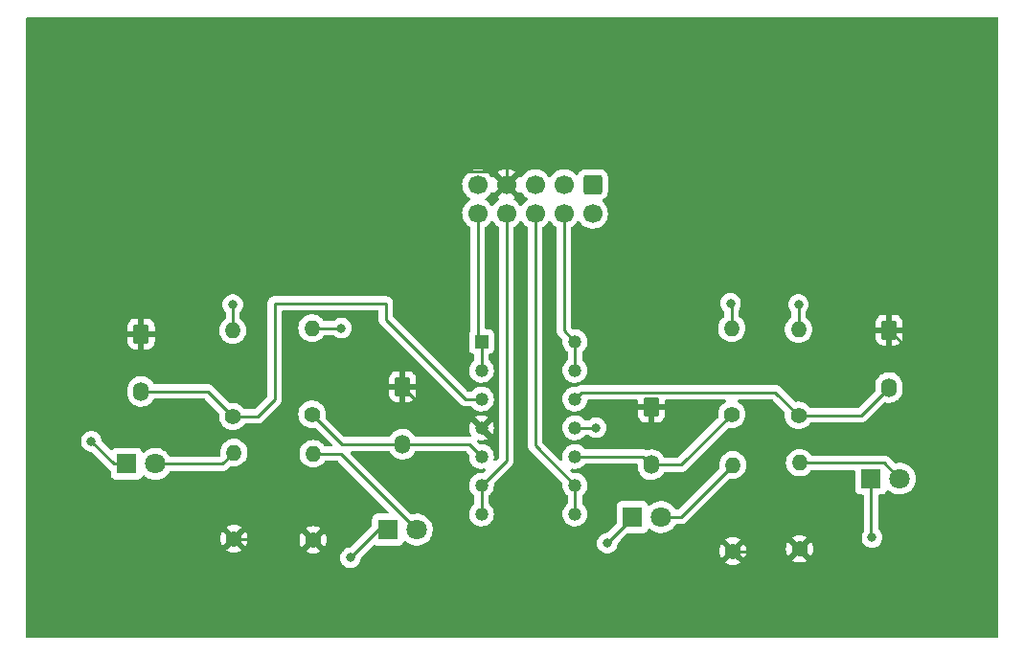
<source format=gbr>
%TF.GenerationSoftware,KiCad,Pcbnew,6.0.6-3a73a75311~116~ubuntu20.04.1*%
%TF.CreationDate,2022-08-01T12:42:22+05:30*%
%TF.ProjectId,LSA,4c53412e-6b69-4636-9164-5f7063625858,rev?*%
%TF.SameCoordinates,Original*%
%TF.FileFunction,Copper,L1,Top*%
%TF.FilePolarity,Positive*%
%FSLAX46Y46*%
G04 Gerber Fmt 4.6, Leading zero omitted, Abs format (unit mm)*
G04 Created by KiCad (PCBNEW 6.0.6-3a73a75311~116~ubuntu20.04.1) date 2022-08-01 12:42:22*
%MOMM*%
%LPD*%
G01*
G04 APERTURE LIST*
G04 Aperture macros list*
%AMRoundRect*
0 Rectangle with rounded corners*
0 $1 Rounding radius*
0 $2 $3 $4 $5 $6 $7 $8 $9 X,Y pos of 4 corners*
0 Add a 4 corners polygon primitive as box body*
4,1,4,$2,$3,$4,$5,$6,$7,$8,$9,$2,$3,0*
0 Add four circle primitives for the rounded corners*
1,1,$1+$1,$2,$3*
1,1,$1+$1,$4,$5*
1,1,$1+$1,$6,$7*
1,1,$1+$1,$8,$9*
0 Add four rect primitives between the rounded corners*
20,1,$1+$1,$2,$3,$4,$5,0*
20,1,$1+$1,$4,$5,$6,$7,0*
20,1,$1+$1,$6,$7,$8,$9,0*
20,1,$1+$1,$8,$9,$2,$3,0*%
G04 Aperture macros list end*
%TA.AperFunction,ComponentPad*%
%ADD10R,1.800000X1.800000*%
%TD*%
%TA.AperFunction,ComponentPad*%
%ADD11C,1.800000*%
%TD*%
%TA.AperFunction,ComponentPad*%
%ADD12RoundRect,0.250000X-0.600000X0.600000X-0.600000X-0.600000X0.600000X-0.600000X0.600000X0.600000X0*%
%TD*%
%TA.AperFunction,ComponentPad*%
%ADD13C,1.700000*%
%TD*%
%TA.AperFunction,ComponentPad*%
%ADD14C,1.400000*%
%TD*%
%TA.AperFunction,ComponentPad*%
%ADD15O,1.400000X1.400000*%
%TD*%
%TA.AperFunction,ComponentPad*%
%ADD16RoundRect,0.249200X-0.450800X0.600800X-0.450800X-0.600800X0.450800X-0.600800X0.450800X0.600800X0*%
%TD*%
%TA.AperFunction,ComponentPad*%
%ADD17O,1.400000X1.700000*%
%TD*%
%TA.AperFunction,ComponentPad*%
%ADD18R,1.180000X1.180000*%
%TD*%
%TA.AperFunction,ComponentPad*%
%ADD19C,1.180000*%
%TD*%
%TA.AperFunction,ViaPad*%
%ADD20C,0.800000*%
%TD*%
%TA.AperFunction,Conductor*%
%ADD21C,0.250000*%
%TD*%
G04 APERTURE END LIST*
D10*
%TO.P,D4,1,K*%
%TO.N,GND*%
X118125000Y-88000000D03*
D11*
%TO.P,D4,2,A*%
%TO.N,Net-(D4-Pad2)*%
X120665000Y-88000000D03*
%TD*%
D12*
%TO.P,J1,1,Pin_1*%
%TO.N,unconnected-(J1-Pad1)*%
X93500000Y-62000000D03*
D13*
%TO.P,J1,2,Pin_2*%
%TO.N,unconnected-(J1-Pad2)*%
X93500000Y-64540000D03*
%TO.P,J1,3,Pin_3*%
%TO.N,unconnected-(J1-Pad3)*%
X90960000Y-62000000D03*
%TO.P,J1,4,Pin_4*%
%TO.N,O4*%
X90960000Y-64540000D03*
%TO.P,J1,5,Pin_5*%
%TO.N,unconnected-(J1-Pad5)*%
X88420000Y-62000000D03*
%TO.P,J1,6,Pin_6*%
%TO.N,O3*%
X88420000Y-64540000D03*
%TO.P,J1,7,Pin_7*%
%TO.N,VCC*%
X85880000Y-62000000D03*
%TO.P,J1,8,Pin_8*%
%TO.N,O2*%
X85880000Y-64540000D03*
%TO.P,J1,9,Pin_9*%
%TO.N,GND*%
X83340000Y-62000000D03*
%TO.P,J1,10,Pin_10*%
%TO.N,O1*%
X83340000Y-64540000D03*
%TD*%
D14*
%TO.P,R4,1*%
%TO.N,VCC*%
X111800000Y-94210000D03*
D15*
%TO.P,R4,2*%
%TO.N,Net-(D4-Pad2)*%
X111800000Y-86590000D03*
%TD*%
D14*
%TO.P,R6,1*%
%TO.N,A2*%
X68700000Y-82310000D03*
D15*
%TO.P,R6,2*%
%TO.N,GND*%
X68700000Y-74690000D03*
%TD*%
D14*
%TO.P,R8,1*%
%TO.N,A4*%
X111700000Y-82410000D03*
D15*
%TO.P,R8,2*%
%TO.N,GND*%
X111700000Y-74790000D03*
%TD*%
D10*
%TO.P,D1,1,K*%
%TO.N,GND*%
X52325000Y-86700000D03*
D11*
%TO.P,D1,2,A*%
%TO.N,Net-(D1-Pad2)*%
X54865000Y-86700000D03*
%TD*%
%TO.P,D3,2,A*%
%TO.N,Net-(D3-Pad2)*%
X99565000Y-91400000D03*
D10*
%TO.P,D3,1,K*%
%TO.N,GND*%
X97025000Y-91400000D03*
%TD*%
D14*
%TO.P,R3,1*%
%TO.N,VCC*%
X105900000Y-94410000D03*
D15*
%TO.P,R3,2*%
%TO.N,Net-(D3-Pad2)*%
X105900000Y-86790000D03*
%TD*%
D16*
%TO.P,P3,1,K*%
%TO.N,VCC*%
X98700000Y-81700000D03*
D17*
%TO.P,P3,2,A*%
%TO.N,A3*%
X98700000Y-86780000D03*
%TD*%
D10*
%TO.P,D2,1,K*%
%TO.N,GND*%
X75425000Y-92500000D03*
D11*
%TO.P,D2,2,A*%
%TO.N,Net-(D2-Pad2)*%
X77965000Y-92500000D03*
%TD*%
D14*
%TO.P,R5,1*%
%TO.N,A1*%
X61700000Y-82510000D03*
D15*
%TO.P,R5,2*%
%TO.N,GND*%
X61700000Y-74890000D03*
%TD*%
D16*
%TO.P,P4,1,K*%
%TO.N,VCC*%
X119700000Y-74860000D03*
D17*
%TO.P,P4,2,A*%
%TO.N,A4*%
X119700000Y-79940000D03*
%TD*%
D18*
%TO.P,U1,1*%
%TO.N,O1*%
X83685000Y-75880000D03*
D19*
%TO.P,U1,2,-*%
X83685000Y-78420000D03*
%TO.P,U1,3,+*%
%TO.N,A1*%
X83685000Y-80960000D03*
%TO.P,U1,4,V+*%
%TO.N,VCC*%
X83685000Y-83500000D03*
%TO.P,U1,5,+*%
%TO.N,A2*%
X83685000Y-86040000D03*
%TO.P,U1,6,-*%
%TO.N,O2*%
X83685000Y-88580000D03*
%TO.P,U1,7*%
X83685000Y-91120000D03*
%TO.P,U1,8*%
%TO.N,O3*%
X91940000Y-91120000D03*
%TO.P,U1,9,-*%
X91940000Y-88580000D03*
%TO.P,U1,10,+*%
%TO.N,A3*%
X91940000Y-86040000D03*
%TO.P,U1,11,V-*%
%TO.N,GND*%
X91940000Y-83500000D03*
%TO.P,U1,12,+*%
%TO.N,A4*%
X91940000Y-80960000D03*
%TO.P,U1,13,-*%
%TO.N,O4*%
X91940000Y-78420000D03*
%TO.P,U1,14*%
X91940000Y-75880000D03*
%TD*%
D16*
%TO.P,P1,1,K*%
%TO.N,VCC*%
X53600000Y-75200000D03*
D17*
%TO.P,P1,2,A*%
%TO.N,A1*%
X53600000Y-80280000D03*
%TD*%
D14*
%TO.P,R2,1*%
%TO.N,VCC*%
X68800000Y-93410000D03*
D15*
%TO.P,R2,2*%
%TO.N,Net-(D2-Pad2)*%
X68800000Y-85790000D03*
%TD*%
D16*
%TO.P,P2,1,K*%
%TO.N,VCC*%
X76700000Y-79860000D03*
D17*
%TO.P,P2,2,A*%
%TO.N,A2*%
X76700000Y-84940000D03*
%TD*%
D14*
%TO.P,R7,1*%
%TO.N,A3*%
X105800000Y-82310000D03*
D15*
%TO.P,R7,2*%
%TO.N,GND*%
X105800000Y-74690000D03*
%TD*%
D14*
%TO.P,R1,1*%
%TO.N,VCC*%
X61800000Y-93310000D03*
D15*
%TO.P,R1,2*%
%TO.N,Net-(D1-Pad2)*%
X61800000Y-85690000D03*
%TD*%
D20*
%TO.N,VCC*%
X119700000Y-71000000D03*
X124800000Y-79800000D03*
X109300000Y-94200000D03*
X103500000Y-93900000D03*
X66800000Y-93400000D03*
X59000000Y-93400000D03*
X82100000Y-83100000D03*
X76700000Y-68500000D03*
X53600000Y-72600000D03*
%TO.N,GND*%
X93800000Y-83500000D03*
X49200000Y-84700000D03*
X72100000Y-95000000D03*
X118200000Y-93200000D03*
X94800000Y-93700000D03*
X111700000Y-72600000D03*
X105700000Y-72500000D03*
X71300000Y-74700000D03*
X61700000Y-72600000D03*
%TD*%
D21*
%TO.N,VCC*%
X114300000Y-65600000D02*
X114300000Y-58600000D01*
X119700000Y-71000000D02*
X114300000Y-65600000D01*
X114300000Y-58600000D02*
X114100000Y-58400000D01*
X114100000Y-58400000D02*
X87500000Y-58400000D01*
X87500000Y-58400000D02*
X87400000Y-58500000D01*
X87400000Y-60480000D02*
X85880000Y-62000000D01*
X87400000Y-58500000D02*
X87400000Y-60480000D01*
X124800000Y-79800000D02*
X124800000Y-76000000D01*
X124800000Y-76000000D02*
X122600000Y-76000000D01*
X122600000Y-76000000D02*
X121460000Y-74860000D01*
X121460000Y-74860000D02*
X119700000Y-74860000D01*
X109300000Y-94200000D02*
X109090000Y-94410000D01*
X109090000Y-94410000D02*
X105900000Y-94410000D01*
X122400000Y-83300000D02*
X122400000Y-77560000D01*
X103500000Y-93900000D02*
X103500000Y-91900000D01*
X122400000Y-77560000D02*
X119700000Y-74860000D01*
X103500000Y-91900000D02*
X104500000Y-90900000D01*
X108800000Y-84900000D02*
X109500000Y-84200000D01*
X104500000Y-90900000D02*
X108700000Y-90900000D01*
X108700000Y-90900000D02*
X108800000Y-90800000D01*
X108800000Y-90800000D02*
X108800000Y-84900000D01*
X109500000Y-84200000D02*
X121500000Y-84200000D01*
X121500000Y-84200000D02*
X122400000Y-83300000D01*
X66800000Y-93400000D02*
X66710000Y-93310000D01*
X66710000Y-93310000D02*
X61800000Y-93310000D01*
X59000000Y-93400000D02*
X59000000Y-89800000D01*
X59000000Y-89800000D02*
X59200000Y-89600000D01*
X50500000Y-80100000D02*
X50500000Y-75500000D01*
X50500000Y-75500000D02*
X50800000Y-75200000D01*
X59200000Y-89600000D02*
X65000000Y-89600000D01*
X65000000Y-89600000D02*
X65000000Y-84900000D01*
X65000000Y-84900000D02*
X64300000Y-84200000D01*
X64300000Y-84200000D02*
X54600000Y-84200000D01*
X54600000Y-84200000D02*
X50500000Y-80100000D01*
X50800000Y-75200000D02*
X53600000Y-75200000D01*
X82100000Y-83100000D02*
X79940000Y-83100000D01*
X79940000Y-83100000D02*
X76700000Y-79860000D01*
X84705000Y-60825000D02*
X85880000Y-62000000D01*
X76700000Y-68500000D02*
X76700000Y-64700000D01*
X76700000Y-64700000D02*
X80575000Y-60825000D01*
X80575000Y-60825000D02*
X84705000Y-60825000D01*
X53600000Y-56300000D02*
X85800000Y-56300000D01*
X85800000Y-56300000D02*
X85880000Y-56380000D01*
X85880000Y-56380000D02*
X85880000Y-62000000D01*
X53600000Y-72600000D02*
X53600000Y-56300000D01*
%TO.N,GND*%
X91940000Y-83500000D02*
X93800000Y-83500000D01*
X52325000Y-86700000D02*
X51200000Y-86700000D01*
X51200000Y-86700000D02*
X49200000Y-84700000D01*
X75425000Y-92500000D02*
X74600000Y-92500000D01*
X74600000Y-92500000D02*
X72100000Y-95000000D01*
X118125000Y-88000000D02*
X118125000Y-93125000D01*
X118125000Y-93125000D02*
X118200000Y-93200000D01*
X97025000Y-91475000D02*
X94800000Y-93700000D01*
X97025000Y-91400000D02*
X97025000Y-91475000D01*
X111700000Y-74790000D02*
X111700000Y-72600000D01*
X105800000Y-72600000D02*
X105700000Y-72500000D01*
X105800000Y-74690000D02*
X105800000Y-72600000D01*
X71290000Y-74690000D02*
X71300000Y-74700000D01*
X68700000Y-74690000D02*
X71290000Y-74690000D01*
X61700000Y-74890000D02*
X61700000Y-72600000D01*
%TO.N,A1*%
X61700000Y-82510000D02*
X63890000Y-82510000D01*
X82260000Y-80960000D02*
X83685000Y-80960000D01*
X63890000Y-82510000D02*
X65400000Y-81000000D01*
X65400000Y-81000000D02*
X65400000Y-72500000D01*
X75225000Y-72500000D02*
X75225000Y-73925000D01*
X65400000Y-72500000D02*
X75225000Y-72500000D01*
X75225000Y-73925000D02*
X82260000Y-80960000D01*
%TO.N,O3*%
X91940000Y-88580000D02*
X91940000Y-91120000D01*
X88420000Y-64540000D02*
X88420000Y-85060000D01*
X88420000Y-85060000D02*
X91940000Y-88580000D01*
%TO.N,O4*%
X91940000Y-75880000D02*
X91940000Y-78420000D01*
X90960000Y-64540000D02*
X90960000Y-74900000D01*
X90960000Y-74900000D02*
X91940000Y-75880000D01*
%TO.N,O2*%
X83685000Y-88580000D02*
X83685000Y-91120000D01*
X85880000Y-64540000D02*
X85880000Y-86385000D01*
X85880000Y-86385000D02*
X83685000Y-88580000D01*
%TO.N,O1*%
X83685000Y-75880000D02*
X83685000Y-78420000D01*
X83340000Y-64540000D02*
X83340000Y-75535000D01*
X83340000Y-75535000D02*
X83685000Y-75880000D01*
%TO.N,A2*%
X76700000Y-84940000D02*
X82585000Y-84940000D01*
X82585000Y-84940000D02*
X83685000Y-86040000D01*
X68700000Y-82310000D02*
X71330000Y-84940000D01*
X71330000Y-84940000D02*
X76700000Y-84940000D01*
%TO.N,Net-(D2-Pad2)*%
X68800000Y-85790000D02*
X71255000Y-85790000D01*
X71255000Y-85790000D02*
X77965000Y-92500000D01*
%TO.N,A4*%
X91940000Y-80960000D02*
X92530000Y-80370000D01*
X92530000Y-80370000D02*
X109660000Y-80370000D01*
X109660000Y-80370000D02*
X111700000Y-82410000D01*
%TO.N,A3*%
X98700000Y-86780000D02*
X101330000Y-86780000D01*
X101330000Y-86780000D02*
X105800000Y-82310000D01*
X91940000Y-86040000D02*
X97960000Y-86040000D01*
X97960000Y-86040000D02*
X98700000Y-86780000D01*
%TO.N,Net-(D3-Pad2)*%
X99565000Y-91400000D02*
X101290000Y-91400000D01*
X101290000Y-91400000D02*
X105900000Y-86790000D01*
%TO.N,A1*%
X53600000Y-80280000D02*
X59470000Y-80280000D01*
X59470000Y-80280000D02*
X61700000Y-82510000D01*
%TO.N,Net-(D1-Pad2)*%
X54865000Y-86700000D02*
X60790000Y-86700000D01*
X60790000Y-86700000D02*
X61800000Y-85690000D01*
%TO.N,A4*%
X111700000Y-82410000D02*
X117230000Y-82410000D01*
X117230000Y-82410000D02*
X119700000Y-79940000D01*
%TO.N,Net-(D4-Pad2)*%
X111800000Y-86590000D02*
X119255000Y-86590000D01*
X119255000Y-86590000D02*
X120665000Y-88000000D01*
%TD*%
%TA.AperFunction,Conductor*%
%TO.N,VCC*%
G36*
X129333621Y-47228502D02*
G01*
X129380114Y-47282158D01*
X129391500Y-47334500D01*
X129391500Y-101965500D01*
X129371498Y-102033621D01*
X129317842Y-102080114D01*
X129265500Y-102091500D01*
X43534500Y-102091500D01*
X43466379Y-102071498D01*
X43419886Y-102017842D01*
X43408500Y-101965500D01*
X43408500Y-94324261D01*
X61150294Y-94324261D01*
X61159590Y-94336276D01*
X61189189Y-94357001D01*
X61198677Y-94362479D01*
X61380277Y-94447159D01*
X61390571Y-94450907D01*
X61584122Y-94502769D01*
X61594909Y-94504671D01*
X61794525Y-94522135D01*
X61805475Y-94522135D01*
X62005091Y-94504671D01*
X62015878Y-94502769D01*
X62209429Y-94450907D01*
X62219723Y-94447159D01*
X62268829Y-94424261D01*
X68150294Y-94424261D01*
X68159590Y-94436276D01*
X68189189Y-94457001D01*
X68198677Y-94462479D01*
X68380277Y-94547159D01*
X68390571Y-94550907D01*
X68584122Y-94602769D01*
X68594909Y-94604671D01*
X68794525Y-94622135D01*
X68805475Y-94622135D01*
X69005091Y-94604671D01*
X69015878Y-94602769D01*
X69209429Y-94550907D01*
X69219723Y-94547159D01*
X69401323Y-94462479D01*
X69410811Y-94457001D01*
X69441248Y-94435689D01*
X69449623Y-94425212D01*
X69442554Y-94411764D01*
X68812812Y-93782022D01*
X68798868Y-93774408D01*
X68797035Y-93774539D01*
X68790420Y-93778790D01*
X68156724Y-94412486D01*
X68150294Y-94424261D01*
X62268829Y-94424261D01*
X62401323Y-94362479D01*
X62410811Y-94357001D01*
X62441248Y-94335689D01*
X62449623Y-94325212D01*
X62442554Y-94311764D01*
X61812812Y-93682022D01*
X61798868Y-93674408D01*
X61797035Y-93674539D01*
X61790420Y-93678790D01*
X61156724Y-94312486D01*
X61150294Y-94324261D01*
X43408500Y-94324261D01*
X43408500Y-93315475D01*
X60587865Y-93315475D01*
X60605329Y-93515091D01*
X60607231Y-93525878D01*
X60659093Y-93719429D01*
X60662841Y-93729723D01*
X60747521Y-93911323D01*
X60752999Y-93920811D01*
X60774311Y-93951248D01*
X60784788Y-93959623D01*
X60798236Y-93952554D01*
X61427978Y-93322812D01*
X61434356Y-93311132D01*
X62164408Y-93311132D01*
X62164539Y-93312965D01*
X62168790Y-93319580D01*
X62802486Y-93953276D01*
X62814261Y-93959706D01*
X62826276Y-93950410D01*
X62847001Y-93920811D01*
X62852479Y-93911323D01*
X62937159Y-93729723D01*
X62940907Y-93719429D01*
X62992769Y-93525878D01*
X62994671Y-93515091D01*
X63003386Y-93415475D01*
X67587865Y-93415475D01*
X67605329Y-93615091D01*
X67607231Y-93625878D01*
X67659093Y-93819429D01*
X67662841Y-93829723D01*
X67747521Y-94011323D01*
X67752999Y-94020811D01*
X67774311Y-94051248D01*
X67784788Y-94059623D01*
X67798236Y-94052554D01*
X68427978Y-93422812D01*
X68434356Y-93411132D01*
X69164408Y-93411132D01*
X69164539Y-93412965D01*
X69168790Y-93419580D01*
X69802486Y-94053276D01*
X69814261Y-94059706D01*
X69826276Y-94050410D01*
X69847001Y-94020811D01*
X69852479Y-94011323D01*
X69937159Y-93829723D01*
X69940907Y-93819429D01*
X69992769Y-93625878D01*
X69994671Y-93615091D01*
X70012135Y-93415475D01*
X70012135Y-93404525D01*
X69994671Y-93204909D01*
X69992769Y-93194122D01*
X69940907Y-93000571D01*
X69937159Y-92990277D01*
X69852479Y-92808677D01*
X69847001Y-92799189D01*
X69825689Y-92768752D01*
X69815212Y-92760377D01*
X69801764Y-92767446D01*
X69172022Y-93397188D01*
X69164408Y-93411132D01*
X68434356Y-93411132D01*
X68435592Y-93408868D01*
X68435461Y-93407035D01*
X68431210Y-93400420D01*
X67797514Y-92766724D01*
X67785739Y-92760294D01*
X67773724Y-92769590D01*
X67752999Y-92799189D01*
X67747521Y-92808677D01*
X67662841Y-92990277D01*
X67659093Y-93000571D01*
X67607231Y-93194122D01*
X67605329Y-93204909D01*
X67587865Y-93404525D01*
X67587865Y-93415475D01*
X63003386Y-93415475D01*
X63012135Y-93315475D01*
X63012135Y-93304525D01*
X62994671Y-93104909D01*
X62992769Y-93094122D01*
X62940907Y-92900571D01*
X62937159Y-92890277D01*
X62852479Y-92708677D01*
X62847001Y-92699189D01*
X62825689Y-92668752D01*
X62815212Y-92660377D01*
X62801764Y-92667446D01*
X62172022Y-93297188D01*
X62164408Y-93311132D01*
X61434356Y-93311132D01*
X61435592Y-93308868D01*
X61435461Y-93307035D01*
X61431210Y-93300420D01*
X60797514Y-92666724D01*
X60785739Y-92660294D01*
X60773724Y-92669590D01*
X60752999Y-92699189D01*
X60747521Y-92708677D01*
X60662841Y-92890277D01*
X60659093Y-92900571D01*
X60607231Y-93094122D01*
X60605329Y-93104909D01*
X60587865Y-93304525D01*
X60587865Y-93315475D01*
X43408500Y-93315475D01*
X43408500Y-92294788D01*
X61150377Y-92294788D01*
X61157446Y-92308236D01*
X61787188Y-92937978D01*
X61801132Y-92945592D01*
X61802965Y-92945461D01*
X61809580Y-92941210D01*
X62356002Y-92394788D01*
X68150377Y-92394788D01*
X68157446Y-92408236D01*
X68787188Y-93037978D01*
X68801132Y-93045592D01*
X68802965Y-93045461D01*
X68809580Y-93041210D01*
X69443276Y-92407514D01*
X69449706Y-92395739D01*
X69440410Y-92383724D01*
X69410811Y-92362999D01*
X69401323Y-92357521D01*
X69219723Y-92272841D01*
X69209429Y-92269093D01*
X69015878Y-92217231D01*
X69005091Y-92215329D01*
X68805475Y-92197865D01*
X68794525Y-92197865D01*
X68594909Y-92215329D01*
X68584122Y-92217231D01*
X68390571Y-92269093D01*
X68380277Y-92272841D01*
X68198677Y-92357521D01*
X68189189Y-92362999D01*
X68158752Y-92384311D01*
X68150377Y-92394788D01*
X62356002Y-92394788D01*
X62443276Y-92307514D01*
X62449706Y-92295739D01*
X62440410Y-92283724D01*
X62410811Y-92262999D01*
X62401323Y-92257521D01*
X62219723Y-92172841D01*
X62209429Y-92169093D01*
X62015878Y-92117231D01*
X62005091Y-92115329D01*
X61805475Y-92097865D01*
X61794525Y-92097865D01*
X61594909Y-92115329D01*
X61584122Y-92117231D01*
X61390571Y-92169093D01*
X61380277Y-92172841D01*
X61198677Y-92257521D01*
X61189189Y-92262999D01*
X61158752Y-92284311D01*
X61150377Y-92294788D01*
X43408500Y-92294788D01*
X43408500Y-84700000D01*
X48286496Y-84700000D01*
X48287186Y-84706565D01*
X48296754Y-84797595D01*
X48306458Y-84889928D01*
X48365473Y-85071556D01*
X48460960Y-85236944D01*
X48465378Y-85241851D01*
X48465379Y-85241852D01*
X48547955Y-85333562D01*
X48588747Y-85378866D01*
X48743248Y-85491118D01*
X48749276Y-85493802D01*
X48749278Y-85493803D01*
X48907939Y-85564443D01*
X48917712Y-85568794D01*
X48993132Y-85584825D01*
X49098056Y-85607128D01*
X49098061Y-85607128D01*
X49104513Y-85608500D01*
X49160406Y-85608500D01*
X49228527Y-85628502D01*
X49249501Y-85645405D01*
X49974203Y-86370108D01*
X50696348Y-87092253D01*
X50703888Y-87100539D01*
X50708000Y-87107018D01*
X50713777Y-87112443D01*
X50757651Y-87153643D01*
X50760493Y-87156398D01*
X50780230Y-87176135D01*
X50783427Y-87178615D01*
X50792447Y-87186318D01*
X50824679Y-87216586D01*
X50831625Y-87220405D01*
X50831628Y-87220407D01*
X50842434Y-87226348D01*
X50858951Y-87237198D01*
X50867721Y-87244000D01*
X50909291Y-87301554D01*
X50916500Y-87343563D01*
X50916500Y-87648134D01*
X50923255Y-87710316D01*
X50974385Y-87846705D01*
X51061739Y-87963261D01*
X51178295Y-88050615D01*
X51314684Y-88101745D01*
X51376866Y-88108500D01*
X53273134Y-88108500D01*
X53335316Y-88101745D01*
X53471705Y-88050615D01*
X53588261Y-87963261D01*
X53675615Y-87846705D01*
X53700180Y-87781178D01*
X53742822Y-87724414D01*
X53809383Y-87699714D01*
X53878732Y-87714921D01*
X53898647Y-87728464D01*
X54035174Y-87841811D01*
X54054349Y-87857730D01*
X54254322Y-87974584D01*
X54259147Y-87976426D01*
X54259148Y-87976427D01*
X54295124Y-87990165D01*
X54470694Y-88057209D01*
X54475760Y-88058240D01*
X54475761Y-88058240D01*
X54512384Y-88065691D01*
X54697656Y-88103385D01*
X54827089Y-88108131D01*
X54923949Y-88111683D01*
X54923953Y-88111683D01*
X54929113Y-88111872D01*
X54934233Y-88111216D01*
X54934235Y-88111216D01*
X55008166Y-88101745D01*
X55158847Y-88082442D01*
X55163795Y-88080957D01*
X55163802Y-88080956D01*
X55375747Y-88017369D01*
X55380690Y-88015886D01*
X55407735Y-88002637D01*
X55584049Y-87916262D01*
X55584052Y-87916260D01*
X55588684Y-87913991D01*
X55777243Y-87779494D01*
X55941303Y-87616005D01*
X56076458Y-87427917D01*
X56088440Y-87403672D01*
X56136553Y-87351466D01*
X56201397Y-87333500D01*
X60711233Y-87333500D01*
X60722416Y-87334027D01*
X60729909Y-87335702D01*
X60737835Y-87335453D01*
X60737836Y-87335453D01*
X60797986Y-87333562D01*
X60801945Y-87333500D01*
X60829856Y-87333500D01*
X60833791Y-87333003D01*
X60833856Y-87332995D01*
X60845693Y-87332062D01*
X60877951Y-87331048D01*
X60881970Y-87330922D01*
X60889889Y-87330673D01*
X60909343Y-87325021D01*
X60928700Y-87321013D01*
X60940930Y-87319468D01*
X60940931Y-87319468D01*
X60948797Y-87318474D01*
X60956168Y-87315555D01*
X60956170Y-87315555D01*
X60989912Y-87302196D01*
X61001142Y-87298351D01*
X61035983Y-87288229D01*
X61035984Y-87288229D01*
X61043593Y-87286018D01*
X61050412Y-87281985D01*
X61050417Y-87281983D01*
X61061028Y-87275707D01*
X61078776Y-87267012D01*
X61097617Y-87259552D01*
X61133387Y-87233564D01*
X61143307Y-87227048D01*
X61174535Y-87208580D01*
X61174538Y-87208578D01*
X61181362Y-87204542D01*
X61195683Y-87190221D01*
X61210717Y-87177380D01*
X61216290Y-87173331D01*
X61227107Y-87165472D01*
X61255298Y-87131395D01*
X61263288Y-87122616D01*
X61468461Y-86917443D01*
X61530773Y-86883417D01*
X61579437Y-86882452D01*
X61584029Y-86883262D01*
X61589345Y-86884686D01*
X61800000Y-86903116D01*
X62010655Y-86884686D01*
X62015968Y-86883262D01*
X62015970Y-86883262D01*
X62209600Y-86831379D01*
X62209602Y-86831378D01*
X62214910Y-86829956D01*
X62223563Y-86825921D01*
X62401577Y-86742912D01*
X62401580Y-86742910D01*
X62406558Y-86740589D01*
X62579776Y-86619301D01*
X62729301Y-86469776D01*
X62850589Y-86296558D01*
X62853476Y-86290368D01*
X62937633Y-86109892D01*
X62937634Y-86109891D01*
X62939956Y-86104910D01*
X62948396Y-86073414D01*
X62993262Y-85905970D01*
X62993262Y-85905968D01*
X62994686Y-85900655D01*
X63013116Y-85690000D01*
X62994686Y-85479345D01*
X62993134Y-85473554D01*
X62941379Y-85280400D01*
X62941378Y-85280398D01*
X62939956Y-85275090D01*
X62935452Y-85265431D01*
X62852912Y-85088423D01*
X62852910Y-85088420D01*
X62850589Y-85083442D01*
X62729301Y-84910224D01*
X62579776Y-84760699D01*
X62406558Y-84639411D01*
X62401580Y-84637090D01*
X62401577Y-84637088D01*
X62219892Y-84552367D01*
X62219891Y-84552366D01*
X62214910Y-84550044D01*
X62209602Y-84548622D01*
X62209600Y-84548621D01*
X62015970Y-84496738D01*
X62015968Y-84496738D01*
X62010655Y-84495314D01*
X61800000Y-84476884D01*
X61589345Y-84495314D01*
X61584032Y-84496738D01*
X61584030Y-84496738D01*
X61390400Y-84548621D01*
X61390398Y-84548622D01*
X61385090Y-84550044D01*
X61380109Y-84552366D01*
X61380108Y-84552367D01*
X61198423Y-84637088D01*
X61198420Y-84637090D01*
X61193442Y-84639411D01*
X61020224Y-84760699D01*
X60870699Y-84910224D01*
X60749411Y-85083442D01*
X60747090Y-85088420D01*
X60747088Y-85088423D01*
X60664548Y-85265431D01*
X60660044Y-85275090D01*
X60658622Y-85280398D01*
X60658621Y-85280400D01*
X60606866Y-85473554D01*
X60605314Y-85479345D01*
X60586884Y-85690000D01*
X60587363Y-85695475D01*
X60604835Y-85895175D01*
X60605314Y-85900655D01*
X60606736Y-85905961D01*
X60607547Y-85910561D01*
X60599679Y-85981121D01*
X60572557Y-86021538D01*
X60564500Y-86029595D01*
X60502188Y-86063621D01*
X60475405Y-86066500D01*
X56201359Y-86066500D01*
X56133238Y-86046498D01*
X56095567Y-86008940D01*
X56077570Y-85981121D01*
X55984764Y-85837665D01*
X55980740Y-85833242D01*
X55870614Y-85712216D01*
X55828887Y-85666358D01*
X55824836Y-85663159D01*
X55824832Y-85663155D01*
X55651177Y-85526011D01*
X55651172Y-85526008D01*
X55647123Y-85522810D01*
X55642607Y-85520317D01*
X55642604Y-85520315D01*
X55448879Y-85413373D01*
X55448875Y-85413371D01*
X55444355Y-85410876D01*
X55439486Y-85409152D01*
X55439482Y-85409150D01*
X55230903Y-85335288D01*
X55230899Y-85335287D01*
X55226028Y-85333562D01*
X55220935Y-85332655D01*
X55220932Y-85332654D01*
X55003095Y-85293851D01*
X55003089Y-85293850D01*
X54998006Y-85292945D01*
X54925096Y-85292054D01*
X54771581Y-85290179D01*
X54771579Y-85290179D01*
X54766411Y-85290116D01*
X54537464Y-85325150D01*
X54317314Y-85397106D01*
X54312726Y-85399494D01*
X54312722Y-85399496D01*
X54136718Y-85491118D01*
X54111872Y-85504052D01*
X54107739Y-85507155D01*
X54107736Y-85507157D01*
X53930790Y-85640012D01*
X53926655Y-85643117D01*
X53914852Y-85655468D01*
X53909170Y-85661414D01*
X53847646Y-85696844D01*
X53776733Y-85693387D01*
X53718947Y-85652141D01*
X53700094Y-85618592D01*
X53678768Y-85561705D01*
X53678767Y-85561704D01*
X53675615Y-85553295D01*
X53588261Y-85436739D01*
X53471705Y-85349385D01*
X53335316Y-85298255D01*
X53273134Y-85291500D01*
X51376866Y-85291500D01*
X51314684Y-85298255D01*
X51178295Y-85349385D01*
X51061739Y-85436739D01*
X51051710Y-85450121D01*
X51050752Y-85451399D01*
X50993892Y-85493913D01*
X50923073Y-85498937D01*
X50860832Y-85464927D01*
X50147122Y-84751217D01*
X50113096Y-84688905D01*
X50110907Y-84675292D01*
X50107468Y-84642566D01*
X50102152Y-84591995D01*
X50094232Y-84516635D01*
X50094232Y-84516633D01*
X50093542Y-84510072D01*
X50034527Y-84328444D01*
X50019849Y-84303020D01*
X49980217Y-84234376D01*
X49939040Y-84163056D01*
X49917692Y-84139346D01*
X49815675Y-84026045D01*
X49815674Y-84026044D01*
X49811253Y-84021134D01*
X49656752Y-83908882D01*
X49650724Y-83906198D01*
X49650722Y-83906197D01*
X49488319Y-83833891D01*
X49488318Y-83833891D01*
X49482288Y-83831206D01*
X49388888Y-83811353D01*
X49301944Y-83792872D01*
X49301939Y-83792872D01*
X49295487Y-83791500D01*
X49104513Y-83791500D01*
X49098061Y-83792872D01*
X49098056Y-83792872D01*
X49011112Y-83811353D01*
X48917712Y-83831206D01*
X48911682Y-83833891D01*
X48911681Y-83833891D01*
X48749278Y-83906197D01*
X48749276Y-83906198D01*
X48743248Y-83908882D01*
X48588747Y-84021134D01*
X48584326Y-84026044D01*
X48584325Y-84026045D01*
X48482309Y-84139346D01*
X48460960Y-84163056D01*
X48419783Y-84234376D01*
X48380152Y-84303020D01*
X48365473Y-84328444D01*
X48306458Y-84510072D01*
X48305768Y-84516633D01*
X48305768Y-84516635D01*
X48291502Y-84652367D01*
X48286496Y-84700000D01*
X43408500Y-84700000D01*
X43408500Y-80484735D01*
X52391500Y-80484735D01*
X52391749Y-80487522D01*
X52391749Y-80487528D01*
X52394144Y-80514362D01*
X52405792Y-80644872D01*
X52431158Y-80737595D01*
X52455824Y-80827758D01*
X52462716Y-80852952D01*
X52555589Y-81047663D01*
X52643725Y-81170318D01*
X52677753Y-81217672D01*
X52681474Y-81222851D01*
X52712143Y-81252571D01*
X52830243Y-81367018D01*
X52836392Y-81372977D01*
X53015447Y-81493297D01*
X53020593Y-81495556D01*
X53020595Y-81495557D01*
X53090696Y-81526329D01*
X53212980Y-81580008D01*
X53422745Y-81630368D01*
X53498500Y-81634736D01*
X53632506Y-81642463D01*
X53632509Y-81642463D01*
X53638113Y-81642786D01*
X53655467Y-81640686D01*
X53846708Y-81617544D01*
X53846709Y-81617544D01*
X53852277Y-81616870D01*
X53857631Y-81615223D01*
X53857635Y-81615222D01*
X54053109Y-81555085D01*
X54053108Y-81555085D01*
X54058466Y-81553437D01*
X54234527Y-81462566D01*
X54245183Y-81457066D01*
X54245184Y-81457065D01*
X54250164Y-81454495D01*
X54346337Y-81380699D01*
X54416860Y-81326585D01*
X54416864Y-81326581D01*
X54421311Y-81323169D01*
X54485550Y-81252571D01*
X54562724Y-81167758D01*
X54562726Y-81167755D01*
X54566497Y-81163611D01*
X54584770Y-81134481D01*
X54678149Y-80985624D01*
X54678150Y-80985621D01*
X54681134Y-80980865D01*
X54681173Y-80980889D01*
X54728595Y-80930680D01*
X54792111Y-80913500D01*
X59155406Y-80913500D01*
X59223527Y-80933502D01*
X59244501Y-80950405D01*
X60472557Y-82178461D01*
X60506583Y-82240773D01*
X60507548Y-82289437D01*
X60506738Y-82294029D01*
X60505314Y-82299345D01*
X60486884Y-82510000D01*
X60505314Y-82720655D01*
X60506738Y-82725968D01*
X60506738Y-82725970D01*
X60554152Y-82902919D01*
X60560044Y-82924910D01*
X60562366Y-82929891D01*
X60562367Y-82929892D01*
X60646535Y-83110390D01*
X60649411Y-83116558D01*
X60770699Y-83289776D01*
X60920224Y-83439301D01*
X61093442Y-83560589D01*
X61098420Y-83562910D01*
X61098423Y-83562912D01*
X61189035Y-83605165D01*
X61285090Y-83649956D01*
X61290398Y-83651378D01*
X61290400Y-83651379D01*
X61484030Y-83703262D01*
X61484032Y-83703262D01*
X61489345Y-83704686D01*
X61700000Y-83723116D01*
X61910655Y-83704686D01*
X61915968Y-83703262D01*
X61915970Y-83703262D01*
X62109600Y-83651379D01*
X62109602Y-83651378D01*
X62114910Y-83649956D01*
X62210965Y-83605165D01*
X62301577Y-83562912D01*
X62301580Y-83562910D01*
X62306558Y-83560589D01*
X62479776Y-83439301D01*
X62629301Y-83289776D01*
X62694102Y-83197230D01*
X62749559Y-83152901D01*
X62797315Y-83143500D01*
X63811233Y-83143500D01*
X63822416Y-83144027D01*
X63829909Y-83145702D01*
X63837835Y-83145453D01*
X63837836Y-83145453D01*
X63897986Y-83143562D01*
X63901945Y-83143500D01*
X63929856Y-83143500D01*
X63933791Y-83143003D01*
X63933856Y-83142995D01*
X63945693Y-83142062D01*
X63977951Y-83141048D01*
X63981970Y-83140922D01*
X63989889Y-83140673D01*
X64009343Y-83135021D01*
X64028700Y-83131013D01*
X64040930Y-83129468D01*
X64040931Y-83129468D01*
X64048797Y-83128474D01*
X64056168Y-83125555D01*
X64056170Y-83125555D01*
X64089912Y-83112196D01*
X64101142Y-83108351D01*
X64135983Y-83098229D01*
X64135984Y-83098229D01*
X64143593Y-83096018D01*
X64150412Y-83091985D01*
X64150417Y-83091983D01*
X64161028Y-83085707D01*
X64178776Y-83077012D01*
X64197617Y-83069552D01*
X64220536Y-83052901D01*
X64233387Y-83043564D01*
X64243307Y-83037048D01*
X64274535Y-83018580D01*
X64274538Y-83018578D01*
X64281362Y-83014542D01*
X64295683Y-83000221D01*
X64310717Y-82987380D01*
X64313020Y-82985707D01*
X64327107Y-82975472D01*
X64355298Y-82941395D01*
X64363288Y-82932616D01*
X64985904Y-82310000D01*
X67486884Y-82310000D01*
X67505314Y-82520655D01*
X67506738Y-82525968D01*
X67506738Y-82525970D01*
X67557436Y-82715175D01*
X67560044Y-82724910D01*
X67562366Y-82729891D01*
X67562367Y-82729892D01*
X67643679Y-82904265D01*
X67649411Y-82916558D01*
X67770699Y-83089776D01*
X67920224Y-83239301D01*
X68093442Y-83360589D01*
X68098420Y-83362910D01*
X68098423Y-83362912D01*
X68280108Y-83447633D01*
X68285090Y-83449956D01*
X68290398Y-83451378D01*
X68290400Y-83451379D01*
X68484030Y-83503262D01*
X68484032Y-83503262D01*
X68489345Y-83504686D01*
X68700000Y-83523116D01*
X68910655Y-83504686D01*
X68915971Y-83503262D01*
X68920563Y-83502452D01*
X68991123Y-83510321D01*
X69031539Y-83537443D01*
X70435501Y-84941405D01*
X70469527Y-85003717D01*
X70464462Y-85074532D01*
X70421915Y-85131368D01*
X70355395Y-85156179D01*
X70346406Y-85156500D01*
X69897315Y-85156500D01*
X69829194Y-85136498D01*
X69794102Y-85102770D01*
X69784056Y-85088423D01*
X69729301Y-85010224D01*
X69579776Y-84860699D01*
X69406558Y-84739411D01*
X69401580Y-84737090D01*
X69401577Y-84737088D01*
X69219892Y-84652367D01*
X69219891Y-84652366D01*
X69214910Y-84650044D01*
X69209602Y-84648622D01*
X69209600Y-84648621D01*
X69015970Y-84596738D01*
X69015968Y-84596738D01*
X69010655Y-84595314D01*
X68800000Y-84576884D01*
X68589345Y-84595314D01*
X68584032Y-84596738D01*
X68584030Y-84596738D01*
X68390400Y-84648621D01*
X68390398Y-84648622D01*
X68385090Y-84650044D01*
X68380109Y-84652366D01*
X68380108Y-84652367D01*
X68198423Y-84737088D01*
X68198420Y-84737090D01*
X68193442Y-84739411D01*
X68020224Y-84860699D01*
X67870699Y-85010224D01*
X67749411Y-85183442D01*
X67747090Y-85188420D01*
X67747088Y-85188423D01*
X67666966Y-85360246D01*
X67660044Y-85375090D01*
X67658622Y-85380398D01*
X67658621Y-85380400D01*
X67607386Y-85571613D01*
X67605314Y-85579345D01*
X67586884Y-85790000D01*
X67605314Y-86000655D01*
X67606738Y-86005968D01*
X67606738Y-86005970D01*
X67658125Y-86197747D01*
X67660044Y-86204910D01*
X67662366Y-86209891D01*
X67662367Y-86209892D01*
X67743940Y-86384825D01*
X67749411Y-86396558D01*
X67870699Y-86569776D01*
X68020224Y-86719301D01*
X68193442Y-86840589D01*
X68198420Y-86842910D01*
X68198423Y-86842912D01*
X68380108Y-86927633D01*
X68385090Y-86929956D01*
X68390398Y-86931378D01*
X68390400Y-86931379D01*
X68584030Y-86983262D01*
X68584032Y-86983262D01*
X68589345Y-86984686D01*
X68800000Y-87003116D01*
X69010655Y-86984686D01*
X69015968Y-86983262D01*
X69015970Y-86983262D01*
X69209600Y-86931379D01*
X69209602Y-86931378D01*
X69214910Y-86929956D01*
X69219892Y-86927633D01*
X69401577Y-86842912D01*
X69401580Y-86842910D01*
X69406558Y-86840589D01*
X69579776Y-86719301D01*
X69729301Y-86569776D01*
X69794102Y-86477230D01*
X69849559Y-86432901D01*
X69897315Y-86423500D01*
X70940406Y-86423500D01*
X71008527Y-86443502D01*
X71029501Y-86460405D01*
X75445500Y-90876405D01*
X75479526Y-90938717D01*
X75474461Y-91009532D01*
X75431914Y-91066368D01*
X75365394Y-91091179D01*
X75356405Y-91091500D01*
X74476866Y-91091500D01*
X74414684Y-91098255D01*
X74278295Y-91149385D01*
X74161739Y-91236739D01*
X74074385Y-91353295D01*
X74023255Y-91489684D01*
X74016500Y-91551866D01*
X74016500Y-92135406D01*
X73996498Y-92203527D01*
X73979595Y-92224501D01*
X72149500Y-94054595D01*
X72087188Y-94088621D01*
X72060405Y-94091500D01*
X72004513Y-94091500D01*
X71998061Y-94092872D01*
X71998056Y-94092872D01*
X71911113Y-94111353D01*
X71817712Y-94131206D01*
X71811682Y-94133891D01*
X71811681Y-94133891D01*
X71649278Y-94206197D01*
X71649276Y-94206198D01*
X71643248Y-94208882D01*
X71637907Y-94212762D01*
X71637906Y-94212763D01*
X71624075Y-94222812D01*
X71488747Y-94321134D01*
X71484326Y-94326044D01*
X71484325Y-94326045D01*
X71407713Y-94411132D01*
X71360960Y-94463056D01*
X71343208Y-94493803D01*
X71269116Y-94622135D01*
X71265473Y-94628444D01*
X71206458Y-94810072D01*
X71205768Y-94816633D01*
X71205768Y-94816635D01*
X71202218Y-94850410D01*
X71186496Y-95000000D01*
X71187186Y-95006565D01*
X71192763Y-95059623D01*
X71206458Y-95189928D01*
X71265473Y-95371556D01*
X71360960Y-95536944D01*
X71365378Y-95541851D01*
X71365379Y-95541852D01*
X71437666Y-95622135D01*
X71488747Y-95678866D01*
X71643248Y-95791118D01*
X71649276Y-95793802D01*
X71649278Y-95793803D01*
X71811681Y-95866109D01*
X71817712Y-95868794D01*
X71911113Y-95888647D01*
X71998056Y-95907128D01*
X71998061Y-95907128D01*
X72004513Y-95908500D01*
X72195487Y-95908500D01*
X72201939Y-95907128D01*
X72201944Y-95907128D01*
X72288887Y-95888647D01*
X72382288Y-95868794D01*
X72388319Y-95866109D01*
X72550722Y-95793803D01*
X72550724Y-95793802D01*
X72556752Y-95791118D01*
X72711253Y-95678866D01*
X72762334Y-95622135D01*
X72834621Y-95541852D01*
X72834622Y-95541851D01*
X72839040Y-95536944D01*
X72904098Y-95424261D01*
X105250294Y-95424261D01*
X105259590Y-95436276D01*
X105289189Y-95457001D01*
X105298677Y-95462479D01*
X105480277Y-95547159D01*
X105490571Y-95550907D01*
X105684122Y-95602769D01*
X105694909Y-95604671D01*
X105894525Y-95622135D01*
X105905475Y-95622135D01*
X106105091Y-95604671D01*
X106115878Y-95602769D01*
X106309429Y-95550907D01*
X106319723Y-95547159D01*
X106501323Y-95462479D01*
X106510811Y-95457001D01*
X106541248Y-95435689D01*
X106549623Y-95425212D01*
X106542554Y-95411764D01*
X106355051Y-95224261D01*
X111150294Y-95224261D01*
X111159590Y-95236276D01*
X111189189Y-95257001D01*
X111198677Y-95262479D01*
X111380277Y-95347159D01*
X111390571Y-95350907D01*
X111584122Y-95402769D01*
X111594909Y-95404671D01*
X111794525Y-95422135D01*
X111805475Y-95422135D01*
X112005091Y-95404671D01*
X112015878Y-95402769D01*
X112209429Y-95350907D01*
X112219723Y-95347159D01*
X112401323Y-95262479D01*
X112410811Y-95257001D01*
X112441248Y-95235689D01*
X112449623Y-95225212D01*
X112442554Y-95211764D01*
X111812812Y-94582022D01*
X111798868Y-94574408D01*
X111797035Y-94574539D01*
X111790420Y-94578790D01*
X111156724Y-95212486D01*
X111150294Y-95224261D01*
X106355051Y-95224261D01*
X105912812Y-94782022D01*
X105898868Y-94774408D01*
X105897035Y-94774539D01*
X105890420Y-94778790D01*
X105256724Y-95412486D01*
X105250294Y-95424261D01*
X72904098Y-95424261D01*
X72934527Y-95371556D01*
X72993542Y-95189928D01*
X73010907Y-95024706D01*
X73037920Y-94959050D01*
X73047122Y-94948782D01*
X74126509Y-93869395D01*
X74188821Y-93835369D01*
X74259636Y-93840434D01*
X74272655Y-93846388D01*
X74278295Y-93850615D01*
X74414684Y-93901745D01*
X74476866Y-93908500D01*
X76373134Y-93908500D01*
X76435316Y-93901745D01*
X76571705Y-93850615D01*
X76688261Y-93763261D01*
X76775615Y-93646705D01*
X76800180Y-93581178D01*
X76842822Y-93524414D01*
X76909383Y-93499714D01*
X76978732Y-93514921D01*
X76998647Y-93528464D01*
X77063724Y-93582492D01*
X77154349Y-93657730D01*
X77354322Y-93774584D01*
X77359147Y-93776426D01*
X77359148Y-93776427D01*
X77404214Y-93793636D01*
X77570694Y-93857209D01*
X77575760Y-93858240D01*
X77575761Y-93858240D01*
X77628846Y-93869040D01*
X77797656Y-93903385D01*
X77927089Y-93908131D01*
X78023949Y-93911683D01*
X78023953Y-93911683D01*
X78029113Y-93911872D01*
X78034233Y-93911216D01*
X78034235Y-93911216D01*
X78108166Y-93901745D01*
X78258847Y-93882442D01*
X78263795Y-93880957D01*
X78263802Y-93880956D01*
X78475747Y-93817369D01*
X78480690Y-93815886D01*
X78485324Y-93813616D01*
X78684049Y-93716262D01*
X78684052Y-93716260D01*
X78688684Y-93713991D01*
X78708299Y-93700000D01*
X93886496Y-93700000D01*
X93887186Y-93706565D01*
X93901338Y-93841210D01*
X93906458Y-93889928D01*
X93965473Y-94071556D01*
X93968776Y-94077278D01*
X93968777Y-94077279D01*
X93986803Y-94108500D01*
X94060960Y-94236944D01*
X94188747Y-94378866D01*
X94343248Y-94491118D01*
X94349276Y-94493802D01*
X94349278Y-94493803D01*
X94477537Y-94550907D01*
X94517712Y-94568794D01*
X94611112Y-94588647D01*
X94698056Y-94607128D01*
X94698061Y-94607128D01*
X94704513Y-94608500D01*
X94895487Y-94608500D01*
X94901939Y-94607128D01*
X94901944Y-94607128D01*
X94988887Y-94588647D01*
X95082288Y-94568794D01*
X95122463Y-94550907D01*
X95250722Y-94493803D01*
X95250724Y-94493802D01*
X95256752Y-94491118D01*
X95360865Y-94415475D01*
X104687865Y-94415475D01*
X104705329Y-94615091D01*
X104707231Y-94625878D01*
X104759093Y-94819429D01*
X104762841Y-94829723D01*
X104847521Y-95011323D01*
X104852999Y-95020811D01*
X104874311Y-95051248D01*
X104884788Y-95059623D01*
X104898236Y-95052554D01*
X105527978Y-94422812D01*
X105534356Y-94411132D01*
X106264408Y-94411132D01*
X106264539Y-94412965D01*
X106268790Y-94419580D01*
X106902486Y-95053276D01*
X106914261Y-95059706D01*
X106926276Y-95050410D01*
X106947001Y-95020811D01*
X106952479Y-95011323D01*
X107037159Y-94829723D01*
X107040907Y-94819429D01*
X107092769Y-94625878D01*
X107094671Y-94615091D01*
X107112135Y-94415475D01*
X107112135Y-94404525D01*
X107095595Y-94215475D01*
X110587865Y-94215475D01*
X110605329Y-94415091D01*
X110607231Y-94425878D01*
X110659093Y-94619429D01*
X110662841Y-94629723D01*
X110747521Y-94811323D01*
X110752999Y-94820811D01*
X110774311Y-94851248D01*
X110784788Y-94859623D01*
X110798236Y-94852554D01*
X111427978Y-94222812D01*
X111434356Y-94211132D01*
X112164408Y-94211132D01*
X112164539Y-94212965D01*
X112168790Y-94219580D01*
X112802486Y-94853276D01*
X112814261Y-94859706D01*
X112826276Y-94850410D01*
X112847001Y-94820811D01*
X112852479Y-94811323D01*
X112937159Y-94629723D01*
X112940907Y-94619429D01*
X112992769Y-94425878D01*
X112994671Y-94415091D01*
X113012135Y-94215475D01*
X113012135Y-94204525D01*
X112994671Y-94004909D01*
X112992769Y-93994122D01*
X112940907Y-93800571D01*
X112937159Y-93790277D01*
X112852479Y-93608677D01*
X112847001Y-93599189D01*
X112825689Y-93568752D01*
X112815212Y-93560377D01*
X112801764Y-93567446D01*
X112172022Y-94197188D01*
X112164408Y-94211132D01*
X111434356Y-94211132D01*
X111435592Y-94208868D01*
X111435461Y-94207035D01*
X111431210Y-94200420D01*
X110797514Y-93566724D01*
X110785739Y-93560294D01*
X110773724Y-93569590D01*
X110752999Y-93599189D01*
X110747521Y-93608677D01*
X110662841Y-93790277D01*
X110659093Y-93800571D01*
X110607231Y-93994122D01*
X110605329Y-94004909D01*
X110587865Y-94204525D01*
X110587865Y-94215475D01*
X107095595Y-94215475D01*
X107094671Y-94204909D01*
X107092769Y-94194122D01*
X107040907Y-94000571D01*
X107037159Y-93990277D01*
X106952479Y-93808677D01*
X106947001Y-93799189D01*
X106925689Y-93768752D01*
X106915212Y-93760377D01*
X106901764Y-93767446D01*
X106272022Y-94397188D01*
X106264408Y-94411132D01*
X105534356Y-94411132D01*
X105535592Y-94408868D01*
X105535461Y-94407035D01*
X105531210Y-94400420D01*
X104897514Y-93766724D01*
X104885739Y-93760294D01*
X104873724Y-93769590D01*
X104852999Y-93799189D01*
X104847521Y-93808677D01*
X104762841Y-93990277D01*
X104759093Y-94000571D01*
X104707231Y-94194122D01*
X104705329Y-94204909D01*
X104687865Y-94404525D01*
X104687865Y-94415475D01*
X95360865Y-94415475D01*
X95411253Y-94378866D01*
X95539040Y-94236944D01*
X95613197Y-94108500D01*
X95631223Y-94077279D01*
X95631224Y-94077278D01*
X95634527Y-94071556D01*
X95693542Y-93889928D01*
X95698663Y-93841210D01*
X95706278Y-93768752D01*
X95710907Y-93724706D01*
X95737920Y-93659050D01*
X95747122Y-93648782D01*
X96001116Y-93394788D01*
X105250377Y-93394788D01*
X105257446Y-93408236D01*
X105887188Y-94037978D01*
X105901132Y-94045592D01*
X105902965Y-94045461D01*
X105909580Y-94041210D01*
X106543276Y-93407514D01*
X106549706Y-93395739D01*
X106540410Y-93383724D01*
X106510811Y-93362999D01*
X106501323Y-93357521D01*
X106319723Y-93272841D01*
X106309429Y-93269093D01*
X106115878Y-93217231D01*
X106105091Y-93215329D01*
X105905475Y-93197865D01*
X105894525Y-93197865D01*
X105694909Y-93215329D01*
X105684122Y-93217231D01*
X105490571Y-93269093D01*
X105480277Y-93272841D01*
X105298677Y-93357521D01*
X105289189Y-93362999D01*
X105258752Y-93384311D01*
X105250377Y-93394788D01*
X96001116Y-93394788D01*
X96201116Y-93194788D01*
X111150377Y-93194788D01*
X111157446Y-93208236D01*
X111787188Y-93837978D01*
X111801132Y-93845592D01*
X111802965Y-93845461D01*
X111809580Y-93841210D01*
X112443276Y-93207514D01*
X112449706Y-93195739D01*
X112440410Y-93183724D01*
X112410811Y-93162999D01*
X112401323Y-93157521D01*
X112219723Y-93072841D01*
X112209429Y-93069093D01*
X112015878Y-93017231D01*
X112005091Y-93015329D01*
X111805475Y-92997865D01*
X111794525Y-92997865D01*
X111594909Y-93015329D01*
X111584122Y-93017231D01*
X111390571Y-93069093D01*
X111380277Y-93072841D01*
X111198677Y-93157521D01*
X111189189Y-93162999D01*
X111158752Y-93184311D01*
X111150377Y-93194788D01*
X96201116Y-93194788D01*
X96550499Y-92845405D01*
X96612811Y-92811379D01*
X96639594Y-92808500D01*
X97973134Y-92808500D01*
X98035316Y-92801745D01*
X98171705Y-92750615D01*
X98288261Y-92663261D01*
X98375615Y-92546705D01*
X98400180Y-92481178D01*
X98442822Y-92424414D01*
X98509383Y-92399714D01*
X98578732Y-92414921D01*
X98598647Y-92428464D01*
X98663724Y-92482492D01*
X98754349Y-92557730D01*
X98954322Y-92674584D01*
X99170694Y-92757209D01*
X99175760Y-92758240D01*
X99175761Y-92758240D01*
X99185857Y-92760294D01*
X99397656Y-92803385D01*
X99527089Y-92808131D01*
X99623949Y-92811683D01*
X99623953Y-92811683D01*
X99629113Y-92811872D01*
X99634233Y-92811216D01*
X99634235Y-92811216D01*
X99728118Y-92799189D01*
X99858847Y-92782442D01*
X99863795Y-92780957D01*
X99863802Y-92780956D01*
X100075747Y-92717369D01*
X100080690Y-92715886D01*
X100085324Y-92713616D01*
X100284049Y-92616262D01*
X100284052Y-92616260D01*
X100288684Y-92613991D01*
X100477243Y-92479494D01*
X100641303Y-92316005D01*
X100647405Y-92307514D01*
X100672319Y-92272841D01*
X100776458Y-92127917D01*
X100788440Y-92103672D01*
X100836553Y-92051466D01*
X100901397Y-92033500D01*
X101211233Y-92033500D01*
X101222416Y-92034027D01*
X101229909Y-92035702D01*
X101237835Y-92035453D01*
X101237836Y-92035453D01*
X101297986Y-92033562D01*
X101301945Y-92033500D01*
X101329856Y-92033500D01*
X101333791Y-92033003D01*
X101333856Y-92032995D01*
X101345693Y-92032062D01*
X101377951Y-92031048D01*
X101381970Y-92030922D01*
X101389889Y-92030673D01*
X101409343Y-92025021D01*
X101428700Y-92021013D01*
X101440930Y-92019468D01*
X101440931Y-92019468D01*
X101448797Y-92018474D01*
X101456168Y-92015555D01*
X101456170Y-92015555D01*
X101489912Y-92002196D01*
X101501142Y-91998351D01*
X101535983Y-91988229D01*
X101535984Y-91988229D01*
X101543593Y-91986018D01*
X101550412Y-91981985D01*
X101550417Y-91981983D01*
X101561028Y-91975707D01*
X101578776Y-91967012D01*
X101597617Y-91959552D01*
X101633387Y-91933564D01*
X101643307Y-91927048D01*
X101674535Y-91908580D01*
X101674538Y-91908578D01*
X101681362Y-91904542D01*
X101695683Y-91890221D01*
X101710717Y-91877380D01*
X101720694Y-91870131D01*
X101727107Y-91865472D01*
X101755298Y-91831395D01*
X101763288Y-91822616D01*
X105568461Y-88017443D01*
X105630773Y-87983417D01*
X105679437Y-87982452D01*
X105684029Y-87983262D01*
X105689345Y-87984686D01*
X105900000Y-88003116D01*
X106110655Y-87984686D01*
X106115968Y-87983262D01*
X106115970Y-87983262D01*
X106309600Y-87931379D01*
X106309602Y-87931378D01*
X106314910Y-87929956D01*
X106349147Y-87913991D01*
X106501577Y-87842912D01*
X106501580Y-87842910D01*
X106506558Y-87840589D01*
X106679776Y-87719301D01*
X106829301Y-87569776D01*
X106950589Y-87396558D01*
X106958306Y-87380010D01*
X107037633Y-87209892D01*
X107037634Y-87209891D01*
X107039956Y-87204910D01*
X107046027Y-87182255D01*
X107093262Y-87005970D01*
X107093262Y-87005968D01*
X107094686Y-87000655D01*
X107113116Y-86790000D01*
X107095618Y-86590000D01*
X110586884Y-86590000D01*
X110605314Y-86800655D01*
X110606738Y-86805968D01*
X110606738Y-86805970D01*
X110657436Y-86995175D01*
X110660044Y-87004910D01*
X110662366Y-87009891D01*
X110662367Y-87009892D01*
X110741041Y-87178608D01*
X110749411Y-87196558D01*
X110870699Y-87369776D01*
X111020224Y-87519301D01*
X111193442Y-87640589D01*
X111198420Y-87642910D01*
X111198423Y-87642912D01*
X111369853Y-87722851D01*
X111385090Y-87729956D01*
X111390398Y-87731378D01*
X111390400Y-87731379D01*
X111584030Y-87783262D01*
X111584032Y-87783262D01*
X111589345Y-87784686D01*
X111800000Y-87803116D01*
X112010655Y-87784686D01*
X112015968Y-87783262D01*
X112015970Y-87783262D01*
X112209600Y-87731379D01*
X112209602Y-87731378D01*
X112214910Y-87729956D01*
X112230147Y-87722851D01*
X112401577Y-87642912D01*
X112401580Y-87642910D01*
X112406558Y-87640589D01*
X112579776Y-87519301D01*
X112729301Y-87369776D01*
X112794102Y-87277230D01*
X112849559Y-87232901D01*
X112897315Y-87223500D01*
X116590500Y-87223500D01*
X116658621Y-87243502D01*
X116705114Y-87297158D01*
X116716500Y-87349500D01*
X116716500Y-88948134D01*
X116723255Y-89010316D01*
X116774385Y-89146705D01*
X116861739Y-89263261D01*
X116978295Y-89350615D01*
X117114684Y-89401745D01*
X117176866Y-89408500D01*
X117365500Y-89408500D01*
X117433621Y-89428502D01*
X117480114Y-89482158D01*
X117491500Y-89534500D01*
X117491500Y-92581256D01*
X117471498Y-92649377D01*
X117467436Y-92655317D01*
X117465379Y-92658148D01*
X117460960Y-92663056D01*
X117457659Y-92668774D01*
X117457658Y-92668775D01*
X117375326Y-92811379D01*
X117365473Y-92828444D01*
X117306458Y-93010072D01*
X117305768Y-93016633D01*
X117305768Y-93016635D01*
X117302725Y-93045592D01*
X117286496Y-93200000D01*
X117287186Y-93206565D01*
X117303628Y-93362999D01*
X117306458Y-93389928D01*
X117365473Y-93571556D01*
X117460960Y-93736944D01*
X117465378Y-93741851D01*
X117465379Y-93741852D01*
X117533375Y-93817369D01*
X117588747Y-93878866D01*
X117743248Y-93991118D01*
X117749276Y-93993802D01*
X117749278Y-93993803D01*
X117885820Y-94054595D01*
X117917712Y-94068794D01*
X118010990Y-94088621D01*
X118098056Y-94107128D01*
X118098061Y-94107128D01*
X118104513Y-94108500D01*
X118295487Y-94108500D01*
X118301939Y-94107128D01*
X118301944Y-94107128D01*
X118389010Y-94088621D01*
X118482288Y-94068794D01*
X118514180Y-94054595D01*
X118650722Y-93993803D01*
X118650724Y-93993802D01*
X118656752Y-93991118D01*
X118811253Y-93878866D01*
X118866625Y-93817369D01*
X118934621Y-93741852D01*
X118934622Y-93741851D01*
X118939040Y-93736944D01*
X119034527Y-93571556D01*
X119093542Y-93389928D01*
X119096373Y-93362999D01*
X119112814Y-93206565D01*
X119113504Y-93200000D01*
X119097275Y-93045592D01*
X119094232Y-93016635D01*
X119094232Y-93016633D01*
X119093542Y-93010072D01*
X119034527Y-92828444D01*
X119024675Y-92811379D01*
X118959901Y-92699189D01*
X118939040Y-92663056D01*
X118926724Y-92649377D01*
X118815675Y-92526045D01*
X118815674Y-92526044D01*
X118811253Y-92521134D01*
X118805909Y-92517251D01*
X118801002Y-92512833D01*
X118802888Y-92510738D01*
X118767100Y-92464359D01*
X118758500Y-92418607D01*
X118758500Y-89534500D01*
X118778502Y-89466379D01*
X118832158Y-89419886D01*
X118884500Y-89408500D01*
X119073134Y-89408500D01*
X119135316Y-89401745D01*
X119271705Y-89350615D01*
X119388261Y-89263261D01*
X119475615Y-89146705D01*
X119500180Y-89081178D01*
X119542822Y-89024414D01*
X119609383Y-88999714D01*
X119678732Y-89014921D01*
X119698647Y-89028464D01*
X119822879Y-89131603D01*
X119854349Y-89157730D01*
X120054322Y-89274584D01*
X120270694Y-89357209D01*
X120275760Y-89358240D01*
X120275761Y-89358240D01*
X120284825Y-89360084D01*
X120497656Y-89403385D01*
X120627089Y-89408131D01*
X120723949Y-89411683D01*
X120723953Y-89411683D01*
X120729113Y-89411872D01*
X120734233Y-89411216D01*
X120734235Y-89411216D01*
X120808166Y-89401745D01*
X120958847Y-89382442D01*
X120963795Y-89380957D01*
X120963802Y-89380956D01*
X121175747Y-89317369D01*
X121180690Y-89315886D01*
X121220313Y-89296475D01*
X121384049Y-89216262D01*
X121384052Y-89216260D01*
X121388684Y-89213991D01*
X121577243Y-89079494D01*
X121741303Y-88916005D01*
X121876458Y-88727917D01*
X121921028Y-88637737D01*
X121976784Y-88524922D01*
X121976785Y-88524920D01*
X121979078Y-88520280D01*
X122046408Y-88298671D01*
X122076640Y-88069041D01*
X122077939Y-88015886D01*
X122078245Y-88003365D01*
X122078245Y-88003361D01*
X122078327Y-88000000D01*
X122065412Y-87842912D01*
X122059773Y-87774318D01*
X122059772Y-87774312D01*
X122059349Y-87769167D01*
X122021794Y-87619653D01*
X122004184Y-87549544D01*
X122004183Y-87549540D01*
X122002925Y-87544533D01*
X122000866Y-87539797D01*
X121912630Y-87336868D01*
X121912628Y-87336865D01*
X121910570Y-87332131D01*
X121784764Y-87137665D01*
X121771071Y-87122616D01*
X121733313Y-87081121D01*
X121628887Y-86966358D01*
X121624836Y-86963159D01*
X121624832Y-86963155D01*
X121451177Y-86826011D01*
X121451172Y-86826008D01*
X121447123Y-86822810D01*
X121442607Y-86820317D01*
X121442604Y-86820315D01*
X121248879Y-86713373D01*
X121248875Y-86713371D01*
X121244355Y-86710876D01*
X121239486Y-86709152D01*
X121239482Y-86709150D01*
X121030903Y-86635288D01*
X121030899Y-86635287D01*
X121026028Y-86633562D01*
X121020935Y-86632655D01*
X121020932Y-86632654D01*
X120803095Y-86593851D01*
X120803089Y-86593850D01*
X120798006Y-86592945D01*
X120725096Y-86592054D01*
X120571581Y-86590179D01*
X120571579Y-86590179D01*
X120566411Y-86590116D01*
X120337464Y-86625150D01*
X120296885Y-86638413D01*
X120225922Y-86640563D01*
X120168647Y-86607742D01*
X119758652Y-86197747D01*
X119751112Y-86189461D01*
X119747000Y-86182982D01*
X119733291Y-86170108D01*
X119697349Y-86136357D01*
X119694507Y-86133602D01*
X119674770Y-86113865D01*
X119671573Y-86111385D01*
X119662551Y-86103680D01*
X119658206Y-86099600D01*
X119630321Y-86073414D01*
X119623375Y-86069595D01*
X119623372Y-86069593D01*
X119612566Y-86063652D01*
X119596047Y-86052801D01*
X119595583Y-86052441D01*
X119580041Y-86040386D01*
X119572772Y-86037241D01*
X119572768Y-86037238D01*
X119539463Y-86022826D01*
X119528813Y-86017609D01*
X119490060Y-85996305D01*
X119470437Y-85991267D01*
X119451734Y-85984863D01*
X119440420Y-85979967D01*
X119440419Y-85979967D01*
X119433145Y-85976819D01*
X119425322Y-85975580D01*
X119425312Y-85975577D01*
X119389476Y-85969901D01*
X119377856Y-85967495D01*
X119342711Y-85958472D01*
X119342710Y-85958472D01*
X119335030Y-85956500D01*
X119314776Y-85956500D01*
X119295065Y-85954949D01*
X119282886Y-85953020D01*
X119275057Y-85951780D01*
X119267165Y-85952526D01*
X119231039Y-85955941D01*
X119219181Y-85956500D01*
X112897315Y-85956500D01*
X112829194Y-85936498D01*
X112794102Y-85902770D01*
X112762432Y-85857540D01*
X112729301Y-85810224D01*
X112579776Y-85660699D01*
X112406558Y-85539411D01*
X112401580Y-85537090D01*
X112401577Y-85537088D01*
X112219892Y-85452367D01*
X112219891Y-85452366D01*
X112214910Y-85450044D01*
X112209602Y-85448622D01*
X112209600Y-85448621D01*
X112015970Y-85396738D01*
X112015968Y-85396738D01*
X112010655Y-85395314D01*
X111800000Y-85376884D01*
X111589345Y-85395314D01*
X111584032Y-85396738D01*
X111584030Y-85396738D01*
X111390400Y-85448621D01*
X111390398Y-85448622D01*
X111385090Y-85450044D01*
X111380109Y-85452366D01*
X111380108Y-85452367D01*
X111198423Y-85537088D01*
X111198420Y-85537090D01*
X111193442Y-85539411D01*
X111020224Y-85660699D01*
X110870699Y-85810224D01*
X110749411Y-85983442D01*
X110747090Y-85988420D01*
X110747088Y-85988423D01*
X110674718Y-86143621D01*
X110660044Y-86175090D01*
X110658622Y-86180398D01*
X110658621Y-86180400D01*
X110613396Y-86349181D01*
X110605314Y-86379345D01*
X110586884Y-86590000D01*
X107095618Y-86590000D01*
X107094686Y-86579345D01*
X107090345Y-86563145D01*
X107041379Y-86380400D01*
X107041378Y-86380398D01*
X107039956Y-86375090D01*
X107028865Y-86351306D01*
X106952912Y-86188423D01*
X106952910Y-86188420D01*
X106950589Y-86183442D01*
X106829301Y-86010224D01*
X106679776Y-85860699D01*
X106506558Y-85739411D01*
X106501580Y-85737090D01*
X106501577Y-85737088D01*
X106319892Y-85652367D01*
X106319891Y-85652366D01*
X106314910Y-85650044D01*
X106309602Y-85648622D01*
X106309600Y-85648621D01*
X106115970Y-85596738D01*
X106115968Y-85596738D01*
X106110655Y-85595314D01*
X105900000Y-85576884D01*
X105689345Y-85595314D01*
X105684032Y-85596738D01*
X105684030Y-85596738D01*
X105490400Y-85648621D01*
X105490398Y-85648622D01*
X105485090Y-85650044D01*
X105480109Y-85652366D01*
X105480108Y-85652367D01*
X105298423Y-85737088D01*
X105298420Y-85737090D01*
X105293442Y-85739411D01*
X105120224Y-85860699D01*
X104970699Y-86010224D01*
X104849411Y-86183442D01*
X104847090Y-86188420D01*
X104847088Y-86188423D01*
X104771135Y-86351306D01*
X104760044Y-86375090D01*
X104758622Y-86380398D01*
X104758621Y-86380400D01*
X104709655Y-86563145D01*
X104705314Y-86579345D01*
X104686884Y-86790000D01*
X104687363Y-86795475D01*
X104704835Y-86995175D01*
X104705314Y-87000655D01*
X104706736Y-87005961D01*
X104707547Y-87010561D01*
X104699679Y-87081121D01*
X104672557Y-87121538D01*
X101064500Y-90729595D01*
X101002188Y-90763621D01*
X100975405Y-90766500D01*
X100901359Y-90766500D01*
X100833238Y-90746498D01*
X100795567Y-90708940D01*
X100698659Y-90559144D01*
X100684764Y-90537665D01*
X100528887Y-90366358D01*
X100524836Y-90363159D01*
X100524832Y-90363155D01*
X100351177Y-90226011D01*
X100351172Y-90226008D01*
X100347123Y-90222810D01*
X100342607Y-90220317D01*
X100342604Y-90220315D01*
X100148879Y-90113373D01*
X100148875Y-90113371D01*
X100144355Y-90110876D01*
X100139486Y-90109152D01*
X100139482Y-90109150D01*
X99930903Y-90035288D01*
X99930899Y-90035287D01*
X99926028Y-90033562D01*
X99920935Y-90032655D01*
X99920932Y-90032654D01*
X99703095Y-89993851D01*
X99703089Y-89993850D01*
X99698006Y-89992945D01*
X99625096Y-89992054D01*
X99471581Y-89990179D01*
X99471579Y-89990179D01*
X99466411Y-89990116D01*
X99237464Y-90025150D01*
X99017314Y-90097106D01*
X99012726Y-90099494D01*
X99012722Y-90099496D01*
X98907166Y-90154445D01*
X98811872Y-90204052D01*
X98807739Y-90207155D01*
X98807736Y-90207157D01*
X98735088Y-90261703D01*
X98626655Y-90343117D01*
X98613576Y-90356803D01*
X98609170Y-90361414D01*
X98547646Y-90396844D01*
X98476733Y-90393387D01*
X98418947Y-90352141D01*
X98400094Y-90318592D01*
X98378768Y-90261705D01*
X98378767Y-90261703D01*
X98375615Y-90253295D01*
X98288261Y-90136739D01*
X98171705Y-90049385D01*
X98035316Y-89998255D01*
X97973134Y-89991500D01*
X96076866Y-89991500D01*
X96014684Y-89998255D01*
X95878295Y-90049385D01*
X95761739Y-90136739D01*
X95674385Y-90253295D01*
X95623255Y-90389684D01*
X95616500Y-90451866D01*
X95616500Y-91935405D01*
X95596498Y-92003526D01*
X95579595Y-92024500D01*
X94849500Y-92754595D01*
X94787188Y-92788621D01*
X94760405Y-92791500D01*
X94704513Y-92791500D01*
X94698061Y-92792872D01*
X94698056Y-92792872D01*
X94623702Y-92808677D01*
X94517712Y-92831206D01*
X94511682Y-92833891D01*
X94511681Y-92833891D01*
X94349278Y-92906197D01*
X94349276Y-92906198D01*
X94343248Y-92908882D01*
X94337907Y-92912762D01*
X94337906Y-92912763D01*
X94292902Y-92945461D01*
X94188747Y-93021134D01*
X94184326Y-93026044D01*
X94184325Y-93026045D01*
X94145565Y-93069093D01*
X94060960Y-93163056D01*
X94021088Y-93232116D01*
X93970591Y-93319580D01*
X93965473Y-93328444D01*
X93906458Y-93510072D01*
X93905768Y-93516633D01*
X93905768Y-93516635D01*
X93896094Y-93608677D01*
X93886496Y-93700000D01*
X78708299Y-93700000D01*
X78877243Y-93579494D01*
X79041303Y-93416005D01*
X79046432Y-93408868D01*
X79113541Y-93315475D01*
X79176458Y-93227917D01*
X79181740Y-93217231D01*
X79276784Y-93024922D01*
X79276785Y-93024920D01*
X79279078Y-93020280D01*
X79346408Y-92798671D01*
X79376640Y-92569041D01*
X79376853Y-92560340D01*
X79378245Y-92503365D01*
X79378245Y-92503361D01*
X79378327Y-92500000D01*
X79368767Y-92383724D01*
X79359773Y-92274318D01*
X79359772Y-92274312D01*
X79359349Y-92269167D01*
X79323870Y-92127917D01*
X79304184Y-92049544D01*
X79304183Y-92049540D01*
X79302925Y-92044533D01*
X79297584Y-92032249D01*
X79212630Y-91836868D01*
X79212628Y-91836865D01*
X79210570Y-91832131D01*
X79084764Y-91637665D01*
X78928887Y-91466358D01*
X78924836Y-91463159D01*
X78924832Y-91463155D01*
X78751177Y-91326011D01*
X78751172Y-91326008D01*
X78747123Y-91322810D01*
X78742607Y-91320317D01*
X78742604Y-91320315D01*
X78548879Y-91213373D01*
X78548875Y-91213371D01*
X78544355Y-91210876D01*
X78539486Y-91209152D01*
X78539482Y-91209150D01*
X78330903Y-91135288D01*
X78330899Y-91135287D01*
X78326028Y-91133562D01*
X78320935Y-91132655D01*
X78320932Y-91132654D01*
X78103095Y-91093851D01*
X78103089Y-91093850D01*
X78098006Y-91092945D01*
X78025096Y-91092054D01*
X77871581Y-91090179D01*
X77871579Y-91090179D01*
X77866411Y-91090116D01*
X77751219Y-91107743D01*
X77642573Y-91124368D01*
X77642571Y-91124369D01*
X77637464Y-91125150D01*
X77632549Y-91126757D01*
X77632547Y-91126757D01*
X77596889Y-91138412D01*
X77525925Y-91140565D01*
X77468647Y-91107743D01*
X72149500Y-85788595D01*
X72115474Y-85726283D01*
X72120539Y-85655468D01*
X72163086Y-85598632D01*
X72229606Y-85573821D01*
X72238595Y-85573500D01*
X75512096Y-85573500D01*
X75580217Y-85593502D01*
X75625822Y-85645256D01*
X75653173Y-85702599D01*
X75653176Y-85702604D01*
X75655589Y-85707663D01*
X75781474Y-85882851D01*
X75812184Y-85912611D01*
X75924588Y-86021538D01*
X75936392Y-86032977D01*
X76115447Y-86153297D01*
X76312980Y-86240008D01*
X76522745Y-86290368D01*
X76605788Y-86295156D01*
X76732506Y-86302463D01*
X76732509Y-86302463D01*
X76738113Y-86302786D01*
X76830742Y-86291577D01*
X76946708Y-86277544D01*
X76946709Y-86277544D01*
X76952277Y-86276870D01*
X76957631Y-86275223D01*
X76957635Y-86275222D01*
X77153109Y-86215085D01*
X77153108Y-86215085D01*
X77158466Y-86213437D01*
X77313145Y-86133602D01*
X77345183Y-86117066D01*
X77345184Y-86117065D01*
X77350164Y-86114495D01*
X77440416Y-86045242D01*
X77516860Y-85986585D01*
X77516864Y-85986581D01*
X77521311Y-85983169D01*
X77612593Y-85882851D01*
X77662724Y-85827758D01*
X77662726Y-85827755D01*
X77666497Y-85823611D01*
X77727551Y-85726283D01*
X77778149Y-85645624D01*
X77778150Y-85645621D01*
X77781134Y-85640865D01*
X77781173Y-85640889D01*
X77828595Y-85590680D01*
X77892111Y-85573500D01*
X82270405Y-85573500D01*
X82338526Y-85593502D01*
X82359501Y-85610405D01*
X82557801Y-85808706D01*
X82591826Y-85871018D01*
X82593832Y-85912609D01*
X82582172Y-86011121D01*
X82595376Y-86212579D01*
X82596799Y-86218181D01*
X82643245Y-86401063D01*
X82645072Y-86408258D01*
X82729596Y-86591603D01*
X82846116Y-86756475D01*
X82906862Y-86815651D01*
X82975389Y-86882407D01*
X82990730Y-86897352D01*
X82995526Y-86900557D01*
X82995529Y-86900559D01*
X83094005Y-86966358D01*
X83158596Y-87009516D01*
X83163899Y-87011794D01*
X83163902Y-87011796D01*
X83299744Y-87070158D01*
X83344091Y-87089211D01*
X83422786Y-87107018D01*
X83535367Y-87132493D01*
X83535370Y-87132493D01*
X83541003Y-87133768D01*
X83546774Y-87133995D01*
X83546776Y-87133995D01*
X83608601Y-87136424D01*
X83742737Y-87141694D01*
X83865087Y-87123954D01*
X83934196Y-87113934D01*
X84004482Y-87123954D01*
X84058193Y-87170383D01*
X84078276Y-87238480D01*
X84058355Y-87306625D01*
X84041379Y-87327716D01*
X83919620Y-87449475D01*
X83857310Y-87483499D01*
X83811799Y-87483904D01*
X83811729Y-87484568D01*
X83805980Y-87483964D01*
X83800316Y-87482837D01*
X83794542Y-87482761D01*
X83794538Y-87482761D01*
X83692358Y-87481424D01*
X83598443Y-87480195D01*
X83592746Y-87481174D01*
X83592745Y-87481174D01*
X83500085Y-87497096D01*
X83399469Y-87514385D01*
X83210058Y-87584262D01*
X83205097Y-87587214D01*
X83205096Y-87587214D01*
X83084673Y-87658859D01*
X83036552Y-87687488D01*
X82884763Y-87820603D01*
X82759774Y-87979151D01*
X82757085Y-87984262D01*
X82757083Y-87984265D01*
X82719823Y-88055085D01*
X82665771Y-88157821D01*
X82605902Y-88350631D01*
X82582172Y-88551121D01*
X82595376Y-88752579D01*
X82645072Y-88948258D01*
X82729596Y-89131603D01*
X82846116Y-89296475D01*
X82990730Y-89437352D01*
X82995529Y-89440559D01*
X83000021Y-89444196D01*
X82999302Y-89445084D01*
X83041033Y-89495025D01*
X83051500Y-89545306D01*
X83051500Y-90157289D01*
X83031498Y-90225410D01*
X83008580Y-90252019D01*
X82884763Y-90360603D01*
X82759774Y-90519151D01*
X82757085Y-90524262D01*
X82757083Y-90524265D01*
X82709589Y-90614537D01*
X82665771Y-90697821D01*
X82605902Y-90890631D01*
X82582172Y-91091121D01*
X82595376Y-91292579D01*
X82596799Y-91298181D01*
X82638697Y-91463155D01*
X82645072Y-91488258D01*
X82729596Y-91671603D01*
X82846116Y-91836475D01*
X82850250Y-91840502D01*
X82980110Y-91967006D01*
X82990730Y-91977352D01*
X82995526Y-91980557D01*
X82995529Y-91980559D01*
X83078057Y-92035702D01*
X83158596Y-92089516D01*
X83163899Y-92091794D01*
X83163902Y-92091796D01*
X83338784Y-92166931D01*
X83344091Y-92169211D01*
X83439800Y-92190868D01*
X83535367Y-92212493D01*
X83535370Y-92212493D01*
X83541003Y-92213768D01*
X83546774Y-92213995D01*
X83546776Y-92213995D01*
X83608601Y-92216424D01*
X83742737Y-92221694D01*
X83842638Y-92207209D01*
X83936824Y-92193553D01*
X83936829Y-92193552D01*
X83942538Y-92192724D01*
X83948002Y-92190869D01*
X83948007Y-92190868D01*
X84128246Y-92129685D01*
X84133714Y-92127829D01*
X84302151Y-92033500D01*
X84304826Y-92032002D01*
X84304827Y-92032001D01*
X84309863Y-92029181D01*
X84359864Y-91987595D01*
X84460651Y-91903771D01*
X84465084Y-91900084D01*
X84517988Y-91836475D01*
X84590490Y-91749301D01*
X84590490Y-91749300D01*
X84594181Y-91744863D01*
X84692829Y-91568714D01*
X84722042Y-91482656D01*
X84755868Y-91383007D01*
X84755869Y-91383002D01*
X84757724Y-91377538D01*
X84758552Y-91371829D01*
X84758553Y-91371824D01*
X84786161Y-91181411D01*
X84786694Y-91177737D01*
X84788206Y-91120000D01*
X84769733Y-90918957D01*
X84714932Y-90724646D01*
X84625638Y-90543576D01*
X84516588Y-90397540D01*
X84508295Y-90386435D01*
X84508294Y-90386434D01*
X84504842Y-90381811D01*
X84477789Y-90356803D01*
X84374909Y-90261703D01*
X84358971Y-90246970D01*
X84322526Y-90186042D01*
X84318500Y-90154445D01*
X84318500Y-89541088D01*
X84338502Y-89472967D01*
X84363930Y-89444214D01*
X84460651Y-89363771D01*
X84465084Y-89360084D01*
X84517988Y-89296475D01*
X84590490Y-89209301D01*
X84590490Y-89209300D01*
X84594181Y-89204863D01*
X84692829Y-89028714D01*
X84732513Y-88911808D01*
X84755868Y-88843007D01*
X84755869Y-88843002D01*
X84757724Y-88837538D01*
X84758552Y-88831829D01*
X84758553Y-88831824D01*
X84786161Y-88641411D01*
X84786694Y-88637737D01*
X84788206Y-88580000D01*
X84776168Y-88448984D01*
X84789853Y-88379318D01*
X84812544Y-88348360D01*
X85541252Y-87619653D01*
X86272253Y-86888652D01*
X86280539Y-86881112D01*
X86287018Y-86877000D01*
X86297289Y-86866063D01*
X86333643Y-86827349D01*
X86336398Y-86824507D01*
X86356135Y-86804770D01*
X86358615Y-86801573D01*
X86366320Y-86792551D01*
X86391159Y-86766100D01*
X86396586Y-86760321D01*
X86400405Y-86753375D01*
X86400407Y-86753372D01*
X86406348Y-86742566D01*
X86417199Y-86726047D01*
X86424758Y-86716301D01*
X86429614Y-86710041D01*
X86432759Y-86702772D01*
X86432762Y-86702768D01*
X86447174Y-86669463D01*
X86452391Y-86658813D01*
X86473695Y-86620060D01*
X86478733Y-86600437D01*
X86485137Y-86581734D01*
X86490033Y-86570420D01*
X86490033Y-86570419D01*
X86493181Y-86563145D01*
X86494420Y-86555322D01*
X86494423Y-86555312D01*
X86500099Y-86519476D01*
X86502505Y-86507856D01*
X86511528Y-86472711D01*
X86511528Y-86472710D01*
X86513500Y-86465030D01*
X86513500Y-86444776D01*
X86515051Y-86425065D01*
X86516980Y-86412886D01*
X86518220Y-86405057D01*
X86514059Y-86361038D01*
X86513500Y-86349181D01*
X86513500Y-65820427D01*
X86533502Y-65752306D01*
X86574618Y-65712550D01*
X86577994Y-65710896D01*
X86759860Y-65581173D01*
X86918096Y-65423489D01*
X86977594Y-65340689D01*
X87048453Y-65242077D01*
X87049776Y-65243028D01*
X87096645Y-65199857D01*
X87166580Y-65187625D01*
X87232026Y-65215144D01*
X87259875Y-65246994D01*
X87319987Y-65345088D01*
X87466250Y-65513938D01*
X87638126Y-65656632D01*
X87642593Y-65659242D01*
X87724070Y-65706853D01*
X87772794Y-65758491D01*
X87786500Y-65815641D01*
X87786500Y-84981233D01*
X87785973Y-84992416D01*
X87784298Y-84999909D01*
X87784547Y-85007835D01*
X87784547Y-85007836D01*
X87786438Y-85067986D01*
X87786500Y-85071945D01*
X87786500Y-85099856D01*
X87786997Y-85103790D01*
X87786997Y-85103791D01*
X87787005Y-85103856D01*
X87787938Y-85115693D01*
X87789327Y-85159889D01*
X87794861Y-85178937D01*
X87794978Y-85179339D01*
X87798987Y-85198700D01*
X87801526Y-85218797D01*
X87804445Y-85226168D01*
X87804445Y-85226170D01*
X87817804Y-85259912D01*
X87821649Y-85271142D01*
X87829278Y-85297402D01*
X87833982Y-85313593D01*
X87838015Y-85320412D01*
X87838017Y-85320417D01*
X87844293Y-85331028D01*
X87852988Y-85348776D01*
X87860448Y-85367617D01*
X87865110Y-85374033D01*
X87865110Y-85374034D01*
X87886436Y-85403387D01*
X87892952Y-85413307D01*
X87911302Y-85444334D01*
X87915458Y-85451362D01*
X87929779Y-85465683D01*
X87942619Y-85480716D01*
X87954528Y-85497107D01*
X87982582Y-85520315D01*
X87988605Y-85525298D01*
X87997384Y-85533288D01*
X90812800Y-88348705D01*
X90846826Y-88411017D01*
X90848832Y-88452608D01*
X90837172Y-88551121D01*
X90850376Y-88752579D01*
X90900072Y-88948258D01*
X90984596Y-89131603D01*
X91101116Y-89296475D01*
X91245730Y-89437352D01*
X91250529Y-89440559D01*
X91255021Y-89444196D01*
X91254302Y-89445084D01*
X91296033Y-89495025D01*
X91306500Y-89545306D01*
X91306500Y-90157289D01*
X91286498Y-90225410D01*
X91263580Y-90252019D01*
X91139763Y-90360603D01*
X91014774Y-90519151D01*
X91012085Y-90524262D01*
X91012083Y-90524265D01*
X90964589Y-90614537D01*
X90920771Y-90697821D01*
X90860902Y-90890631D01*
X90837172Y-91091121D01*
X90850376Y-91292579D01*
X90851799Y-91298181D01*
X90893697Y-91463155D01*
X90900072Y-91488258D01*
X90984596Y-91671603D01*
X91101116Y-91836475D01*
X91105250Y-91840502D01*
X91235110Y-91967006D01*
X91245730Y-91977352D01*
X91250526Y-91980557D01*
X91250529Y-91980559D01*
X91333057Y-92035702D01*
X91413596Y-92089516D01*
X91418899Y-92091794D01*
X91418902Y-92091796D01*
X91593784Y-92166931D01*
X91599091Y-92169211D01*
X91694800Y-92190868D01*
X91790367Y-92212493D01*
X91790370Y-92212493D01*
X91796003Y-92213768D01*
X91801774Y-92213995D01*
X91801776Y-92213995D01*
X91863601Y-92216424D01*
X91997737Y-92221694D01*
X92097638Y-92207209D01*
X92191824Y-92193553D01*
X92191829Y-92193552D01*
X92197538Y-92192724D01*
X92203002Y-92190869D01*
X92203007Y-92190868D01*
X92383246Y-92129685D01*
X92388714Y-92127829D01*
X92557151Y-92033500D01*
X92559826Y-92032002D01*
X92559827Y-92032001D01*
X92564863Y-92029181D01*
X92614864Y-91987595D01*
X92715651Y-91903771D01*
X92720084Y-91900084D01*
X92772988Y-91836475D01*
X92845490Y-91749301D01*
X92845490Y-91749300D01*
X92849181Y-91744863D01*
X92947829Y-91568714D01*
X92977042Y-91482656D01*
X93010868Y-91383007D01*
X93010869Y-91383002D01*
X93012724Y-91377538D01*
X93013552Y-91371829D01*
X93013553Y-91371824D01*
X93041161Y-91181411D01*
X93041694Y-91177737D01*
X93043206Y-91120000D01*
X93024733Y-90918957D01*
X92969932Y-90724646D01*
X92880638Y-90543576D01*
X92771588Y-90397540D01*
X92763295Y-90386435D01*
X92763294Y-90386434D01*
X92759842Y-90381811D01*
X92732789Y-90356803D01*
X92629909Y-90261703D01*
X92613971Y-90246970D01*
X92577526Y-90186042D01*
X92573500Y-90154445D01*
X92573500Y-89541088D01*
X92593502Y-89472967D01*
X92618930Y-89444214D01*
X92715651Y-89363771D01*
X92720084Y-89360084D01*
X92772988Y-89296475D01*
X92845490Y-89209301D01*
X92845490Y-89209300D01*
X92849181Y-89204863D01*
X92947829Y-89028714D01*
X92987513Y-88911808D01*
X93010868Y-88843007D01*
X93010869Y-88843002D01*
X93012724Y-88837538D01*
X93013552Y-88831829D01*
X93013553Y-88831824D01*
X93041161Y-88641411D01*
X93041694Y-88637737D01*
X93043206Y-88580000D01*
X93024733Y-88378957D01*
X92969932Y-88184646D01*
X92880638Y-88003576D01*
X92854552Y-87968642D01*
X92763295Y-87846435D01*
X92763294Y-87846434D01*
X92759842Y-87841811D01*
X92739675Y-87823169D01*
X92615830Y-87708688D01*
X92615828Y-87708686D01*
X92611589Y-87704768D01*
X92603579Y-87699714D01*
X92445725Y-87600115D01*
X92445724Y-87600115D01*
X92440845Y-87597036D01*
X92253327Y-87522224D01*
X92247667Y-87521098D01*
X92247663Y-87521097D01*
X92060983Y-87483964D01*
X92060980Y-87483964D01*
X92055316Y-87482837D01*
X92049541Y-87482761D01*
X92049537Y-87482761D01*
X91949014Y-87481446D01*
X91853443Y-87480195D01*
X91847746Y-87481174D01*
X91847745Y-87481174D01*
X91817605Y-87486353D01*
X91747081Y-87478176D01*
X91707172Y-87451268D01*
X91579012Y-87323108D01*
X91544986Y-87260796D01*
X91550051Y-87189981D01*
X91592598Y-87133145D01*
X91659118Y-87108334D01*
X91695914Y-87111120D01*
X91734614Y-87119877D01*
X91790367Y-87132493D01*
X91790370Y-87132493D01*
X91796003Y-87133768D01*
X91801774Y-87133995D01*
X91801776Y-87133995D01*
X91863601Y-87136424D01*
X91997737Y-87141694D01*
X92120087Y-87123954D01*
X92191824Y-87113553D01*
X92191829Y-87113552D01*
X92197538Y-87112724D01*
X92203002Y-87110869D01*
X92203007Y-87110868D01*
X92383246Y-87049685D01*
X92388714Y-87047829D01*
X92564863Y-86949181D01*
X92587978Y-86929956D01*
X92715651Y-86823771D01*
X92720084Y-86820084D01*
X92745105Y-86790000D01*
X92804214Y-86718930D01*
X92863152Y-86679346D01*
X92901088Y-86673500D01*
X97365500Y-86673500D01*
X97433621Y-86693502D01*
X97480114Y-86747158D01*
X97491500Y-86799500D01*
X97491500Y-86984735D01*
X97491749Y-86987522D01*
X97491749Y-86987528D01*
X97493745Y-87009892D01*
X97505792Y-87144872D01*
X97535889Y-87254890D01*
X97557412Y-87333562D01*
X97562716Y-87352952D01*
X97655589Y-87547663D01*
X97781474Y-87722851D01*
X97829268Y-87769167D01*
X97923352Y-87860340D01*
X97936392Y-87872977D01*
X98115447Y-87993297D01*
X98120593Y-87995556D01*
X98120595Y-87995557D01*
X98138863Y-88003576D01*
X98312980Y-88080008D01*
X98522745Y-88130368D01*
X98605788Y-88135156D01*
X98732506Y-88142463D01*
X98732509Y-88142463D01*
X98738113Y-88142786D01*
X98755467Y-88140686D01*
X98946708Y-88117544D01*
X98946709Y-88117544D01*
X98952277Y-88116870D01*
X98957631Y-88115223D01*
X98957635Y-88115222D01*
X99153109Y-88055085D01*
X99153108Y-88055085D01*
X99158466Y-88053437D01*
X99316293Y-87971977D01*
X99345183Y-87957066D01*
X99345184Y-87957065D01*
X99350164Y-87954495D01*
X99472869Y-87860340D01*
X99516860Y-87826585D01*
X99516864Y-87826581D01*
X99521311Y-87823169D01*
X99615823Y-87719301D01*
X99662724Y-87667758D01*
X99662726Y-87667755D01*
X99666497Y-87663611D01*
X99708260Y-87597036D01*
X99778149Y-87485624D01*
X99778150Y-87485621D01*
X99781134Y-87480865D01*
X99781173Y-87480889D01*
X99828595Y-87430680D01*
X99892111Y-87413500D01*
X101251233Y-87413500D01*
X101262416Y-87414027D01*
X101269909Y-87415702D01*
X101277835Y-87415453D01*
X101277836Y-87415453D01*
X101337986Y-87413562D01*
X101341945Y-87413500D01*
X101369856Y-87413500D01*
X101373791Y-87413003D01*
X101373856Y-87412995D01*
X101385693Y-87412062D01*
X101417951Y-87411048D01*
X101421970Y-87410922D01*
X101429889Y-87410673D01*
X101449343Y-87405021D01*
X101468700Y-87401013D01*
X101480930Y-87399468D01*
X101480931Y-87399468D01*
X101488797Y-87398474D01*
X101496168Y-87395555D01*
X101496170Y-87395555D01*
X101529912Y-87382196D01*
X101541142Y-87378351D01*
X101575983Y-87368229D01*
X101575984Y-87368229D01*
X101583593Y-87366018D01*
X101590412Y-87361985D01*
X101590417Y-87361983D01*
X101601028Y-87355707D01*
X101618776Y-87347012D01*
X101637617Y-87339552D01*
X101649496Y-87330922D01*
X101673387Y-87313564D01*
X101683307Y-87307048D01*
X101714535Y-87288580D01*
X101714538Y-87288578D01*
X101721362Y-87284542D01*
X101735683Y-87270221D01*
X101750717Y-87257380D01*
X101760694Y-87250131D01*
X101767107Y-87245472D01*
X101795298Y-87211395D01*
X101803288Y-87202616D01*
X105468461Y-83537443D01*
X105530773Y-83503417D01*
X105579437Y-83502452D01*
X105584029Y-83503262D01*
X105589345Y-83504686D01*
X105800000Y-83523116D01*
X106010655Y-83504686D01*
X106015968Y-83503262D01*
X106015970Y-83503262D01*
X106209600Y-83451379D01*
X106209602Y-83451378D01*
X106214910Y-83449956D01*
X106219892Y-83447633D01*
X106401577Y-83362912D01*
X106401580Y-83362910D01*
X106406558Y-83360589D01*
X106579776Y-83239301D01*
X106729301Y-83089776D01*
X106850589Y-82916558D01*
X106856322Y-82904265D01*
X106937633Y-82729892D01*
X106937634Y-82729891D01*
X106939956Y-82724910D01*
X106942565Y-82715175D01*
X106993262Y-82525970D01*
X106993262Y-82525968D01*
X106994686Y-82520655D01*
X107013116Y-82310000D01*
X106994686Y-82099345D01*
X106989090Y-82078461D01*
X106941379Y-81900400D01*
X106941378Y-81900398D01*
X106939956Y-81895090D01*
X106929190Y-81872002D01*
X106852912Y-81708423D01*
X106852910Y-81708420D01*
X106850589Y-81703442D01*
X106729301Y-81530224D01*
X106579776Y-81380699D01*
X106406558Y-81259411D01*
X106401580Y-81257090D01*
X106401577Y-81257088D01*
X106372855Y-81243695D01*
X106319570Y-81196778D01*
X106300109Y-81128500D01*
X106320651Y-81060540D01*
X106374674Y-81014475D01*
X106426105Y-81003500D01*
X109345406Y-81003500D01*
X109413527Y-81023502D01*
X109434501Y-81040405D01*
X110472557Y-82078461D01*
X110506583Y-82140773D01*
X110507548Y-82189437D01*
X110506738Y-82194029D01*
X110505314Y-82199345D01*
X110486884Y-82410000D01*
X110505314Y-82620655D01*
X110506738Y-82625968D01*
X110506738Y-82625970D01*
X110547879Y-82779508D01*
X110560044Y-82824910D01*
X110562366Y-82829891D01*
X110562367Y-82829892D01*
X110646358Y-83010010D01*
X110649411Y-83016558D01*
X110770699Y-83189776D01*
X110920224Y-83339301D01*
X111093442Y-83460589D01*
X111098420Y-83462910D01*
X111098423Y-83462912D01*
X111280108Y-83547633D01*
X111285090Y-83549956D01*
X111290398Y-83551378D01*
X111290400Y-83551379D01*
X111484030Y-83603262D01*
X111484032Y-83603262D01*
X111489345Y-83604686D01*
X111700000Y-83623116D01*
X111910655Y-83604686D01*
X111915968Y-83603262D01*
X111915970Y-83603262D01*
X112109600Y-83551379D01*
X112109602Y-83551378D01*
X112114910Y-83549956D01*
X112119892Y-83547633D01*
X112301577Y-83462912D01*
X112301580Y-83462910D01*
X112306558Y-83460589D01*
X112479776Y-83339301D01*
X112629301Y-83189776D01*
X112694102Y-83097230D01*
X112749559Y-83052901D01*
X112797315Y-83043500D01*
X117151233Y-83043500D01*
X117162416Y-83044027D01*
X117169909Y-83045702D01*
X117177835Y-83045453D01*
X117177836Y-83045453D01*
X117237986Y-83043562D01*
X117241945Y-83043500D01*
X117269856Y-83043500D01*
X117273791Y-83043003D01*
X117273856Y-83042995D01*
X117285693Y-83042062D01*
X117317951Y-83041048D01*
X117321970Y-83040922D01*
X117329889Y-83040673D01*
X117349343Y-83035021D01*
X117368700Y-83031013D01*
X117380930Y-83029468D01*
X117380931Y-83029468D01*
X117388797Y-83028474D01*
X117396168Y-83025555D01*
X117396170Y-83025555D01*
X117429912Y-83012196D01*
X117441142Y-83008351D01*
X117475983Y-82998229D01*
X117475984Y-82998229D01*
X117483593Y-82996018D01*
X117490412Y-82991985D01*
X117490417Y-82991983D01*
X117501028Y-82985707D01*
X117518776Y-82977012D01*
X117537617Y-82969552D01*
X117573387Y-82943564D01*
X117583307Y-82937048D01*
X117614535Y-82918580D01*
X117614538Y-82918578D01*
X117621362Y-82914542D01*
X117635683Y-82900221D01*
X117650717Y-82887380D01*
X117660694Y-82880131D01*
X117667107Y-82875472D01*
X117695298Y-82841395D01*
X117703288Y-82832616D01*
X119249307Y-81286597D01*
X119311619Y-81252571D01*
X119367816Y-81253173D01*
X119507038Y-81286597D01*
X119522745Y-81290368D01*
X119605788Y-81295156D01*
X119732506Y-81302463D01*
X119732509Y-81302463D01*
X119738113Y-81302786D01*
X119755467Y-81300686D01*
X119946708Y-81277544D01*
X119946709Y-81277544D01*
X119952277Y-81276870D01*
X119957631Y-81275223D01*
X119957635Y-81275222D01*
X120147736Y-81216738D01*
X120158466Y-81213437D01*
X120350164Y-81114495D01*
X120430213Y-81053071D01*
X120516860Y-80986585D01*
X120516864Y-80986581D01*
X120521311Y-80983169D01*
X120666497Y-80823611D01*
X120696340Y-80776037D01*
X120778151Y-80645621D01*
X120778153Y-80645617D01*
X120781134Y-80640865D01*
X120861597Y-80440707D01*
X120905344Y-80229463D01*
X120908500Y-80174725D01*
X120908500Y-79735265D01*
X120906498Y-79712826D01*
X120900223Y-79642526D01*
X120894208Y-79575128D01*
X120855622Y-79434079D01*
X120838766Y-79372464D01*
X120838765Y-79372460D01*
X120837284Y-79367048D01*
X120744411Y-79172337D01*
X120618526Y-78997149D01*
X120536373Y-78917537D01*
X120467636Y-78850926D01*
X120467633Y-78850924D01*
X120463608Y-78847023D01*
X120284553Y-78726703D01*
X120087020Y-78639992D01*
X119912864Y-78598181D01*
X119882712Y-78590942D01*
X119882711Y-78590942D01*
X119877255Y-78589632D01*
X119794212Y-78584844D01*
X119667494Y-78577537D01*
X119667491Y-78577537D01*
X119661887Y-78577214D01*
X119656309Y-78577889D01*
X119453292Y-78602456D01*
X119453291Y-78602456D01*
X119447723Y-78603130D01*
X119442369Y-78604777D01*
X119442365Y-78604778D01*
X119272355Y-78657081D01*
X119241534Y-78666563D01*
X119049836Y-78765505D01*
X119013346Y-78793505D01*
X118883140Y-78893415D01*
X118883136Y-78893419D01*
X118878689Y-78896831D01*
X118847651Y-78930942D01*
X118739953Y-79049301D01*
X118733503Y-79056389D01*
X118730522Y-79061141D01*
X118639879Y-79205638D01*
X118618866Y-79239135D01*
X118538403Y-79439293D01*
X118494656Y-79650537D01*
X118491500Y-79705275D01*
X118491500Y-80144735D01*
X118494340Y-80176548D01*
X118495103Y-80185101D01*
X118481236Y-80254731D01*
X118458697Y-80285398D01*
X117004500Y-81739595D01*
X116942188Y-81773621D01*
X116915405Y-81776500D01*
X112797315Y-81776500D01*
X112729194Y-81756498D01*
X112694102Y-81722770D01*
X112684056Y-81708423D01*
X112629301Y-81630224D01*
X112479776Y-81480699D01*
X112306558Y-81359411D01*
X112301580Y-81357090D01*
X112301577Y-81357088D01*
X112119892Y-81272367D01*
X112119891Y-81272366D01*
X112114910Y-81270044D01*
X112109602Y-81268622D01*
X112109600Y-81268621D01*
X111915970Y-81216738D01*
X111915968Y-81216738D01*
X111910655Y-81215314D01*
X111700000Y-81196884D01*
X111694525Y-81197363D01*
X111494816Y-81214835D01*
X111494812Y-81214836D01*
X111489345Y-81215314D01*
X111484039Y-81216736D01*
X111479439Y-81217547D01*
X111408879Y-81209679D01*
X111368462Y-81182557D01*
X110163652Y-79977747D01*
X110156112Y-79969461D01*
X110152000Y-79962982D01*
X110102348Y-79916356D01*
X110099507Y-79913602D01*
X110079770Y-79893865D01*
X110076573Y-79891385D01*
X110067551Y-79883680D01*
X110049256Y-79866500D01*
X110035321Y-79853414D01*
X110028375Y-79849595D01*
X110028372Y-79849593D01*
X110017566Y-79843652D01*
X110001047Y-79832801D01*
X109992739Y-79826357D01*
X109985041Y-79820386D01*
X109977772Y-79817241D01*
X109977768Y-79817238D01*
X109944463Y-79802826D01*
X109933813Y-79797609D01*
X109895060Y-79776305D01*
X109886391Y-79774079D01*
X109875438Y-79771267D01*
X109856734Y-79764863D01*
X109845420Y-79759967D01*
X109845419Y-79759967D01*
X109838145Y-79756819D01*
X109830322Y-79755580D01*
X109830312Y-79755577D01*
X109794476Y-79749901D01*
X109782856Y-79747495D01*
X109747711Y-79738472D01*
X109747710Y-79738472D01*
X109740030Y-79736500D01*
X109719776Y-79736500D01*
X109700065Y-79734949D01*
X109687886Y-79733020D01*
X109680057Y-79731780D01*
X109650786Y-79734547D01*
X109636039Y-79735941D01*
X109624181Y-79736500D01*
X92608767Y-79736500D01*
X92597584Y-79735973D01*
X92590091Y-79734298D01*
X92582165Y-79734547D01*
X92582164Y-79734547D01*
X92522014Y-79736438D01*
X92518055Y-79736500D01*
X92490144Y-79736500D01*
X92486210Y-79736997D01*
X92486209Y-79736997D01*
X92486144Y-79737005D01*
X92474307Y-79737938D01*
X92442049Y-79738952D01*
X92438030Y-79739078D01*
X92430111Y-79739327D01*
X92410657Y-79744979D01*
X92391300Y-79748987D01*
X92379070Y-79750532D01*
X92379069Y-79750532D01*
X92371203Y-79751526D01*
X92363832Y-79754445D01*
X92363830Y-79754445D01*
X92330088Y-79767804D01*
X92318858Y-79771649D01*
X92284017Y-79781771D01*
X92284016Y-79781771D01*
X92276407Y-79783982D01*
X92269588Y-79788015D01*
X92269583Y-79788017D01*
X92258972Y-79794293D01*
X92241224Y-79802988D01*
X92222383Y-79810448D01*
X92215967Y-79815110D01*
X92215966Y-79815110D01*
X92186613Y-79836436D01*
X92176697Y-79842950D01*
X92162453Y-79851373D01*
X92093639Y-79868834D01*
X92073731Y-79866500D01*
X92060982Y-79863964D01*
X92060981Y-79863964D01*
X92055316Y-79862837D01*
X92049542Y-79862761D01*
X92049538Y-79862761D01*
X91947358Y-79861424D01*
X91853443Y-79860195D01*
X91847746Y-79861174D01*
X91847745Y-79861174D01*
X91671887Y-79891392D01*
X91654469Y-79894385D01*
X91465058Y-79964262D01*
X91460097Y-79967214D01*
X91460096Y-79967214D01*
X91325823Y-80047099D01*
X91291552Y-80067488D01*
X91139763Y-80200603D01*
X91014774Y-80359151D01*
X91012085Y-80364262D01*
X91012083Y-80364265D01*
X90974759Y-80435206D01*
X90920771Y-80537821D01*
X90860902Y-80730631D01*
X90837172Y-80931121D01*
X90850376Y-81132579D01*
X90871646Y-81216329D01*
X90897352Y-81317547D01*
X90900072Y-81328258D01*
X90984596Y-81511603D01*
X91101116Y-81676475D01*
X91245730Y-81817352D01*
X91250526Y-81820557D01*
X91250529Y-81820559D01*
X91362074Y-81895090D01*
X91413596Y-81929516D01*
X91418899Y-81931794D01*
X91418902Y-81931796D01*
X91593784Y-82006931D01*
X91599091Y-82009211D01*
X91694800Y-82030868D01*
X91790367Y-82052493D01*
X91790370Y-82052493D01*
X91796003Y-82053768D01*
X91801774Y-82053995D01*
X91801776Y-82053995D01*
X91863601Y-82056424D01*
X91997737Y-82061694D01*
X92097637Y-82047209D01*
X92191824Y-82033553D01*
X92191829Y-82033552D01*
X92197538Y-82032724D01*
X92203002Y-82030869D01*
X92203007Y-82030868D01*
X92345670Y-81982440D01*
X92388714Y-81967829D01*
X92564863Y-81869181D01*
X92676299Y-81776500D01*
X92715651Y-81743771D01*
X92720084Y-81740084D01*
X92772988Y-81676475D01*
X92845490Y-81589301D01*
X92845490Y-81589300D01*
X92849181Y-81584863D01*
X92862434Y-81561199D01*
X92894658Y-81503657D01*
X92947829Y-81408714D01*
X92976232Y-81325041D01*
X93010868Y-81223007D01*
X93010869Y-81223002D01*
X93012724Y-81217538D01*
X93025489Y-81129500D01*
X93028111Y-81111419D01*
X93057681Y-81046874D01*
X93117453Y-81008562D01*
X93152807Y-81003500D01*
X97366000Y-81003500D01*
X97434121Y-81023502D01*
X97480614Y-81077158D01*
X97492000Y-81129500D01*
X97492000Y-81427885D01*
X97496475Y-81443124D01*
X97497865Y-81444329D01*
X97505548Y-81446000D01*
X99889885Y-81446000D01*
X99905124Y-81441525D01*
X99906329Y-81440135D01*
X99908000Y-81432452D01*
X99908000Y-81129500D01*
X99928002Y-81061379D01*
X99981658Y-81014886D01*
X100034000Y-81003500D01*
X105173895Y-81003500D01*
X105242016Y-81023502D01*
X105288509Y-81077158D01*
X105298613Y-81147432D01*
X105269119Y-81212012D01*
X105227145Y-81243695D01*
X105198423Y-81257088D01*
X105198420Y-81257090D01*
X105193442Y-81259411D01*
X105020224Y-81380699D01*
X104870699Y-81530224D01*
X104749411Y-81703442D01*
X104747090Y-81708420D01*
X104747088Y-81708423D01*
X104670810Y-81872002D01*
X104660044Y-81895090D01*
X104658622Y-81900398D01*
X104658621Y-81900400D01*
X104610910Y-82078461D01*
X104605314Y-82099345D01*
X104586884Y-82310000D01*
X104587363Y-82315475D01*
X104604835Y-82515175D01*
X104605314Y-82520655D01*
X104606736Y-82525961D01*
X104607547Y-82530561D01*
X104599679Y-82601121D01*
X104572557Y-82641538D01*
X101104500Y-86109595D01*
X101042188Y-86143621D01*
X101015405Y-86146500D01*
X99887904Y-86146500D01*
X99819783Y-86126498D01*
X99774178Y-86074744D01*
X99746827Y-86017401D01*
X99746824Y-86017396D01*
X99744411Y-86012337D01*
X99618526Y-85837149D01*
X99484907Y-85707663D01*
X99467636Y-85690926D01*
X99467633Y-85690924D01*
X99463608Y-85687023D01*
X99291860Y-85571613D01*
X99289214Y-85569835D01*
X99289213Y-85569835D01*
X99284553Y-85566703D01*
X99273168Y-85561705D01*
X99178878Y-85520315D01*
X99087020Y-85479992D01*
X98898007Y-85434614D01*
X98882712Y-85430942D01*
X98882711Y-85430942D01*
X98877255Y-85429632D01*
X98794212Y-85424844D01*
X98667494Y-85417537D01*
X98667491Y-85417537D01*
X98661887Y-85417214D01*
X98447723Y-85443130D01*
X98333240Y-85478350D01*
X98262251Y-85479263D01*
X98246145Y-85473554D01*
X98244456Y-85472823D01*
X98233813Y-85467609D01*
X98195060Y-85446305D01*
X98185768Y-85443919D01*
X98175438Y-85441267D01*
X98156734Y-85434863D01*
X98145420Y-85429967D01*
X98145419Y-85429967D01*
X98138145Y-85426819D01*
X98130322Y-85425580D01*
X98130312Y-85425577D01*
X98094476Y-85419901D01*
X98082856Y-85417495D01*
X98047711Y-85408472D01*
X98047710Y-85408472D01*
X98040030Y-85406500D01*
X98019776Y-85406500D01*
X98000065Y-85404949D01*
X97987886Y-85403020D01*
X97980057Y-85401780D01*
X97972165Y-85402526D01*
X97936039Y-85405941D01*
X97924181Y-85406500D01*
X92901182Y-85406500D01*
X92833061Y-85386498D01*
X92800224Y-85355889D01*
X92763295Y-85306435D01*
X92763294Y-85306434D01*
X92759842Y-85301811D01*
X92755606Y-85297895D01*
X92615830Y-85168688D01*
X92615828Y-85168686D01*
X92611589Y-85164768D01*
X92591306Y-85151970D01*
X92445725Y-85060115D01*
X92445724Y-85060115D01*
X92440845Y-85057036D01*
X92253327Y-84982224D01*
X92247667Y-84981098D01*
X92247663Y-84981097D01*
X92060983Y-84943964D01*
X92060980Y-84943964D01*
X92055316Y-84942837D01*
X92049541Y-84942761D01*
X92049537Y-84942761D01*
X91949014Y-84941446D01*
X91853443Y-84940195D01*
X91847746Y-84941174D01*
X91847745Y-84941174D01*
X91753304Y-84957402D01*
X91654469Y-84974385D01*
X91465058Y-85044262D01*
X91460097Y-85047214D01*
X91460096Y-85047214D01*
X91354967Y-85109760D01*
X91291552Y-85147488D01*
X91139763Y-85280603D01*
X91014774Y-85439151D01*
X91012085Y-85444262D01*
X91012083Y-85444265D01*
X90987818Y-85490386D01*
X90920771Y-85617821D01*
X90860902Y-85810631D01*
X90837172Y-86011121D01*
X90850376Y-86212579D01*
X90851799Y-86218181D01*
X90851799Y-86218182D01*
X90867589Y-86280357D01*
X90864970Y-86351306D01*
X90824410Y-86409575D01*
X90758785Y-86436666D01*
X90688932Y-86423977D01*
X90656371Y-86400467D01*
X90402405Y-86146500D01*
X89090405Y-84834500D01*
X89056379Y-84772188D01*
X89053500Y-84745405D01*
X89053500Y-83471121D01*
X90837172Y-83471121D01*
X90850376Y-83672579D01*
X90858530Y-83704686D01*
X90890314Y-83829834D01*
X90900072Y-83868258D01*
X90984596Y-84051603D01*
X91101116Y-84216475D01*
X91245730Y-84357352D01*
X91250526Y-84360557D01*
X91250529Y-84360559D01*
X91322846Y-84408879D01*
X91413596Y-84469516D01*
X91418899Y-84471794D01*
X91418902Y-84471796D01*
X91523268Y-84516635D01*
X91599091Y-84549211D01*
X91694800Y-84570868D01*
X91790367Y-84592493D01*
X91790370Y-84592493D01*
X91796003Y-84593768D01*
X91801774Y-84593995D01*
X91801776Y-84593995D01*
X91863601Y-84596424D01*
X91997737Y-84601694D01*
X92097637Y-84587209D01*
X92191824Y-84573553D01*
X92191829Y-84573552D01*
X92197538Y-84572724D01*
X92203002Y-84570869D01*
X92203007Y-84570868D01*
X92383246Y-84509685D01*
X92388714Y-84507829D01*
X92519699Y-84434474D01*
X92559826Y-84412002D01*
X92559827Y-84412001D01*
X92564863Y-84409181D01*
X92668819Y-84322721D01*
X92715651Y-84283771D01*
X92720084Y-84280084D01*
X92758099Y-84234376D01*
X92804214Y-84178930D01*
X92863152Y-84139346D01*
X92901088Y-84133500D01*
X93091800Y-84133500D01*
X93159921Y-84153502D01*
X93179147Y-84169843D01*
X93179420Y-84169540D01*
X93184332Y-84173963D01*
X93188747Y-84178866D01*
X93210329Y-84194546D01*
X93333136Y-84283771D01*
X93343248Y-84291118D01*
X93349276Y-84293802D01*
X93349278Y-84293803D01*
X93511681Y-84366109D01*
X93517712Y-84368794D01*
X93611113Y-84388647D01*
X93698056Y-84407128D01*
X93698061Y-84407128D01*
X93704513Y-84408500D01*
X93895487Y-84408500D01*
X93901939Y-84407128D01*
X93901944Y-84407128D01*
X93988887Y-84388647D01*
X94082288Y-84368794D01*
X94088319Y-84366109D01*
X94250722Y-84293803D01*
X94250724Y-84293802D01*
X94256752Y-84291118D01*
X94278041Y-84275651D01*
X94365978Y-84211760D01*
X94411253Y-84178866D01*
X94539040Y-84036944D01*
X94617539Y-83900980D01*
X94631223Y-83877279D01*
X94631224Y-83877278D01*
X94634527Y-83871556D01*
X94693542Y-83689928D01*
X94695366Y-83672579D01*
X94712814Y-83506565D01*
X94713504Y-83500000D01*
X94699096Y-83362912D01*
X94694232Y-83316635D01*
X94694232Y-83316633D01*
X94693542Y-83310072D01*
X94634527Y-83128444D01*
X94624104Y-83110390D01*
X94585484Y-83043500D01*
X94539040Y-82963056D01*
X94521490Y-82943564D01*
X94415675Y-82826045D01*
X94415674Y-82826044D01*
X94411253Y-82821134D01*
X94256752Y-82708882D01*
X94250724Y-82706198D01*
X94250722Y-82706197D01*
X94088319Y-82633891D01*
X94088318Y-82633891D01*
X94082288Y-82631206D01*
X93988629Y-82611298D01*
X93901944Y-82592872D01*
X93901939Y-82592872D01*
X93895487Y-82591500D01*
X93704513Y-82591500D01*
X93698061Y-82592872D01*
X93698056Y-82592872D01*
X93611371Y-82611298D01*
X93517712Y-82631206D01*
X93511682Y-82633891D01*
X93511681Y-82633891D01*
X93349278Y-82706197D01*
X93349276Y-82706198D01*
X93343248Y-82708882D01*
X93188747Y-82821134D01*
X93184332Y-82826037D01*
X93179420Y-82830460D01*
X93178295Y-82829211D01*
X93124986Y-82862051D01*
X93091800Y-82866500D01*
X92901182Y-82866500D01*
X92833061Y-82846498D01*
X92800224Y-82815889D01*
X92763295Y-82766435D01*
X92763294Y-82766434D01*
X92759842Y-82761811D01*
X92741800Y-82745133D01*
X92615830Y-82628688D01*
X92615828Y-82628686D01*
X92611589Y-82624768D01*
X92596385Y-82615175D01*
X92445725Y-82520115D01*
X92445724Y-82520115D01*
X92440845Y-82517036D01*
X92253327Y-82442224D01*
X92247667Y-82441098D01*
X92247663Y-82441097D01*
X92060983Y-82403964D01*
X92060980Y-82403964D01*
X92055316Y-82402837D01*
X92049541Y-82402761D01*
X92049537Y-82402761D01*
X91949014Y-82401446D01*
X91853443Y-82400195D01*
X91847746Y-82401174D01*
X91847745Y-82401174D01*
X91660166Y-82433406D01*
X91654469Y-82434385D01*
X91465058Y-82504262D01*
X91460097Y-82507214D01*
X91460096Y-82507214D01*
X91362329Y-82565380D01*
X91291552Y-82607488D01*
X91139763Y-82740603D01*
X91014774Y-82899151D01*
X91012085Y-82904262D01*
X91012083Y-82904265D01*
X90973812Y-82977006D01*
X90920771Y-83077821D01*
X90860902Y-83270631D01*
X90837172Y-83471121D01*
X89053500Y-83471121D01*
X89053500Y-82347846D01*
X97492000Y-82347846D01*
X97492337Y-82354362D01*
X97502244Y-82449841D01*
X97505137Y-82463238D01*
X97556517Y-82617243D01*
X97562691Y-82630422D01*
X97647893Y-82768107D01*
X97656929Y-82779508D01*
X97771528Y-82893907D01*
X97782939Y-82902919D01*
X97920785Y-82987888D01*
X97933963Y-82994032D01*
X98088077Y-83045150D01*
X98101443Y-83048016D01*
X98195690Y-83057672D01*
X98202105Y-83058000D01*
X98427885Y-83058000D01*
X98443124Y-83053525D01*
X98444329Y-83052135D01*
X98446000Y-83044452D01*
X98446000Y-83039885D01*
X98954000Y-83039885D01*
X98958475Y-83055124D01*
X98959865Y-83056329D01*
X98967548Y-83058000D01*
X99197846Y-83058000D01*
X99204362Y-83057663D01*
X99299841Y-83047756D01*
X99313238Y-83044863D01*
X99467243Y-82993483D01*
X99480422Y-82987309D01*
X99618107Y-82902107D01*
X99629508Y-82893071D01*
X99743907Y-82778472D01*
X99752919Y-82767061D01*
X99837888Y-82629215D01*
X99844032Y-82616037D01*
X99895150Y-82461923D01*
X99898016Y-82448557D01*
X99907672Y-82354310D01*
X99908000Y-82347895D01*
X99908000Y-81972115D01*
X99903525Y-81956876D01*
X99902135Y-81955671D01*
X99894452Y-81954000D01*
X98972115Y-81954000D01*
X98956876Y-81958475D01*
X98955671Y-81959865D01*
X98954000Y-81967548D01*
X98954000Y-83039885D01*
X98446000Y-83039885D01*
X98446000Y-81972115D01*
X98441525Y-81956876D01*
X98440135Y-81955671D01*
X98432452Y-81954000D01*
X97510115Y-81954000D01*
X97494876Y-81958475D01*
X97493671Y-81959865D01*
X97492000Y-81967548D01*
X97492000Y-82347846D01*
X89053500Y-82347846D01*
X89053500Y-65820427D01*
X89073502Y-65752306D01*
X89114618Y-65712550D01*
X89117994Y-65710896D01*
X89299860Y-65581173D01*
X89458096Y-65423489D01*
X89517594Y-65340689D01*
X89588453Y-65242077D01*
X89589776Y-65243028D01*
X89636645Y-65199857D01*
X89706580Y-65187625D01*
X89772026Y-65215144D01*
X89799875Y-65246994D01*
X89859987Y-65345088D01*
X90006250Y-65513938D01*
X90178126Y-65656632D01*
X90182593Y-65659242D01*
X90264070Y-65706853D01*
X90312794Y-65758491D01*
X90326500Y-65815641D01*
X90326500Y-74821233D01*
X90325973Y-74832416D01*
X90324298Y-74839909D01*
X90324547Y-74847835D01*
X90324547Y-74847836D01*
X90326438Y-74907986D01*
X90326500Y-74911945D01*
X90326500Y-74939856D01*
X90326997Y-74943790D01*
X90326997Y-74943791D01*
X90327005Y-74943856D01*
X90327938Y-74955693D01*
X90329327Y-74999889D01*
X90334978Y-75019339D01*
X90338987Y-75038700D01*
X90339568Y-75043295D01*
X90341526Y-75058797D01*
X90344445Y-75066168D01*
X90344445Y-75066170D01*
X90357804Y-75099912D01*
X90361649Y-75111142D01*
X90364183Y-75119865D01*
X90373982Y-75153593D01*
X90378015Y-75160412D01*
X90378017Y-75160417D01*
X90384293Y-75171028D01*
X90392988Y-75188776D01*
X90400448Y-75207617D01*
X90405110Y-75214033D01*
X90405110Y-75214034D01*
X90426436Y-75243387D01*
X90432952Y-75253307D01*
X90455458Y-75291362D01*
X90469779Y-75305683D01*
X90482619Y-75320716D01*
X90494528Y-75337107D01*
X90528473Y-75365189D01*
X90528605Y-75365298D01*
X90537384Y-75373288D01*
X90812800Y-75648704D01*
X90846826Y-75711016D01*
X90848832Y-75752608D01*
X90837172Y-75851121D01*
X90850376Y-76052579D01*
X90900072Y-76248258D01*
X90984596Y-76431603D01*
X91101116Y-76596475D01*
X91245730Y-76737352D01*
X91250529Y-76740559D01*
X91255021Y-76744196D01*
X91254302Y-76745084D01*
X91296033Y-76795025D01*
X91306500Y-76845306D01*
X91306500Y-77457289D01*
X91286498Y-77525410D01*
X91263580Y-77552019D01*
X91139763Y-77660603D01*
X91014774Y-77819151D01*
X91012085Y-77824262D01*
X91012083Y-77824265D01*
X90964589Y-77914537D01*
X90920771Y-77997821D01*
X90860902Y-78190631D01*
X90837172Y-78391121D01*
X90850376Y-78592579D01*
X90870502Y-78671824D01*
X90898100Y-78780492D01*
X90900072Y-78788258D01*
X90984596Y-78971603D01*
X91101116Y-79136475D01*
X91105250Y-79140502D01*
X91178803Y-79212154D01*
X91245730Y-79277352D01*
X91250526Y-79280557D01*
X91250529Y-79280559D01*
X91335223Y-79337149D01*
X91413596Y-79389516D01*
X91418899Y-79391794D01*
X91418902Y-79391796D01*
X91517319Y-79434079D01*
X91599091Y-79469211D01*
X91694800Y-79490868D01*
X91790367Y-79512493D01*
X91790370Y-79512493D01*
X91796003Y-79513768D01*
X91801774Y-79513995D01*
X91801776Y-79513995D01*
X91863601Y-79516424D01*
X91997737Y-79521694D01*
X92097637Y-79507209D01*
X92191824Y-79493553D01*
X92191829Y-79493552D01*
X92197538Y-79492724D01*
X92203002Y-79490869D01*
X92203007Y-79490868D01*
X92383246Y-79429685D01*
X92388714Y-79427829D01*
X92506291Y-79361983D01*
X92559826Y-79332002D01*
X92559827Y-79332001D01*
X92564863Y-79329181D01*
X92705572Y-79212154D01*
X92715651Y-79203771D01*
X92720084Y-79200084D01*
X92772988Y-79136475D01*
X92845490Y-79049301D01*
X92845490Y-79049300D01*
X92849181Y-79044863D01*
X92947829Y-78868714D01*
X92977042Y-78782656D01*
X93010868Y-78683007D01*
X93010869Y-78683002D01*
X93012724Y-78677538D01*
X93013552Y-78671829D01*
X93013553Y-78671824D01*
X93035549Y-78520115D01*
X93041694Y-78477737D01*
X93043206Y-78420000D01*
X93024733Y-78218957D01*
X92969932Y-78024646D01*
X92880638Y-77843576D01*
X92759842Y-77681811D01*
X92732789Y-77656803D01*
X92613971Y-77546970D01*
X92577526Y-77486042D01*
X92573500Y-77454445D01*
X92573500Y-76841088D01*
X92593502Y-76772967D01*
X92618930Y-76744214D01*
X92715651Y-76663771D01*
X92720084Y-76660084D01*
X92772988Y-76596475D01*
X92845490Y-76509301D01*
X92845490Y-76509300D01*
X92849181Y-76504863D01*
X92858688Y-76487888D01*
X92945009Y-76333749D01*
X92947829Y-76328714D01*
X92985411Y-76218000D01*
X93010868Y-76143007D01*
X93010869Y-76143002D01*
X93012724Y-76137538D01*
X93013552Y-76131829D01*
X93013553Y-76131824D01*
X93035093Y-75983262D01*
X93041694Y-75937737D01*
X93043206Y-75880000D01*
X93024733Y-75678957D01*
X92969932Y-75484646D01*
X92880638Y-75303576D01*
X92875398Y-75296558D01*
X92763295Y-75146435D01*
X92763294Y-75146434D01*
X92759842Y-75141811D01*
X92749353Y-75132115D01*
X92615830Y-75008688D01*
X92615828Y-75008686D01*
X92611589Y-75004768D01*
X92518448Y-74946000D01*
X92445725Y-74900115D01*
X92445724Y-74900115D01*
X92440845Y-74897036D01*
X92253327Y-74822224D01*
X92247667Y-74821098D01*
X92247663Y-74821097D01*
X92060983Y-74783964D01*
X92060980Y-74783964D01*
X92055316Y-74782837D01*
X92049541Y-74782761D01*
X92049537Y-74782761D01*
X91949014Y-74781446D01*
X91853443Y-74780195D01*
X91817607Y-74786353D01*
X91747083Y-74778176D01*
X91707173Y-74751268D01*
X91645905Y-74690000D01*
X104586884Y-74690000D01*
X104605314Y-74900655D01*
X104606738Y-74905968D01*
X104606738Y-74905970D01*
X104657436Y-75095175D01*
X104660044Y-75104910D01*
X104662366Y-75109891D01*
X104662367Y-75109892D01*
X104743805Y-75284535D01*
X104749411Y-75296558D01*
X104870699Y-75469776D01*
X105020224Y-75619301D01*
X105193442Y-75740589D01*
X105198420Y-75742910D01*
X105198423Y-75742912D01*
X105380108Y-75827633D01*
X105385090Y-75829956D01*
X105390398Y-75831378D01*
X105390400Y-75831379D01*
X105584030Y-75883262D01*
X105584032Y-75883262D01*
X105589345Y-75884686D01*
X105800000Y-75903116D01*
X106010655Y-75884686D01*
X106015968Y-75883262D01*
X106015970Y-75883262D01*
X106209600Y-75831379D01*
X106209602Y-75831378D01*
X106214910Y-75829956D01*
X106219892Y-75827633D01*
X106401577Y-75742912D01*
X106401580Y-75742910D01*
X106406558Y-75740589D01*
X106579776Y-75619301D01*
X106729301Y-75469776D01*
X106850589Y-75296558D01*
X106856196Y-75284535D01*
X106937633Y-75109892D01*
X106937634Y-75109891D01*
X106939956Y-75104910D01*
X106942565Y-75095175D01*
X106993262Y-74905970D01*
X106993262Y-74905968D01*
X106994686Y-74900655D01*
X107004367Y-74790000D01*
X110486884Y-74790000D01*
X110505314Y-75000655D01*
X110506738Y-75005968D01*
X110506738Y-75005970D01*
X110546294Y-75153593D01*
X110560044Y-75204910D01*
X110562366Y-75209891D01*
X110562367Y-75209892D01*
X110642972Y-75382749D01*
X110649411Y-75396558D01*
X110770699Y-75569776D01*
X110920224Y-75719301D01*
X111093442Y-75840589D01*
X111098420Y-75842910D01*
X111098423Y-75842912D01*
X111280108Y-75927633D01*
X111285090Y-75929956D01*
X111290398Y-75931378D01*
X111290400Y-75931379D01*
X111484030Y-75983262D01*
X111484032Y-75983262D01*
X111489345Y-75984686D01*
X111700000Y-76003116D01*
X111910655Y-75984686D01*
X111915968Y-75983262D01*
X111915970Y-75983262D01*
X112109600Y-75931379D01*
X112109602Y-75931378D01*
X112114910Y-75929956D01*
X112119892Y-75927633D01*
X112301577Y-75842912D01*
X112301580Y-75842910D01*
X112306558Y-75840589D01*
X112479776Y-75719301D01*
X112629301Y-75569776D01*
X112672665Y-75507846D01*
X118492000Y-75507846D01*
X118492337Y-75514362D01*
X118502244Y-75609841D01*
X118505137Y-75623238D01*
X118556517Y-75777243D01*
X118562691Y-75790422D01*
X118647893Y-75928107D01*
X118656929Y-75939508D01*
X118771528Y-76053907D01*
X118782939Y-76062919D01*
X118920785Y-76147888D01*
X118933963Y-76154032D01*
X119088077Y-76205150D01*
X119101443Y-76208016D01*
X119195690Y-76217672D01*
X119202105Y-76218000D01*
X119427885Y-76218000D01*
X119443124Y-76213525D01*
X119444329Y-76212135D01*
X119446000Y-76204452D01*
X119446000Y-76199885D01*
X119954000Y-76199885D01*
X119958475Y-76215124D01*
X119959865Y-76216329D01*
X119967548Y-76218000D01*
X120197846Y-76218000D01*
X120204362Y-76217663D01*
X120299841Y-76207756D01*
X120313238Y-76204863D01*
X120467243Y-76153483D01*
X120480422Y-76147309D01*
X120618107Y-76062107D01*
X120629508Y-76053071D01*
X120743907Y-75938472D01*
X120752919Y-75927061D01*
X120837888Y-75789215D01*
X120844032Y-75776037D01*
X120895150Y-75621923D01*
X120898016Y-75608557D01*
X120907672Y-75514310D01*
X120908000Y-75507895D01*
X120908000Y-75132115D01*
X120903525Y-75116876D01*
X120902135Y-75115671D01*
X120894452Y-75114000D01*
X119972115Y-75114000D01*
X119956876Y-75118475D01*
X119955671Y-75119865D01*
X119954000Y-75127548D01*
X119954000Y-76199885D01*
X119446000Y-76199885D01*
X119446000Y-75132115D01*
X119441525Y-75116876D01*
X119440135Y-75115671D01*
X119432452Y-75114000D01*
X118510115Y-75114000D01*
X118494876Y-75118475D01*
X118493671Y-75119865D01*
X118492000Y-75127548D01*
X118492000Y-75507846D01*
X112672665Y-75507846D01*
X112750589Y-75396558D01*
X112757029Y-75382749D01*
X112837633Y-75209892D01*
X112837634Y-75209891D01*
X112839956Y-75204910D01*
X112853707Y-75153593D01*
X112893262Y-75005970D01*
X112893262Y-75005968D01*
X112894686Y-75000655D01*
X112913116Y-74790000D01*
X112895433Y-74587885D01*
X118492000Y-74587885D01*
X118496475Y-74603124D01*
X118497865Y-74604329D01*
X118505548Y-74606000D01*
X119427885Y-74606000D01*
X119443124Y-74601525D01*
X119444329Y-74600135D01*
X119446000Y-74592452D01*
X119446000Y-74587885D01*
X119954000Y-74587885D01*
X119958475Y-74603124D01*
X119959865Y-74604329D01*
X119967548Y-74606000D01*
X120889885Y-74606000D01*
X120905124Y-74601525D01*
X120906329Y-74600135D01*
X120908000Y-74592452D01*
X120908000Y-74212154D01*
X120907663Y-74205638D01*
X120897756Y-74110159D01*
X120894863Y-74096762D01*
X120843483Y-73942757D01*
X120837309Y-73929578D01*
X120752107Y-73791893D01*
X120743071Y-73780492D01*
X120628472Y-73666093D01*
X120617061Y-73657081D01*
X120479215Y-73572112D01*
X120466037Y-73565968D01*
X120311923Y-73514850D01*
X120298557Y-73511984D01*
X120204310Y-73502328D01*
X120197895Y-73502000D01*
X119972115Y-73502000D01*
X119956876Y-73506475D01*
X119955671Y-73507865D01*
X119954000Y-73515548D01*
X119954000Y-74587885D01*
X119446000Y-74587885D01*
X119446000Y-73520115D01*
X119441525Y-73504876D01*
X119440135Y-73503671D01*
X119432452Y-73502000D01*
X119202154Y-73502000D01*
X119195638Y-73502337D01*
X119100159Y-73512244D01*
X119086762Y-73515137D01*
X118932757Y-73566517D01*
X118919578Y-73572691D01*
X118781893Y-73657893D01*
X118770492Y-73666929D01*
X118656093Y-73781528D01*
X118647081Y-73792939D01*
X118562112Y-73930785D01*
X118555968Y-73943963D01*
X118504850Y-74098077D01*
X118501984Y-74111443D01*
X118492328Y-74205690D01*
X118492000Y-74212105D01*
X118492000Y-74587885D01*
X112895433Y-74587885D01*
X112894686Y-74579345D01*
X112877883Y-74516635D01*
X112841379Y-74380400D01*
X112841378Y-74380398D01*
X112839956Y-74375090D01*
X112833902Y-74362107D01*
X112752912Y-74188423D01*
X112752910Y-74188420D01*
X112750589Y-74183442D01*
X112629301Y-74010224D01*
X112479776Y-73860699D01*
X112387230Y-73795898D01*
X112342901Y-73740441D01*
X112333500Y-73692685D01*
X112333500Y-73302524D01*
X112353502Y-73234403D01*
X112365858Y-73218221D01*
X112439040Y-73136944D01*
X112534527Y-72971556D01*
X112593542Y-72789928D01*
X112603393Y-72696206D01*
X112612814Y-72606565D01*
X112613504Y-72600000D01*
X112597961Y-72452119D01*
X112594232Y-72416635D01*
X112594232Y-72416633D01*
X112593542Y-72410072D01*
X112534527Y-72228444D01*
X112439040Y-72063056D01*
X112408996Y-72029688D01*
X112315675Y-71926045D01*
X112315674Y-71926044D01*
X112311253Y-71921134D01*
X112180375Y-71826045D01*
X112162094Y-71812763D01*
X112162093Y-71812762D01*
X112156752Y-71808882D01*
X112150724Y-71806198D01*
X112150722Y-71806197D01*
X111988319Y-71733891D01*
X111988318Y-71733891D01*
X111982288Y-71731206D01*
X111888888Y-71711353D01*
X111801944Y-71692872D01*
X111801939Y-71692872D01*
X111795487Y-71691500D01*
X111604513Y-71691500D01*
X111598061Y-71692872D01*
X111598056Y-71692872D01*
X111511112Y-71711353D01*
X111417712Y-71731206D01*
X111411682Y-71733891D01*
X111411681Y-71733891D01*
X111249278Y-71806197D01*
X111249276Y-71806198D01*
X111243248Y-71808882D01*
X111237907Y-71812762D01*
X111237906Y-71812763D01*
X111219625Y-71826045D01*
X111088747Y-71921134D01*
X111084326Y-71926044D01*
X111084325Y-71926045D01*
X110991005Y-72029688D01*
X110960960Y-72063056D01*
X110865473Y-72228444D01*
X110806458Y-72410072D01*
X110805768Y-72416633D01*
X110805768Y-72416635D01*
X110802039Y-72452119D01*
X110786496Y-72600000D01*
X110787186Y-72606565D01*
X110796608Y-72696206D01*
X110806458Y-72789928D01*
X110865473Y-72971556D01*
X110960960Y-73136944D01*
X111034137Y-73218215D01*
X111064853Y-73282221D01*
X111066500Y-73302524D01*
X111066500Y-73692685D01*
X111046498Y-73760806D01*
X111012770Y-73795898D01*
X110920224Y-73860699D01*
X110770699Y-74010224D01*
X110649411Y-74183442D01*
X110647090Y-74188420D01*
X110647088Y-74188423D01*
X110566098Y-74362107D01*
X110560044Y-74375090D01*
X110558622Y-74380398D01*
X110558621Y-74380400D01*
X110522117Y-74516635D01*
X110505314Y-74579345D01*
X110486884Y-74790000D01*
X107004367Y-74790000D01*
X107013116Y-74690000D01*
X106994686Y-74479345D01*
X106972967Y-74398288D01*
X106941379Y-74280400D01*
X106941378Y-74280398D01*
X106939956Y-74275090D01*
X106923143Y-74239034D01*
X106852912Y-74088423D01*
X106852910Y-74088420D01*
X106850589Y-74083442D01*
X106729301Y-73910224D01*
X106579776Y-73760699D01*
X106487230Y-73695898D01*
X106442901Y-73640441D01*
X106433500Y-73592685D01*
X106433500Y-73080301D01*
X106450381Y-73017301D01*
X106531223Y-72877279D01*
X106531224Y-72877278D01*
X106534527Y-72871556D01*
X106593542Y-72689928D01*
X106610122Y-72532183D01*
X106612814Y-72506565D01*
X106613504Y-72500000D01*
X106610996Y-72476138D01*
X106594232Y-72316635D01*
X106594232Y-72316633D01*
X106593542Y-72310072D01*
X106534527Y-72128444D01*
X106439040Y-71963056D01*
X106416056Y-71937529D01*
X106315675Y-71826045D01*
X106315674Y-71826044D01*
X106311253Y-71821134D01*
X106156752Y-71708882D01*
X106150724Y-71706198D01*
X106150722Y-71706197D01*
X105988319Y-71633891D01*
X105988318Y-71633891D01*
X105982288Y-71631206D01*
X105888888Y-71611353D01*
X105801944Y-71592872D01*
X105801939Y-71592872D01*
X105795487Y-71591500D01*
X105604513Y-71591500D01*
X105598061Y-71592872D01*
X105598056Y-71592872D01*
X105511112Y-71611353D01*
X105417712Y-71631206D01*
X105411682Y-71633891D01*
X105411681Y-71633891D01*
X105249278Y-71706197D01*
X105249276Y-71706198D01*
X105243248Y-71708882D01*
X105088747Y-71821134D01*
X105084326Y-71826044D01*
X105084325Y-71826045D01*
X104983945Y-71937529D01*
X104960960Y-71963056D01*
X104865473Y-72128444D01*
X104806458Y-72310072D01*
X104805768Y-72316633D01*
X104805768Y-72316635D01*
X104789004Y-72476138D01*
X104786496Y-72500000D01*
X104787186Y-72506565D01*
X104789879Y-72532183D01*
X104806458Y-72689928D01*
X104865473Y-72871556D01*
X104960960Y-73036944D01*
X105088747Y-73178866D01*
X105094089Y-73182747D01*
X105094091Y-73182749D01*
X105114561Y-73197621D01*
X105157915Y-73253843D01*
X105166500Y-73299557D01*
X105166500Y-73592685D01*
X105146498Y-73660806D01*
X105112770Y-73695898D01*
X105020224Y-73760699D01*
X104870699Y-73910224D01*
X104749411Y-74083442D01*
X104747090Y-74088420D01*
X104747088Y-74088423D01*
X104676857Y-74239034D01*
X104660044Y-74275090D01*
X104658622Y-74280398D01*
X104658621Y-74280400D01*
X104627033Y-74398288D01*
X104605314Y-74479345D01*
X104586884Y-74690000D01*
X91645905Y-74690000D01*
X91630405Y-74674500D01*
X91596379Y-74612188D01*
X91593500Y-74585405D01*
X91593500Y-65820427D01*
X91613502Y-65752306D01*
X91654618Y-65712550D01*
X91657994Y-65710896D01*
X91839860Y-65581173D01*
X91998096Y-65423489D01*
X92057594Y-65340689D01*
X92128453Y-65242077D01*
X92129776Y-65243028D01*
X92176645Y-65199857D01*
X92246580Y-65187625D01*
X92312026Y-65215144D01*
X92339875Y-65246994D01*
X92399987Y-65345088D01*
X92546250Y-65513938D01*
X92718126Y-65656632D01*
X92911000Y-65769338D01*
X93119692Y-65849030D01*
X93124760Y-65850061D01*
X93124763Y-65850062D01*
X93232017Y-65871883D01*
X93338597Y-65893567D01*
X93343772Y-65893757D01*
X93343774Y-65893757D01*
X93556673Y-65901564D01*
X93556677Y-65901564D01*
X93561837Y-65901753D01*
X93566957Y-65901097D01*
X93566959Y-65901097D01*
X93778288Y-65874025D01*
X93778289Y-65874025D01*
X93783416Y-65873368D01*
X93788366Y-65871883D01*
X93992429Y-65810661D01*
X93992434Y-65810659D01*
X93997384Y-65809174D01*
X94197994Y-65710896D01*
X94379860Y-65581173D01*
X94538096Y-65423489D01*
X94597594Y-65340689D01*
X94665435Y-65246277D01*
X94668453Y-65242077D01*
X94689320Y-65199857D01*
X94765136Y-65046453D01*
X94765137Y-65046451D01*
X94767430Y-65041811D01*
X94832370Y-64828069D01*
X94861529Y-64606590D01*
X94863156Y-64540000D01*
X94844852Y-64317361D01*
X94790431Y-64100702D01*
X94701354Y-63895840D01*
X94580014Y-63708277D01*
X94429670Y-63543051D01*
X94387006Y-63509357D01*
X94345944Y-63451441D01*
X94342712Y-63380518D01*
X94378337Y-63319107D01*
X94411647Y-63296376D01*
X94417007Y-63293865D01*
X94423946Y-63291550D01*
X94574348Y-63198478D01*
X94699305Y-63073303D01*
X94721357Y-63037529D01*
X94788275Y-62928968D01*
X94788276Y-62928966D01*
X94792115Y-62922738D01*
X94847797Y-62754861D01*
X94858500Y-62650400D01*
X94858500Y-61349600D01*
X94858163Y-61346350D01*
X94848238Y-61250692D01*
X94848237Y-61250688D01*
X94847526Y-61243834D01*
X94813598Y-61142138D01*
X94793868Y-61083002D01*
X94791550Y-61076054D01*
X94698478Y-60925652D01*
X94573303Y-60800695D01*
X94567072Y-60796854D01*
X94428968Y-60711725D01*
X94428966Y-60711724D01*
X94422738Y-60707885D01*
X94262254Y-60654655D01*
X94261389Y-60654368D01*
X94261387Y-60654368D01*
X94254861Y-60652203D01*
X94248025Y-60651503D01*
X94248022Y-60651502D01*
X94204969Y-60647091D01*
X94150400Y-60641500D01*
X92849600Y-60641500D01*
X92846354Y-60641837D01*
X92846350Y-60641837D01*
X92750692Y-60651762D01*
X92750688Y-60651763D01*
X92743834Y-60652474D01*
X92737298Y-60654655D01*
X92737296Y-60654655D01*
X92674631Y-60675562D01*
X92576054Y-60708450D01*
X92425652Y-60801522D01*
X92420479Y-60806704D01*
X92364762Y-60862518D01*
X92300695Y-60926697D01*
X92296855Y-60932927D01*
X92296854Y-60932928D01*
X92251275Y-61006870D01*
X92207885Y-61077262D01*
X92205579Y-61084213D01*
X92203561Y-61088542D01*
X92156644Y-61141828D01*
X92088367Y-61161290D01*
X92020407Y-61140749D01*
X91996172Y-61120094D01*
X91893152Y-61006876D01*
X91893142Y-61006867D01*
X91889670Y-61003051D01*
X91885619Y-60999852D01*
X91885615Y-60999848D01*
X91718414Y-60867800D01*
X91718410Y-60867798D01*
X91714359Y-60864598D01*
X91518789Y-60756638D01*
X91513920Y-60754914D01*
X91513916Y-60754912D01*
X91313087Y-60683795D01*
X91313083Y-60683794D01*
X91308212Y-60682069D01*
X91303119Y-60681162D01*
X91303116Y-60681161D01*
X91093373Y-60643800D01*
X91093367Y-60643799D01*
X91088284Y-60642894D01*
X91014452Y-60641992D01*
X90870081Y-60640228D01*
X90870079Y-60640228D01*
X90864911Y-60640165D01*
X90644091Y-60673955D01*
X90431756Y-60743357D01*
X90353455Y-60784118D01*
X90311678Y-60805866D01*
X90233607Y-60846507D01*
X90229474Y-60849610D01*
X90229471Y-60849612D01*
X90059100Y-60977530D01*
X90054965Y-60980635D01*
X89900629Y-61142138D01*
X89793201Y-61299621D01*
X89738293Y-61344621D01*
X89667768Y-61352792D01*
X89604021Y-61321538D01*
X89583324Y-61297054D01*
X89502822Y-61172617D01*
X89502820Y-61172614D01*
X89500014Y-61168277D01*
X89349670Y-61003051D01*
X89345619Y-60999852D01*
X89345615Y-60999848D01*
X89178414Y-60867800D01*
X89178410Y-60867798D01*
X89174359Y-60864598D01*
X88978789Y-60756638D01*
X88973920Y-60754914D01*
X88973916Y-60754912D01*
X88773087Y-60683795D01*
X88773083Y-60683794D01*
X88768212Y-60682069D01*
X88763119Y-60681162D01*
X88763116Y-60681161D01*
X88553373Y-60643800D01*
X88553367Y-60643799D01*
X88548284Y-60642894D01*
X88474452Y-60641992D01*
X88330081Y-60640228D01*
X88330079Y-60640228D01*
X88324911Y-60640165D01*
X88104091Y-60673955D01*
X87891756Y-60743357D01*
X87813455Y-60784118D01*
X87771678Y-60805866D01*
X87693607Y-60846507D01*
X87689474Y-60849610D01*
X87689471Y-60849612D01*
X87519100Y-60977530D01*
X87514965Y-60980635D01*
X87360629Y-61142138D01*
X87253204Y-61299618D01*
X87252898Y-61300066D01*
X87197987Y-61345069D01*
X87127462Y-61353240D01*
X87063715Y-61321986D01*
X87043017Y-61297501D01*
X87013062Y-61251197D01*
X87002377Y-61241995D01*
X86992812Y-61246398D01*
X86252022Y-61987188D01*
X86244408Y-62001132D01*
X86244539Y-62002965D01*
X86248790Y-62009580D01*
X86990474Y-62751264D01*
X87002484Y-62757823D01*
X87014223Y-62748855D01*
X87048022Y-62701819D01*
X87049277Y-62702721D01*
X87096391Y-62659355D01*
X87166330Y-62647148D01*
X87231767Y-62674691D01*
X87259580Y-62706513D01*
X87317287Y-62800683D01*
X87317291Y-62800688D01*
X87319987Y-62805088D01*
X87466250Y-62973938D01*
X87638126Y-63116632D01*
X87649063Y-63123023D01*
X87711445Y-63159476D01*
X87760169Y-63211114D01*
X87773240Y-63280897D01*
X87746509Y-63346669D01*
X87706055Y-63380027D01*
X87693607Y-63386507D01*
X87689474Y-63389610D01*
X87689471Y-63389612D01*
X87519100Y-63517530D01*
X87514965Y-63520635D01*
X87360629Y-63682138D01*
X87253201Y-63839621D01*
X87198293Y-63884621D01*
X87127768Y-63892792D01*
X87064021Y-63861538D01*
X87043324Y-63837054D01*
X86962822Y-63712617D01*
X86962820Y-63712614D01*
X86960014Y-63708277D01*
X86809670Y-63543051D01*
X86805616Y-63539849D01*
X86805615Y-63539848D01*
X86638414Y-63407800D01*
X86638410Y-63407798D01*
X86634359Y-63404598D01*
X86592569Y-63381529D01*
X86542598Y-63331097D01*
X86527826Y-63261654D01*
X86552942Y-63195248D01*
X86580293Y-63168642D01*
X86629247Y-63133723D01*
X86637648Y-63123023D01*
X86630660Y-63109870D01*
X85892812Y-62372022D01*
X85878868Y-62364408D01*
X85877035Y-62364539D01*
X85870420Y-62368790D01*
X85126737Y-63112473D01*
X85119977Y-63124853D01*
X85125258Y-63131907D01*
X85171969Y-63159203D01*
X85220693Y-63210841D01*
X85233764Y-63280624D01*
X85207033Y-63346396D01*
X85166584Y-63379752D01*
X85153607Y-63386507D01*
X85149474Y-63389610D01*
X85149471Y-63389612D01*
X84979100Y-63517530D01*
X84974965Y-63520635D01*
X84820629Y-63682138D01*
X84713201Y-63839621D01*
X84658293Y-63884621D01*
X84587768Y-63892792D01*
X84524021Y-63861538D01*
X84503324Y-63837054D01*
X84422822Y-63712617D01*
X84422820Y-63712614D01*
X84420014Y-63708277D01*
X84269670Y-63543051D01*
X84265616Y-63539849D01*
X84265615Y-63539848D01*
X84098414Y-63407800D01*
X84098410Y-63407798D01*
X84094359Y-63404598D01*
X84053053Y-63381796D01*
X84003084Y-63331364D01*
X83988312Y-63261921D01*
X84013428Y-63195516D01*
X84040780Y-63168909D01*
X84105110Y-63123023D01*
X84219860Y-63041173D01*
X84378096Y-62883489D01*
X84437594Y-62800689D01*
X84508453Y-62702077D01*
X84509640Y-62702930D01*
X84556960Y-62659362D01*
X84626897Y-62647145D01*
X84692338Y-62674678D01*
X84720166Y-62706512D01*
X84746459Y-62749419D01*
X84756916Y-62758880D01*
X84765694Y-62755096D01*
X85507978Y-62012812D01*
X85515592Y-61998868D01*
X85515461Y-61997035D01*
X85511210Y-61990420D01*
X84769849Y-61249059D01*
X84758313Y-61242759D01*
X84746031Y-61252382D01*
X84713499Y-61300072D01*
X84658587Y-61345075D01*
X84588063Y-61353246D01*
X84524316Y-61321992D01*
X84503618Y-61297508D01*
X84422822Y-61172617D01*
X84422820Y-61172614D01*
X84420014Y-61168277D01*
X84269670Y-61003051D01*
X84265619Y-60999852D01*
X84265615Y-60999848D01*
X84109338Y-60876427D01*
X85121223Y-60876427D01*
X85127968Y-60888758D01*
X85867188Y-61627978D01*
X85881132Y-61635592D01*
X85882965Y-61635461D01*
X85889580Y-61631210D01*
X86633389Y-60887401D01*
X86640410Y-60874544D01*
X86633611Y-60865213D01*
X86629554Y-60862518D01*
X86443117Y-60759599D01*
X86433705Y-60755369D01*
X86232959Y-60684280D01*
X86222989Y-60681646D01*
X86013327Y-60644301D01*
X86003073Y-60643331D01*
X85790116Y-60640728D01*
X85779832Y-60641448D01*
X85569321Y-60673661D01*
X85559293Y-60676050D01*
X85356868Y-60742212D01*
X85347359Y-60746209D01*
X85158466Y-60844540D01*
X85149734Y-60850039D01*
X85129677Y-60865099D01*
X85121223Y-60876427D01*
X84109338Y-60876427D01*
X84098414Y-60867800D01*
X84098410Y-60867798D01*
X84094359Y-60864598D01*
X83898789Y-60756638D01*
X83893920Y-60754914D01*
X83893916Y-60754912D01*
X83693087Y-60683795D01*
X83693083Y-60683794D01*
X83688212Y-60682069D01*
X83683119Y-60681162D01*
X83683116Y-60681161D01*
X83473373Y-60643800D01*
X83473367Y-60643799D01*
X83468284Y-60642894D01*
X83394452Y-60641992D01*
X83250081Y-60640228D01*
X83250079Y-60640228D01*
X83244911Y-60640165D01*
X83024091Y-60673955D01*
X82811756Y-60743357D01*
X82733455Y-60784118D01*
X82691678Y-60805866D01*
X82613607Y-60846507D01*
X82609474Y-60849610D01*
X82609471Y-60849612D01*
X82439100Y-60977530D01*
X82434965Y-60980635D01*
X82280629Y-61142138D01*
X82154743Y-61326680D01*
X82060688Y-61529305D01*
X82000989Y-61744570D01*
X81977251Y-61966695D01*
X81977548Y-61971848D01*
X81977548Y-61971851D01*
X81979910Y-62012812D01*
X81990110Y-62189715D01*
X81991247Y-62194761D01*
X81991248Y-62194767D01*
X82012275Y-62288069D01*
X82039222Y-62407639D01*
X82123266Y-62614616D01*
X82174942Y-62698944D01*
X82237291Y-62800688D01*
X82239987Y-62805088D01*
X82386250Y-62973938D01*
X82558126Y-63116632D01*
X82569063Y-63123023D01*
X82631445Y-63159476D01*
X82680169Y-63211114D01*
X82693240Y-63280897D01*
X82666509Y-63346669D01*
X82626055Y-63380027D01*
X82613607Y-63386507D01*
X82609474Y-63389610D01*
X82609471Y-63389612D01*
X82439100Y-63517530D01*
X82434965Y-63520635D01*
X82280629Y-63682138D01*
X82154743Y-63866680D01*
X82060688Y-64069305D01*
X82000989Y-64284570D01*
X81977251Y-64506695D01*
X81977548Y-64511848D01*
X81977548Y-64511851D01*
X81983011Y-64606590D01*
X81990110Y-64729715D01*
X81991247Y-64734761D01*
X81991248Y-64734767D01*
X82011119Y-64822939D01*
X82039222Y-64947639D01*
X82123266Y-65154616D01*
X82174019Y-65237438D01*
X82237291Y-65340688D01*
X82239987Y-65345088D01*
X82386250Y-65513938D01*
X82558126Y-65656632D01*
X82562593Y-65659242D01*
X82644070Y-65706853D01*
X82692794Y-65758491D01*
X82706500Y-65815641D01*
X82706500Y-74918440D01*
X82686498Y-74986561D01*
X82681329Y-74994000D01*
X82644385Y-75043295D01*
X82593255Y-75179684D01*
X82586500Y-75241866D01*
X82586500Y-76518134D01*
X82593255Y-76580316D01*
X82644385Y-76716705D01*
X82731739Y-76833261D01*
X82848295Y-76920615D01*
X82856703Y-76923767D01*
X82969730Y-76966139D01*
X83026494Y-77008781D01*
X83051194Y-77075342D01*
X83051500Y-77084121D01*
X83051500Y-77457289D01*
X83031498Y-77525410D01*
X83008580Y-77552019D01*
X82884763Y-77660603D01*
X82759774Y-77819151D01*
X82757085Y-77824262D01*
X82757083Y-77824265D01*
X82709589Y-77914537D01*
X82665771Y-77997821D01*
X82605902Y-78190631D01*
X82582172Y-78391121D01*
X82595376Y-78592579D01*
X82615502Y-78671824D01*
X82643100Y-78780492D01*
X82645072Y-78788258D01*
X82729596Y-78971603D01*
X82846116Y-79136475D01*
X82850250Y-79140502D01*
X82923803Y-79212154D01*
X82990730Y-79277352D01*
X82995526Y-79280557D01*
X82995529Y-79280559D01*
X83080223Y-79337149D01*
X83158596Y-79389516D01*
X83163899Y-79391794D01*
X83163902Y-79391796D01*
X83262319Y-79434079D01*
X83344091Y-79469211D01*
X83439800Y-79490868D01*
X83535367Y-79512493D01*
X83535370Y-79512493D01*
X83541003Y-79513768D01*
X83546774Y-79513995D01*
X83546776Y-79513995D01*
X83608601Y-79516424D01*
X83742737Y-79521694D01*
X83842637Y-79507209D01*
X83936824Y-79493553D01*
X83936829Y-79493552D01*
X83942538Y-79492724D01*
X83948002Y-79490869D01*
X83948007Y-79490868D01*
X84128246Y-79429685D01*
X84133714Y-79427829D01*
X84251291Y-79361983D01*
X84304826Y-79332002D01*
X84304827Y-79332001D01*
X84309863Y-79329181D01*
X84450572Y-79212154D01*
X84460651Y-79203771D01*
X84465084Y-79200084D01*
X84517988Y-79136475D01*
X84590490Y-79049301D01*
X84590490Y-79049300D01*
X84594181Y-79044863D01*
X84692829Y-78868714D01*
X84722042Y-78782656D01*
X84755868Y-78683007D01*
X84755869Y-78683002D01*
X84757724Y-78677538D01*
X84758552Y-78671829D01*
X84758553Y-78671824D01*
X84780549Y-78520115D01*
X84786694Y-78477737D01*
X84788206Y-78420000D01*
X84769733Y-78218957D01*
X84714932Y-78024646D01*
X84625638Y-77843576D01*
X84504842Y-77681811D01*
X84477789Y-77656803D01*
X84358971Y-77546970D01*
X84322526Y-77486042D01*
X84318500Y-77454445D01*
X84318500Y-77084121D01*
X84338502Y-77016000D01*
X84392158Y-76969507D01*
X84400270Y-76966139D01*
X84513297Y-76923767D01*
X84521705Y-76920615D01*
X84638261Y-76833261D01*
X84725615Y-76716705D01*
X84776745Y-76580316D01*
X84783500Y-76518134D01*
X84783500Y-75241866D01*
X84776745Y-75179684D01*
X84725615Y-75043295D01*
X84638261Y-74926739D01*
X84521705Y-74839385D01*
X84385316Y-74788255D01*
X84323134Y-74781500D01*
X84099500Y-74781500D01*
X84031379Y-74761498D01*
X83984886Y-74707842D01*
X83973500Y-74655500D01*
X83973500Y-65820427D01*
X83993502Y-65752306D01*
X84034618Y-65712550D01*
X84037994Y-65710896D01*
X84219860Y-65581173D01*
X84378096Y-65423489D01*
X84437594Y-65340689D01*
X84508453Y-65242077D01*
X84509776Y-65243028D01*
X84556645Y-65199857D01*
X84626580Y-65187625D01*
X84692026Y-65215144D01*
X84719875Y-65246994D01*
X84779987Y-65345088D01*
X84926250Y-65513938D01*
X85098126Y-65656632D01*
X85102593Y-65659242D01*
X85184070Y-65706853D01*
X85232794Y-65758491D01*
X85246500Y-65815641D01*
X85246500Y-86070406D01*
X85226498Y-86138527D01*
X85209599Y-86159497D01*
X84972724Y-86396372D01*
X84910412Y-86430397D01*
X84839596Y-86425332D01*
X84782761Y-86382785D01*
X84757950Y-86316264D01*
X84758933Y-86289201D01*
X84783090Y-86122596D01*
X84786162Y-86101408D01*
X84786162Y-86101403D01*
X84786694Y-86097737D01*
X84788206Y-86040000D01*
X84769733Y-85838957D01*
X84761726Y-85810564D01*
X84733989Y-85712216D01*
X84714932Y-85644646D01*
X84625638Y-85463576D01*
X84611420Y-85444535D01*
X84508295Y-85306435D01*
X84508294Y-85306434D01*
X84504842Y-85301811D01*
X84500606Y-85297895D01*
X84360830Y-85168688D01*
X84360828Y-85168686D01*
X84356589Y-85164768D01*
X84336306Y-85151970D01*
X84190725Y-85060115D01*
X84190724Y-85060115D01*
X84185845Y-85057036D01*
X83998327Y-84982224D01*
X83992667Y-84981098D01*
X83992663Y-84981097D01*
X83805983Y-84943964D01*
X83805980Y-84943964D01*
X83800316Y-84942837D01*
X83794541Y-84942761D01*
X83794537Y-84942761D01*
X83694014Y-84941446D01*
X83598443Y-84940195D01*
X83592746Y-84941174D01*
X83592745Y-84941174D01*
X83562606Y-84946353D01*
X83492082Y-84938176D01*
X83452172Y-84911268D01*
X83323351Y-84782446D01*
X83289326Y-84720134D01*
X83294392Y-84649318D01*
X83336938Y-84592483D01*
X83403459Y-84567672D01*
X83440255Y-84570458D01*
X83535432Y-84591995D01*
X83546841Y-84593497D01*
X83736943Y-84600966D01*
X83748425Y-84600364D01*
X83936707Y-84573065D01*
X83947890Y-84570380D01*
X84128042Y-84509226D01*
X84138545Y-84504550D01*
X84245684Y-84444550D01*
X84255546Y-84434474D01*
X84252591Y-84426802D01*
X83326922Y-83501132D01*
X84049408Y-83501132D01*
X84049539Y-83502966D01*
X84053790Y-83509580D01*
X84607891Y-84063680D01*
X84620266Y-84070437D01*
X84626846Y-84065511D01*
X84689550Y-83953545D01*
X84694226Y-83943042D01*
X84755380Y-83762890D01*
X84758065Y-83751707D01*
X84785660Y-83561385D01*
X84786290Y-83554002D01*
X84787607Y-83503704D01*
X84787364Y-83496305D01*
X84769768Y-83304805D01*
X84767670Y-83293484D01*
X84716032Y-83110390D01*
X84711907Y-83099643D01*
X84629253Y-82932038D01*
X84622723Y-82927136D01*
X84610303Y-82933908D01*
X84057021Y-83487189D01*
X84049408Y-83501132D01*
X83326922Y-83501132D01*
X83325790Y-83500000D01*
X82760946Y-82935157D01*
X82748567Y-82928398D01*
X82742601Y-82932864D01*
X82668926Y-83072897D01*
X82664521Y-83083531D01*
X82608106Y-83265218D01*
X82605714Y-83276472D01*
X82583353Y-83465400D01*
X82583052Y-83476901D01*
X82595494Y-83666733D01*
X82597295Y-83678103D01*
X82644123Y-83862490D01*
X82647964Y-83873337D01*
X82727612Y-84046107D01*
X82733360Y-84056063D01*
X82770104Y-84108054D01*
X82793085Y-84175229D01*
X82776101Y-84244164D01*
X82724544Y-84292973D01*
X82665030Y-84303397D01*
X82665030Y-84306500D01*
X82644776Y-84306500D01*
X82625065Y-84304949D01*
X82612886Y-84303020D01*
X82605057Y-84301780D01*
X82597165Y-84302526D01*
X82561039Y-84305941D01*
X82549181Y-84306500D01*
X77887904Y-84306500D01*
X77819783Y-84286498D01*
X77774178Y-84234744D01*
X77746827Y-84177401D01*
X77746824Y-84177396D01*
X77744411Y-84172337D01*
X77618526Y-83997149D01*
X77554346Y-83934954D01*
X77467636Y-83850926D01*
X77467633Y-83850924D01*
X77463608Y-83847023D01*
X77284553Y-83726703D01*
X77275291Y-83722637D01*
X77148115Y-83666811D01*
X77087020Y-83639992D01*
X76877255Y-83589632D01*
X76794212Y-83584844D01*
X76667494Y-83577537D01*
X76667491Y-83577537D01*
X76661887Y-83577214D01*
X76656309Y-83577889D01*
X76453292Y-83602456D01*
X76453291Y-83602456D01*
X76447723Y-83603130D01*
X76442369Y-83604777D01*
X76442365Y-83604778D01*
X76272244Y-83657115D01*
X76241534Y-83666563D01*
X76145685Y-83716034D01*
X76054903Y-83762890D01*
X76049836Y-83765505D01*
X76015959Y-83791500D01*
X75883140Y-83893415D01*
X75883136Y-83893419D01*
X75878689Y-83896831D01*
X75864192Y-83912763D01*
X75737858Y-84051603D01*
X75733503Y-84056389D01*
X75730522Y-84061141D01*
X75630555Y-84220502D01*
X75618866Y-84239135D01*
X75618827Y-84239111D01*
X75571405Y-84289320D01*
X75507889Y-84306500D01*
X71644594Y-84306500D01*
X71576473Y-84286498D01*
X71555499Y-84269595D01*
X69927443Y-82641538D01*
X69893417Y-82579226D01*
X69893154Y-82565971D01*
X83115084Y-82565971D01*
X83118570Y-82574359D01*
X83672189Y-83127979D01*
X83686132Y-83135592D01*
X83687966Y-83135461D01*
X83694580Y-83131210D01*
X84248034Y-82577755D01*
X84254791Y-82565380D01*
X84248761Y-82557324D01*
X84190501Y-82520565D01*
X84180253Y-82515344D01*
X84003548Y-82444846D01*
X83992521Y-82441579D01*
X83805932Y-82404464D01*
X83794485Y-82403261D01*
X83604265Y-82400771D01*
X83592785Y-82401674D01*
X83405296Y-82433891D01*
X83394176Y-82436871D01*
X83215690Y-82502718D01*
X83205312Y-82507668D01*
X83124682Y-82555638D01*
X83115084Y-82565971D01*
X69893154Y-82565971D01*
X69892453Y-82530561D01*
X69893264Y-82525961D01*
X69894686Y-82520655D01*
X69895166Y-82515175D01*
X69912637Y-82315475D01*
X69913116Y-82310000D01*
X69894686Y-82099345D01*
X69889090Y-82078461D01*
X69841379Y-81900400D01*
X69841378Y-81900398D01*
X69839956Y-81895090D01*
X69829190Y-81872002D01*
X69752912Y-81708423D01*
X69752910Y-81708420D01*
X69750589Y-81703442D01*
X69629301Y-81530224D01*
X69479776Y-81380699D01*
X69306558Y-81259411D01*
X69301580Y-81257090D01*
X69301577Y-81257088D01*
X69119892Y-81172367D01*
X69119891Y-81172366D01*
X69114910Y-81170044D01*
X69109602Y-81168622D01*
X69109600Y-81168621D01*
X68915970Y-81116738D01*
X68915968Y-81116738D01*
X68910655Y-81115314D01*
X68700000Y-81096884D01*
X68489345Y-81115314D01*
X68484032Y-81116738D01*
X68484030Y-81116738D01*
X68290400Y-81168621D01*
X68290398Y-81168622D01*
X68285090Y-81170044D01*
X68280109Y-81172366D01*
X68280108Y-81172367D01*
X68098423Y-81257088D01*
X68098420Y-81257090D01*
X68093442Y-81259411D01*
X67920224Y-81380699D01*
X67770699Y-81530224D01*
X67649411Y-81703442D01*
X67647090Y-81708420D01*
X67647088Y-81708423D01*
X67570810Y-81872002D01*
X67560044Y-81895090D01*
X67558622Y-81900398D01*
X67558621Y-81900400D01*
X67510910Y-82078461D01*
X67505314Y-82099345D01*
X67486884Y-82310000D01*
X64985904Y-82310000D01*
X65792247Y-81503657D01*
X65800537Y-81496113D01*
X65807018Y-81492000D01*
X65853659Y-81442332D01*
X65856413Y-81439491D01*
X65876134Y-81419770D01*
X65878612Y-81416575D01*
X65886318Y-81407553D01*
X65911158Y-81381101D01*
X65916586Y-81375321D01*
X65924445Y-81361026D01*
X65926346Y-81357568D01*
X65937199Y-81341045D01*
X65938356Y-81339553D01*
X65949613Y-81325041D01*
X65967176Y-81284457D01*
X65972383Y-81273827D01*
X65993695Y-81235060D01*
X65995666Y-81227383D01*
X65995668Y-81227378D01*
X65998732Y-81215442D01*
X66005138Y-81196730D01*
X66010034Y-81185417D01*
X66013181Y-81178145D01*
X66014690Y-81168621D01*
X66020097Y-81134481D01*
X66022504Y-81122860D01*
X66031528Y-81087711D01*
X66031528Y-81087710D01*
X66033500Y-81080030D01*
X66033500Y-81059769D01*
X66035051Y-81040058D01*
X66036979Y-81027885D01*
X66038219Y-81020057D01*
X66034059Y-80976046D01*
X66033500Y-80964189D01*
X66033500Y-80507846D01*
X75492000Y-80507846D01*
X75492337Y-80514362D01*
X75502244Y-80609841D01*
X75505137Y-80623238D01*
X75556517Y-80777243D01*
X75562691Y-80790422D01*
X75647893Y-80928107D01*
X75656929Y-80939508D01*
X75771528Y-81053907D01*
X75782939Y-81062919D01*
X75920785Y-81147888D01*
X75933963Y-81154032D01*
X76088077Y-81205150D01*
X76101443Y-81208016D01*
X76195690Y-81217672D01*
X76202105Y-81218000D01*
X76427885Y-81218000D01*
X76443124Y-81213525D01*
X76444329Y-81212135D01*
X76446000Y-81204452D01*
X76446000Y-81199885D01*
X76954000Y-81199885D01*
X76958475Y-81215124D01*
X76959865Y-81216329D01*
X76967548Y-81218000D01*
X77197846Y-81218000D01*
X77204362Y-81217663D01*
X77299841Y-81207756D01*
X77313238Y-81204863D01*
X77467243Y-81153483D01*
X77480422Y-81147309D01*
X77618107Y-81062107D01*
X77629508Y-81053071D01*
X77743907Y-80938472D01*
X77752919Y-80927061D01*
X77837888Y-80789215D01*
X77844032Y-80776037D01*
X77895150Y-80621923D01*
X77898016Y-80608557D01*
X77907672Y-80514310D01*
X77908000Y-80507895D01*
X77908000Y-80132115D01*
X77903525Y-80116876D01*
X77902135Y-80115671D01*
X77894452Y-80114000D01*
X76972115Y-80114000D01*
X76956876Y-80118475D01*
X76955671Y-80119865D01*
X76954000Y-80127548D01*
X76954000Y-81199885D01*
X76446000Y-81199885D01*
X76446000Y-80132115D01*
X76441525Y-80116876D01*
X76440135Y-80115671D01*
X76432452Y-80114000D01*
X75510115Y-80114000D01*
X75494876Y-80118475D01*
X75493671Y-80119865D01*
X75492000Y-80127548D01*
X75492000Y-80507846D01*
X66033500Y-80507846D01*
X66033500Y-79587885D01*
X75492000Y-79587885D01*
X75496475Y-79603124D01*
X75497865Y-79604329D01*
X75505548Y-79606000D01*
X76427885Y-79606000D01*
X76443124Y-79601525D01*
X76444329Y-79600135D01*
X76446000Y-79592452D01*
X76446000Y-79587885D01*
X76954000Y-79587885D01*
X76958475Y-79603124D01*
X76959865Y-79604329D01*
X76967548Y-79606000D01*
X77889885Y-79606000D01*
X77905124Y-79601525D01*
X77906329Y-79600135D01*
X77908000Y-79592452D01*
X77908000Y-79212154D01*
X77907663Y-79205638D01*
X77897756Y-79110159D01*
X77894863Y-79096762D01*
X77843483Y-78942757D01*
X77837309Y-78929578D01*
X77752107Y-78791893D01*
X77743071Y-78780492D01*
X77628472Y-78666093D01*
X77617061Y-78657081D01*
X77479215Y-78572112D01*
X77466037Y-78565968D01*
X77311923Y-78514850D01*
X77298557Y-78511984D01*
X77204310Y-78502328D01*
X77197895Y-78502000D01*
X76972115Y-78502000D01*
X76956876Y-78506475D01*
X76955671Y-78507865D01*
X76954000Y-78515548D01*
X76954000Y-79587885D01*
X76446000Y-79587885D01*
X76446000Y-78520115D01*
X76441525Y-78504876D01*
X76440135Y-78503671D01*
X76432452Y-78502000D01*
X76202154Y-78502000D01*
X76195638Y-78502337D01*
X76100159Y-78512244D01*
X76086762Y-78515137D01*
X75932757Y-78566517D01*
X75919578Y-78572691D01*
X75781893Y-78657893D01*
X75770492Y-78666929D01*
X75656093Y-78781528D01*
X75647081Y-78792939D01*
X75562112Y-78930785D01*
X75555968Y-78943963D01*
X75504850Y-79098077D01*
X75501984Y-79111443D01*
X75492328Y-79205690D01*
X75492000Y-79212105D01*
X75492000Y-79587885D01*
X66033500Y-79587885D01*
X66033500Y-74690000D01*
X67486884Y-74690000D01*
X67505314Y-74900655D01*
X67506738Y-74905968D01*
X67506738Y-74905970D01*
X67557436Y-75095175D01*
X67560044Y-75104910D01*
X67562366Y-75109891D01*
X67562367Y-75109892D01*
X67643805Y-75284535D01*
X67649411Y-75296558D01*
X67770699Y-75469776D01*
X67920224Y-75619301D01*
X68093442Y-75740589D01*
X68098420Y-75742910D01*
X68098423Y-75742912D01*
X68280108Y-75827633D01*
X68285090Y-75829956D01*
X68290398Y-75831378D01*
X68290400Y-75831379D01*
X68484030Y-75883262D01*
X68484032Y-75883262D01*
X68489345Y-75884686D01*
X68700000Y-75903116D01*
X68910655Y-75884686D01*
X68915968Y-75883262D01*
X68915970Y-75883262D01*
X69109600Y-75831379D01*
X69109602Y-75831378D01*
X69114910Y-75829956D01*
X69119892Y-75827633D01*
X69301577Y-75742912D01*
X69301580Y-75742910D01*
X69306558Y-75740589D01*
X69479776Y-75619301D01*
X69629301Y-75469776D01*
X69694102Y-75377230D01*
X69749559Y-75332901D01*
X69797315Y-75323500D01*
X70582796Y-75323500D01*
X70650917Y-75343502D01*
X70676432Y-75365189D01*
X70683725Y-75373288D01*
X70688747Y-75378866D01*
X70706242Y-75391577D01*
X70817093Y-75472115D01*
X70843248Y-75491118D01*
X70849276Y-75493802D01*
X70849278Y-75493803D01*
X70895338Y-75514310D01*
X71017712Y-75568794D01*
X71111112Y-75588647D01*
X71198056Y-75607128D01*
X71198061Y-75607128D01*
X71204513Y-75608500D01*
X71395487Y-75608500D01*
X71401939Y-75607128D01*
X71401944Y-75607128D01*
X71488888Y-75588647D01*
X71582288Y-75568794D01*
X71704662Y-75514310D01*
X71750722Y-75493803D01*
X71750724Y-75493802D01*
X71756752Y-75491118D01*
X71911253Y-75378866D01*
X71915675Y-75373955D01*
X72034621Y-75241852D01*
X72034622Y-75241851D01*
X72039040Y-75236944D01*
X72134527Y-75071556D01*
X72193542Y-74889928D01*
X72205288Y-74778176D01*
X72212814Y-74706565D01*
X72213504Y-74700000D01*
X72203008Y-74600135D01*
X72194232Y-74516635D01*
X72194232Y-74516633D01*
X72193542Y-74510072D01*
X72134527Y-74328444D01*
X72127552Y-74316362D01*
X72074945Y-74225246D01*
X72039040Y-74163056D01*
X72009665Y-74130431D01*
X71915675Y-74026045D01*
X71915674Y-74026044D01*
X71911253Y-74021134D01*
X71795377Y-73936945D01*
X71762094Y-73912763D01*
X71762093Y-73912762D01*
X71756752Y-73908882D01*
X71750724Y-73906198D01*
X71750722Y-73906197D01*
X71588319Y-73833891D01*
X71588318Y-73833891D01*
X71582288Y-73831206D01*
X71488887Y-73811353D01*
X71401944Y-73792872D01*
X71401939Y-73792872D01*
X71395487Y-73791500D01*
X71204513Y-73791500D01*
X71198061Y-73792872D01*
X71198056Y-73792872D01*
X71111113Y-73811353D01*
X71017712Y-73831206D01*
X71011682Y-73833891D01*
X71011681Y-73833891D01*
X70849278Y-73906197D01*
X70849276Y-73906198D01*
X70843248Y-73908882D01*
X70837907Y-73912762D01*
X70837906Y-73912763D01*
X70804623Y-73936945D01*
X70688747Y-74021134D01*
X70685739Y-74024475D01*
X70622438Y-74054853D01*
X70602134Y-74056500D01*
X69797315Y-74056500D01*
X69729194Y-74036498D01*
X69694102Y-74002770D01*
X69670310Y-73968791D01*
X69629301Y-73910224D01*
X69479776Y-73760699D01*
X69306558Y-73639411D01*
X69301580Y-73637090D01*
X69301577Y-73637088D01*
X69119892Y-73552367D01*
X69119891Y-73552366D01*
X69114910Y-73550044D01*
X69109602Y-73548622D01*
X69109600Y-73548621D01*
X68915970Y-73496738D01*
X68915968Y-73496738D01*
X68910655Y-73495314D01*
X68700000Y-73476884D01*
X68489345Y-73495314D01*
X68484032Y-73496738D01*
X68484030Y-73496738D01*
X68290400Y-73548621D01*
X68290398Y-73548622D01*
X68285090Y-73550044D01*
X68280109Y-73552366D01*
X68280108Y-73552367D01*
X68098423Y-73637088D01*
X68098420Y-73637090D01*
X68093442Y-73639411D01*
X67920224Y-73760699D01*
X67770699Y-73910224D01*
X67649411Y-74083442D01*
X67647090Y-74088420D01*
X67647088Y-74088423D01*
X67576857Y-74239034D01*
X67560044Y-74275090D01*
X67558622Y-74280398D01*
X67558621Y-74280400D01*
X67527033Y-74398288D01*
X67505314Y-74479345D01*
X67486884Y-74690000D01*
X66033500Y-74690000D01*
X66033500Y-73259500D01*
X66053502Y-73191379D01*
X66107158Y-73144886D01*
X66159500Y-73133500D01*
X74465500Y-73133500D01*
X74533621Y-73153502D01*
X74580114Y-73207158D01*
X74591500Y-73259500D01*
X74591500Y-73846233D01*
X74590973Y-73857416D01*
X74589298Y-73864909D01*
X74589547Y-73872835D01*
X74589547Y-73872836D01*
X74591438Y-73932986D01*
X74591500Y-73936945D01*
X74591500Y-73964856D01*
X74591997Y-73968790D01*
X74591997Y-73968791D01*
X74592005Y-73968856D01*
X74592938Y-73980693D01*
X74594327Y-74024889D01*
X74597700Y-74036498D01*
X74599978Y-74044339D01*
X74603987Y-74063700D01*
X74606526Y-74083797D01*
X74609445Y-74091168D01*
X74609445Y-74091170D01*
X74622804Y-74124912D01*
X74626649Y-74136142D01*
X74638982Y-74178593D01*
X74643015Y-74185412D01*
X74643017Y-74185417D01*
X74649293Y-74196028D01*
X74657988Y-74213776D01*
X74665448Y-74232617D01*
X74670110Y-74239033D01*
X74670110Y-74239034D01*
X74691436Y-74268387D01*
X74697952Y-74278307D01*
X74720458Y-74316362D01*
X74734779Y-74330683D01*
X74747619Y-74345716D01*
X74759528Y-74362107D01*
X74793605Y-74390298D01*
X74802384Y-74398288D01*
X81756343Y-81352247D01*
X81763887Y-81360537D01*
X81768000Y-81367018D01*
X81773777Y-81372443D01*
X81817667Y-81413658D01*
X81820509Y-81416413D01*
X81840230Y-81436134D01*
X81843425Y-81438612D01*
X81852447Y-81446318D01*
X81884679Y-81476586D01*
X81891628Y-81480406D01*
X81902432Y-81486346D01*
X81918956Y-81497199D01*
X81934959Y-81509613D01*
X81975543Y-81527176D01*
X81986173Y-81532383D01*
X82024940Y-81553695D01*
X82032617Y-81555666D01*
X82032622Y-81555668D01*
X82044558Y-81558732D01*
X82063266Y-81565137D01*
X82081855Y-81573181D01*
X82089680Y-81574420D01*
X82089682Y-81574421D01*
X82125519Y-81580097D01*
X82137140Y-81582504D01*
X82172289Y-81591528D01*
X82179970Y-81593500D01*
X82200231Y-81593500D01*
X82219940Y-81595051D01*
X82239943Y-81598219D01*
X82247835Y-81597473D01*
X82253062Y-81596979D01*
X82283954Y-81594059D01*
X82295811Y-81593500D01*
X82722233Y-81593500D01*
X82790354Y-81613502D01*
X82825130Y-81646781D01*
X82842780Y-81671756D01*
X82842785Y-81671762D01*
X82846116Y-81676475D01*
X82990730Y-81817352D01*
X82995526Y-81820557D01*
X82995529Y-81820559D01*
X83107074Y-81895090D01*
X83158596Y-81929516D01*
X83163899Y-81931794D01*
X83163902Y-81931796D01*
X83338784Y-82006931D01*
X83344091Y-82009211D01*
X83439800Y-82030868D01*
X83535367Y-82052493D01*
X83535370Y-82052493D01*
X83541003Y-82053768D01*
X83546774Y-82053995D01*
X83546776Y-82053995D01*
X83608601Y-82056424D01*
X83742737Y-82061694D01*
X83842637Y-82047209D01*
X83936824Y-82033553D01*
X83936829Y-82033552D01*
X83942538Y-82032724D01*
X83948002Y-82030869D01*
X83948007Y-82030868D01*
X84090670Y-81982440D01*
X84133714Y-81967829D01*
X84309863Y-81869181D01*
X84421299Y-81776500D01*
X84460651Y-81743771D01*
X84465084Y-81740084D01*
X84517988Y-81676475D01*
X84590490Y-81589301D01*
X84590490Y-81589300D01*
X84594181Y-81584863D01*
X84607434Y-81561199D01*
X84639658Y-81503657D01*
X84692829Y-81408714D01*
X84721232Y-81325041D01*
X84755868Y-81223007D01*
X84755869Y-81223002D01*
X84757724Y-81217538D01*
X84758552Y-81211829D01*
X84758553Y-81211824D01*
X84778078Y-81077158D01*
X84786694Y-81017737D01*
X84788206Y-80960000D01*
X84769733Y-80758957D01*
X84714932Y-80564646D01*
X84625638Y-80383576D01*
X84504842Y-80221811D01*
X84486800Y-80205133D01*
X84360830Y-80088688D01*
X84360828Y-80088686D01*
X84356589Y-80084768D01*
X84351706Y-80081687D01*
X84190725Y-79980115D01*
X84190724Y-79980115D01*
X84185845Y-79977036D01*
X83998327Y-79902224D01*
X83992667Y-79901098D01*
X83992663Y-79901097D01*
X83805983Y-79863964D01*
X83805980Y-79863964D01*
X83800316Y-79862837D01*
X83794541Y-79862761D01*
X83794537Y-79862761D01*
X83694014Y-79861446D01*
X83598443Y-79860195D01*
X83592746Y-79861174D01*
X83592745Y-79861174D01*
X83416887Y-79891392D01*
X83399469Y-79894385D01*
X83210058Y-79964262D01*
X83205097Y-79967214D01*
X83205096Y-79967214D01*
X83070823Y-80047099D01*
X83036552Y-80067488D01*
X82884763Y-80200603D01*
X82881192Y-80205133D01*
X82881191Y-80205134D01*
X82823349Y-80278506D01*
X82765468Y-80319619D01*
X82724399Y-80326500D01*
X82574595Y-80326500D01*
X82506474Y-80306498D01*
X82485500Y-80289595D01*
X75895405Y-73699500D01*
X75861379Y-73637188D01*
X75858500Y-73610405D01*
X75858500Y-72571793D01*
X75860732Y-72548184D01*
X75860790Y-72547881D01*
X75860790Y-72547877D01*
X75862275Y-72540094D01*
X75858749Y-72484049D01*
X75858500Y-72476138D01*
X75858500Y-72460144D01*
X75856494Y-72444270D01*
X75855751Y-72436402D01*
X75854718Y-72419970D01*
X75852225Y-72380350D01*
X75849679Y-72372513D01*
X75844506Y-72349369D01*
X75844468Y-72349065D01*
X75844467Y-72349060D01*
X75843474Y-72341203D01*
X75840558Y-72333838D01*
X75840557Y-72333834D01*
X75822801Y-72288989D01*
X75820129Y-72281570D01*
X75802764Y-72228125D01*
X75798514Y-72221428D01*
X75798350Y-72221169D01*
X75787585Y-72200042D01*
X75787471Y-72199754D01*
X75787468Y-72199749D01*
X75784552Y-72192383D01*
X75779896Y-72185975D01*
X75779893Y-72185969D01*
X75751542Y-72146948D01*
X75747092Y-72140401D01*
X75717000Y-72092982D01*
X75710993Y-72087341D01*
X75695312Y-72069554D01*
X75695134Y-72069309D01*
X75695132Y-72069307D01*
X75690472Y-72062893D01*
X75684362Y-72057838D01*
X75647204Y-72027097D01*
X75641270Y-72021866D01*
X75606102Y-71988842D01*
X75606099Y-71988840D01*
X75600321Y-71983414D01*
X75593097Y-71979442D01*
X75573494Y-71966119D01*
X75573254Y-71965920D01*
X75573247Y-71965916D01*
X75567144Y-71960867D01*
X75516324Y-71936953D01*
X75509292Y-71933371D01*
X75460060Y-71906305D01*
X75452385Y-71904335D01*
X75452379Y-71904332D01*
X75452081Y-71904256D01*
X75429772Y-71896224D01*
X75429497Y-71896094D01*
X75429489Y-71896091D01*
X75422318Y-71892717D01*
X75367151Y-71882194D01*
X75359442Y-71880471D01*
X75325449Y-71871743D01*
X75312707Y-71868471D01*
X75312706Y-71868471D01*
X75305030Y-71866500D01*
X75296793Y-71866500D01*
X75273184Y-71864268D01*
X75272881Y-71864210D01*
X75272877Y-71864210D01*
X75265094Y-71862725D01*
X75209049Y-71866251D01*
X75201138Y-71866500D01*
X65471793Y-71866500D01*
X65448184Y-71864268D01*
X65447881Y-71864210D01*
X65447877Y-71864210D01*
X65440094Y-71862725D01*
X65384049Y-71866251D01*
X65376138Y-71866500D01*
X65360144Y-71866500D01*
X65344270Y-71868506D01*
X65336410Y-71869248D01*
X65308951Y-71870976D01*
X65288263Y-71872277D01*
X65288262Y-71872277D01*
X65280350Y-71872775D01*
X65272809Y-71875225D01*
X65272513Y-71875321D01*
X65249369Y-71880494D01*
X65249065Y-71880532D01*
X65249060Y-71880533D01*
X65241203Y-71881526D01*
X65233838Y-71884442D01*
X65233834Y-71884443D01*
X65188989Y-71902199D01*
X65181570Y-71904871D01*
X65128125Y-71922236D01*
X65121429Y-71926486D01*
X65121428Y-71926486D01*
X65121169Y-71926650D01*
X65100042Y-71937415D01*
X65099754Y-71937529D01*
X65099749Y-71937532D01*
X65092383Y-71940448D01*
X65085975Y-71945104D01*
X65085969Y-71945107D01*
X65046948Y-71973458D01*
X65040411Y-71977901D01*
X64992982Y-72008000D01*
X64987556Y-72013778D01*
X64987555Y-72013779D01*
X64987341Y-72014007D01*
X64969554Y-72029688D01*
X64969309Y-72029866D01*
X64969307Y-72029868D01*
X64962893Y-72034528D01*
X64957839Y-72040637D01*
X64957838Y-72040638D01*
X64927097Y-72077796D01*
X64921866Y-72083730D01*
X64888842Y-72118898D01*
X64888840Y-72118901D01*
X64883414Y-72124679D01*
X64879445Y-72131899D01*
X64866119Y-72151506D01*
X64865920Y-72151746D01*
X64865916Y-72151753D01*
X64860867Y-72157856D01*
X64857493Y-72165027D01*
X64836953Y-72208676D01*
X64833371Y-72215708D01*
X64806305Y-72264940D01*
X64804335Y-72272615D01*
X64804332Y-72272621D01*
X64804256Y-72272919D01*
X64796224Y-72295228D01*
X64796094Y-72295503D01*
X64796091Y-72295511D01*
X64792717Y-72302682D01*
X64786775Y-72333834D01*
X64782195Y-72357843D01*
X64780471Y-72365558D01*
X64766500Y-72419970D01*
X64766500Y-72428207D01*
X64764268Y-72451816D01*
X64762725Y-72459906D01*
X64766251Y-72515951D01*
X64766500Y-72523862D01*
X64766500Y-80685405D01*
X64746498Y-80753526D01*
X64729595Y-80774500D01*
X63664500Y-81839595D01*
X63602188Y-81873621D01*
X63575405Y-81876500D01*
X62797315Y-81876500D01*
X62729194Y-81856498D01*
X62694102Y-81822770D01*
X62687489Y-81813325D01*
X62629301Y-81730224D01*
X62479776Y-81580699D01*
X62306558Y-81459411D01*
X62301580Y-81457090D01*
X62301577Y-81457088D01*
X62119892Y-81372367D01*
X62119891Y-81372366D01*
X62114910Y-81370044D01*
X62109602Y-81368622D01*
X62109600Y-81368621D01*
X61915970Y-81316738D01*
X61915968Y-81316738D01*
X61910655Y-81315314D01*
X61700000Y-81296884D01*
X61694525Y-81297363D01*
X61494816Y-81314835D01*
X61494812Y-81314836D01*
X61489345Y-81315314D01*
X61484039Y-81316736D01*
X61479439Y-81317547D01*
X61408879Y-81309679D01*
X61368462Y-81282557D01*
X59973652Y-79887747D01*
X59966112Y-79879461D01*
X59962000Y-79872982D01*
X59912348Y-79826356D01*
X59909507Y-79823602D01*
X59889770Y-79803865D01*
X59886573Y-79801385D01*
X59877551Y-79793680D01*
X59845321Y-79763414D01*
X59838375Y-79759595D01*
X59838372Y-79759593D01*
X59827566Y-79753652D01*
X59811047Y-79742801D01*
X59805466Y-79738472D01*
X59795041Y-79730386D01*
X59787772Y-79727241D01*
X59787768Y-79727238D01*
X59754463Y-79712826D01*
X59743813Y-79707609D01*
X59705060Y-79686305D01*
X59685437Y-79681267D01*
X59666734Y-79674863D01*
X59655420Y-79669967D01*
X59655419Y-79669967D01*
X59648145Y-79666819D01*
X59640322Y-79665580D01*
X59640312Y-79665577D01*
X59604476Y-79659901D01*
X59592856Y-79657495D01*
X59557711Y-79648472D01*
X59557710Y-79648472D01*
X59550030Y-79646500D01*
X59529776Y-79646500D01*
X59510065Y-79644949D01*
X59497886Y-79643020D01*
X59490057Y-79641780D01*
X59482165Y-79642526D01*
X59446039Y-79645941D01*
X59434181Y-79646500D01*
X54787904Y-79646500D01*
X54719783Y-79626498D01*
X54674178Y-79574744D01*
X54646827Y-79517401D01*
X54646824Y-79517396D01*
X54644411Y-79512337D01*
X54518526Y-79337149D01*
X54419287Y-79240980D01*
X54367636Y-79190926D01*
X54367633Y-79190924D01*
X54363608Y-79187023D01*
X54184553Y-79066703D01*
X54171883Y-79061141D01*
X54036490Y-79001708D01*
X53987020Y-78979992D01*
X53777255Y-78929632D01*
X53694212Y-78924844D01*
X53567494Y-78917537D01*
X53567491Y-78917537D01*
X53561887Y-78917214D01*
X53556309Y-78917889D01*
X53353292Y-78942456D01*
X53353291Y-78942456D01*
X53347723Y-78943130D01*
X53342369Y-78944777D01*
X53342365Y-78944778D01*
X53184834Y-78993242D01*
X53141534Y-79006563D01*
X53136553Y-79009134D01*
X52964228Y-79098077D01*
X52949836Y-79105505D01*
X52915620Y-79131760D01*
X52783140Y-79233415D01*
X52783136Y-79233419D01*
X52778689Y-79236831D01*
X52774914Y-79240980D01*
X52639757Y-79389516D01*
X52633503Y-79396389D01*
X52630522Y-79401141D01*
X52560671Y-79512493D01*
X52518866Y-79579135D01*
X52438403Y-79779293D01*
X52394656Y-79990537D01*
X52391500Y-80045275D01*
X52391500Y-80484735D01*
X43408500Y-80484735D01*
X43408500Y-75847846D01*
X52392000Y-75847846D01*
X52392337Y-75854362D01*
X52402244Y-75949841D01*
X52405137Y-75963238D01*
X52456517Y-76117243D01*
X52462691Y-76130422D01*
X52547893Y-76268107D01*
X52556929Y-76279508D01*
X52671528Y-76393907D01*
X52682939Y-76402919D01*
X52820785Y-76487888D01*
X52833963Y-76494032D01*
X52988077Y-76545150D01*
X53001443Y-76548016D01*
X53095690Y-76557672D01*
X53102105Y-76558000D01*
X53327885Y-76558000D01*
X53343124Y-76553525D01*
X53344329Y-76552135D01*
X53346000Y-76544452D01*
X53346000Y-76539885D01*
X53854000Y-76539885D01*
X53858475Y-76555124D01*
X53859865Y-76556329D01*
X53867548Y-76558000D01*
X54097846Y-76558000D01*
X54104362Y-76557663D01*
X54199841Y-76547756D01*
X54213238Y-76544863D01*
X54367243Y-76493483D01*
X54380422Y-76487309D01*
X54518107Y-76402107D01*
X54529508Y-76393071D01*
X54643907Y-76278472D01*
X54652919Y-76267061D01*
X54737888Y-76129215D01*
X54744032Y-76116037D01*
X54795150Y-75961923D01*
X54798016Y-75948557D01*
X54807672Y-75854310D01*
X54808000Y-75847895D01*
X54808000Y-75472115D01*
X54803525Y-75456876D01*
X54802135Y-75455671D01*
X54794452Y-75454000D01*
X53872115Y-75454000D01*
X53856876Y-75458475D01*
X53855671Y-75459865D01*
X53854000Y-75467548D01*
X53854000Y-76539885D01*
X53346000Y-76539885D01*
X53346000Y-75472115D01*
X53341525Y-75456876D01*
X53340135Y-75455671D01*
X53332452Y-75454000D01*
X52410115Y-75454000D01*
X52394876Y-75458475D01*
X52393671Y-75459865D01*
X52392000Y-75467548D01*
X52392000Y-75847846D01*
X43408500Y-75847846D01*
X43408500Y-74927885D01*
X52392000Y-74927885D01*
X52396475Y-74943124D01*
X52397865Y-74944329D01*
X52405548Y-74946000D01*
X53327885Y-74946000D01*
X53343124Y-74941525D01*
X53344329Y-74940135D01*
X53346000Y-74932452D01*
X53346000Y-74927885D01*
X53854000Y-74927885D01*
X53858475Y-74943124D01*
X53859865Y-74944329D01*
X53867548Y-74946000D01*
X54789885Y-74946000D01*
X54805124Y-74941525D01*
X54806329Y-74940135D01*
X54808000Y-74932452D01*
X54808000Y-74890000D01*
X60486884Y-74890000D01*
X60505314Y-75100655D01*
X60506738Y-75105968D01*
X60506738Y-75105970D01*
X60554585Y-75284535D01*
X60560044Y-75304910D01*
X60562366Y-75309891D01*
X60562367Y-75309892D01*
X60645065Y-75487237D01*
X60649411Y-75496558D01*
X60770699Y-75669776D01*
X60920224Y-75819301D01*
X61093442Y-75940589D01*
X61098420Y-75942910D01*
X61098423Y-75942912D01*
X61184954Y-75983262D01*
X61285090Y-76029956D01*
X61290398Y-76031378D01*
X61290400Y-76031379D01*
X61484030Y-76083262D01*
X61484032Y-76083262D01*
X61489345Y-76084686D01*
X61700000Y-76103116D01*
X61910655Y-76084686D01*
X61915968Y-76083262D01*
X61915970Y-76083262D01*
X62109600Y-76031379D01*
X62109602Y-76031378D01*
X62114910Y-76029956D01*
X62215046Y-75983262D01*
X62301577Y-75942912D01*
X62301580Y-75942910D01*
X62306558Y-75940589D01*
X62479776Y-75819301D01*
X62629301Y-75669776D01*
X62750589Y-75496558D01*
X62754936Y-75487237D01*
X62837633Y-75309892D01*
X62837634Y-75309891D01*
X62839956Y-75304910D01*
X62845416Y-75284535D01*
X62893262Y-75105970D01*
X62893262Y-75105968D01*
X62894686Y-75100655D01*
X62913116Y-74890000D01*
X62894686Y-74679345D01*
X62871403Y-74592452D01*
X62841379Y-74480400D01*
X62841378Y-74480398D01*
X62839956Y-74475090D01*
X62828929Y-74451443D01*
X62752912Y-74288423D01*
X62752910Y-74288420D01*
X62750589Y-74283442D01*
X62629301Y-74110224D01*
X62479776Y-73960699D01*
X62387230Y-73895898D01*
X62342901Y-73840441D01*
X62333500Y-73792685D01*
X62333500Y-73302524D01*
X62353502Y-73234403D01*
X62365858Y-73218221D01*
X62439040Y-73136944D01*
X62534527Y-72971556D01*
X62593542Y-72789928D01*
X62603393Y-72696206D01*
X62612814Y-72606565D01*
X62613504Y-72600000D01*
X62597961Y-72452119D01*
X62594232Y-72416635D01*
X62594232Y-72416633D01*
X62593542Y-72410072D01*
X62534527Y-72228444D01*
X62439040Y-72063056D01*
X62408996Y-72029688D01*
X62315675Y-71926045D01*
X62315674Y-71926044D01*
X62311253Y-71921134D01*
X62180375Y-71826045D01*
X62162094Y-71812763D01*
X62162093Y-71812762D01*
X62156752Y-71808882D01*
X62150724Y-71806198D01*
X62150722Y-71806197D01*
X61988319Y-71733891D01*
X61988318Y-71733891D01*
X61982288Y-71731206D01*
X61888888Y-71711353D01*
X61801944Y-71692872D01*
X61801939Y-71692872D01*
X61795487Y-71691500D01*
X61604513Y-71691500D01*
X61598061Y-71692872D01*
X61598056Y-71692872D01*
X61511112Y-71711353D01*
X61417712Y-71731206D01*
X61411682Y-71733891D01*
X61411681Y-71733891D01*
X61249278Y-71806197D01*
X61249276Y-71806198D01*
X61243248Y-71808882D01*
X61237907Y-71812762D01*
X61237906Y-71812763D01*
X61219625Y-71826045D01*
X61088747Y-71921134D01*
X61084326Y-71926044D01*
X61084325Y-71926045D01*
X60991005Y-72029688D01*
X60960960Y-72063056D01*
X60865473Y-72228444D01*
X60806458Y-72410072D01*
X60805768Y-72416633D01*
X60805768Y-72416635D01*
X60802039Y-72452119D01*
X60786496Y-72600000D01*
X60787186Y-72606565D01*
X60796608Y-72696206D01*
X60806458Y-72789928D01*
X60865473Y-72971556D01*
X60960960Y-73136944D01*
X61034137Y-73218215D01*
X61064853Y-73282221D01*
X61066500Y-73302524D01*
X61066500Y-73792685D01*
X61046498Y-73860806D01*
X61012770Y-73895898D01*
X60920224Y-73960699D01*
X60770699Y-74110224D01*
X60649411Y-74283442D01*
X60647090Y-74288420D01*
X60647088Y-74288423D01*
X60571071Y-74451443D01*
X60560044Y-74475090D01*
X60558622Y-74480398D01*
X60558621Y-74480400D01*
X60528597Y-74592452D01*
X60505314Y-74679345D01*
X60486884Y-74890000D01*
X54808000Y-74890000D01*
X54808000Y-74552154D01*
X54807663Y-74545638D01*
X54797756Y-74450159D01*
X54794863Y-74436762D01*
X54743483Y-74282757D01*
X54737309Y-74269578D01*
X54652107Y-74131893D01*
X54643071Y-74120492D01*
X54528472Y-74006093D01*
X54517061Y-73997081D01*
X54379215Y-73912112D01*
X54366037Y-73905968D01*
X54211923Y-73854850D01*
X54198557Y-73851984D01*
X54104310Y-73842328D01*
X54097895Y-73842000D01*
X53872115Y-73842000D01*
X53856876Y-73846475D01*
X53855671Y-73847865D01*
X53854000Y-73855548D01*
X53854000Y-74927885D01*
X53346000Y-74927885D01*
X53346000Y-73860115D01*
X53341525Y-73844876D01*
X53340135Y-73843671D01*
X53332452Y-73842000D01*
X53102154Y-73842000D01*
X53095638Y-73842337D01*
X53000159Y-73852244D01*
X52986762Y-73855137D01*
X52832757Y-73906517D01*
X52819578Y-73912691D01*
X52681893Y-73997893D01*
X52670492Y-74006929D01*
X52556093Y-74121528D01*
X52547081Y-74132939D01*
X52462112Y-74270785D01*
X52455968Y-74283963D01*
X52404850Y-74438077D01*
X52401984Y-74451443D01*
X52392328Y-74545690D01*
X52392000Y-74552105D01*
X52392000Y-74927885D01*
X43408500Y-74927885D01*
X43408500Y-47334500D01*
X43428502Y-47266379D01*
X43482158Y-47219886D01*
X43534500Y-47208500D01*
X129265500Y-47208500D01*
X129333621Y-47228502D01*
G37*
%TD.AperFunction*%
%TD*%
M02*

</source>
